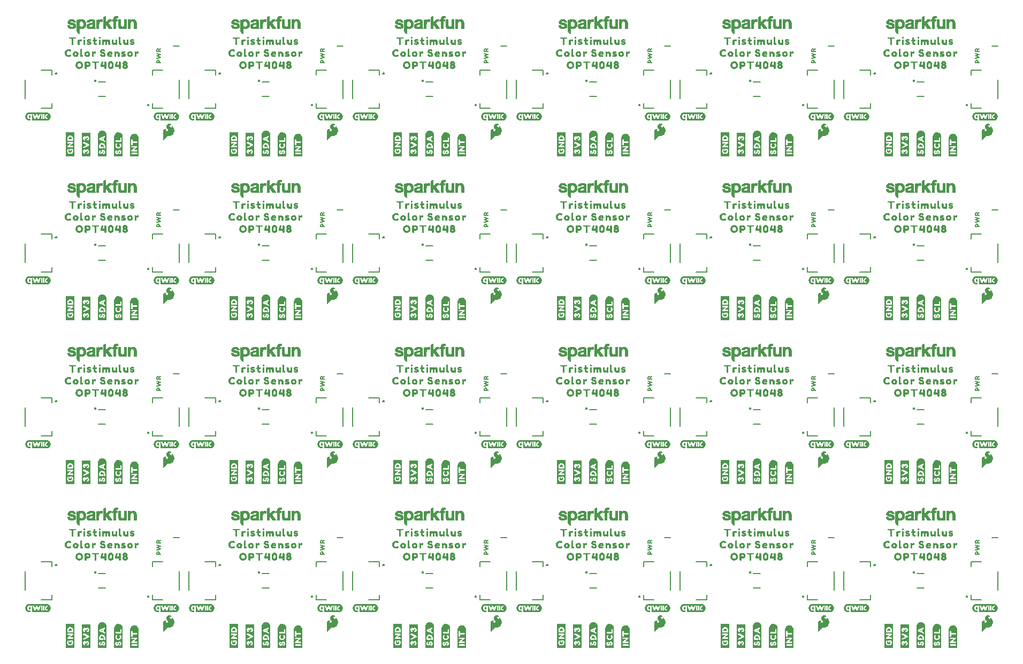
<source format=gto>
G04 EAGLE Gerber RS-274X export*
G75*
%MOMM*%
%FSLAX34Y34*%
%LPD*%
%INSilkscreen Top*%
%IPPOS*%
%AMOC8*
5,1,8,0,0,1.08239X$1,22.5*%
G01*
%ADD10C,0.203200*%
%ADD11C,0.366319*%

G36*
X1428926Y798034D02*
X1428926Y798034D01*
X1428939Y798034D01*
X1429239Y798434D01*
X1429239Y798442D01*
X1429243Y798445D01*
X1429239Y798449D01*
X1429239Y798456D01*
X1429249Y798464D01*
X1429249Y832264D01*
X1429246Y832268D01*
X1429249Y832271D01*
X1429049Y833671D01*
X1429048Y833672D01*
X1429049Y833672D01*
X1428949Y834272D01*
X1428941Y834279D01*
X1428944Y834286D01*
X1428645Y834885D01*
X1428345Y835583D01*
X1428341Y835586D01*
X1428342Y835589D01*
X1428042Y836089D01*
X1428041Y836090D01*
X1428041Y836091D01*
X1427641Y836691D01*
X1427634Y836694D01*
X1427635Y836699D01*
X1427135Y837199D01*
X1427131Y837199D01*
X1427131Y837202D01*
X1426131Y838002D01*
X1426123Y838003D01*
X1426122Y838008D01*
X1424922Y838608D01*
X1424915Y838607D01*
X1424914Y838611D01*
X1424215Y838811D01*
X1423616Y839011D01*
X1423609Y839009D01*
X1423607Y839013D01*
X1422907Y839113D01*
X1422902Y839110D01*
X1422900Y839113D01*
X1422200Y839113D01*
X1422196Y839110D01*
X1422193Y839113D01*
X1421493Y839013D01*
X1421492Y839012D01*
X1421492Y839013D01*
X1420892Y838913D01*
X1420889Y838909D01*
X1420886Y838911D01*
X1420186Y838711D01*
X1420185Y838710D01*
X1420184Y838711D01*
X1419584Y838511D01*
X1419581Y838506D01*
X1419578Y838508D01*
X1418978Y838208D01*
X1418976Y838204D01*
X1418973Y838205D01*
X1418373Y837805D01*
X1418372Y837802D01*
X1418369Y837802D01*
X1417869Y837402D01*
X1417868Y837398D01*
X1417865Y837399D01*
X1417365Y836899D01*
X1417365Y836895D01*
X1417362Y836895D01*
X1416962Y836395D01*
X1416961Y836391D01*
X1416959Y836391D01*
X1416559Y835791D01*
X1416559Y835787D01*
X1416556Y835786D01*
X1415956Y834586D01*
X1415957Y834581D01*
X1415953Y834580D01*
X1415753Y833980D01*
X1415755Y833973D01*
X1415751Y833971D01*
X1415551Y832571D01*
X1415554Y832566D01*
X1415551Y832564D01*
X1415551Y798364D01*
X1415570Y798338D01*
X1415570Y798325D01*
X1415970Y798025D01*
X1415992Y798025D01*
X1416000Y798015D01*
X1428900Y798015D01*
X1428926Y798034D01*
G37*
G36*
X133526Y798034D02*
X133526Y798034D01*
X133539Y798034D01*
X133839Y798434D01*
X133839Y798442D01*
X133843Y798445D01*
X133839Y798449D01*
X133839Y798456D01*
X133849Y798464D01*
X133849Y832264D01*
X133846Y832268D01*
X133849Y832271D01*
X133649Y833671D01*
X133648Y833672D01*
X133649Y833672D01*
X133549Y834272D01*
X133541Y834279D01*
X133544Y834286D01*
X133245Y834885D01*
X132945Y835583D01*
X132941Y835586D01*
X132942Y835589D01*
X132642Y836089D01*
X132641Y836090D01*
X132641Y836091D01*
X132241Y836691D01*
X132234Y836694D01*
X132235Y836699D01*
X131735Y837199D01*
X131731Y837199D01*
X131731Y837202D01*
X130731Y838002D01*
X130723Y838003D01*
X130722Y838008D01*
X129522Y838608D01*
X129515Y838607D01*
X129514Y838611D01*
X128815Y838811D01*
X128216Y839011D01*
X128209Y839009D01*
X128207Y839013D01*
X127507Y839113D01*
X127502Y839110D01*
X127500Y839113D01*
X126800Y839113D01*
X126796Y839110D01*
X126793Y839113D01*
X126093Y839013D01*
X126092Y839012D01*
X126092Y839013D01*
X125492Y838913D01*
X125489Y838909D01*
X125486Y838911D01*
X124786Y838711D01*
X124785Y838710D01*
X124784Y838711D01*
X124184Y838511D01*
X124181Y838506D01*
X124178Y838508D01*
X123578Y838208D01*
X123576Y838204D01*
X123573Y838205D01*
X122973Y837805D01*
X122972Y837802D01*
X122969Y837802D01*
X122469Y837402D01*
X122468Y837398D01*
X122465Y837399D01*
X121965Y836899D01*
X121965Y836895D01*
X121962Y836895D01*
X121562Y836395D01*
X121561Y836391D01*
X121559Y836391D01*
X121159Y835791D01*
X121159Y835787D01*
X121156Y835786D01*
X120556Y834586D01*
X120557Y834581D01*
X120553Y834580D01*
X120353Y833980D01*
X120355Y833973D01*
X120351Y833971D01*
X120151Y832571D01*
X120154Y832566D01*
X120151Y832564D01*
X120151Y798364D01*
X120170Y798338D01*
X120170Y798325D01*
X120570Y798025D01*
X120592Y798025D01*
X120600Y798015D01*
X133500Y798015D01*
X133526Y798034D01*
G37*
G36*
X910766Y798034D02*
X910766Y798034D01*
X910779Y798034D01*
X911079Y798434D01*
X911079Y798442D01*
X911083Y798445D01*
X911079Y798449D01*
X911079Y798456D01*
X911089Y798464D01*
X911089Y832264D01*
X911086Y832268D01*
X911089Y832271D01*
X910889Y833671D01*
X910888Y833672D01*
X910889Y833672D01*
X910789Y834272D01*
X910781Y834279D01*
X910784Y834286D01*
X910485Y834885D01*
X910185Y835583D01*
X910181Y835586D01*
X910182Y835589D01*
X909882Y836089D01*
X909881Y836090D01*
X909881Y836091D01*
X909481Y836691D01*
X909474Y836694D01*
X909475Y836699D01*
X908975Y837199D01*
X908971Y837199D01*
X908971Y837202D01*
X907971Y838002D01*
X907963Y838003D01*
X907962Y838008D01*
X906762Y838608D01*
X906755Y838607D01*
X906754Y838611D01*
X906055Y838811D01*
X905456Y839011D01*
X905449Y839009D01*
X905447Y839013D01*
X904747Y839113D01*
X904742Y839110D01*
X904740Y839113D01*
X904040Y839113D01*
X904036Y839110D01*
X904033Y839113D01*
X903333Y839013D01*
X903332Y839012D01*
X903332Y839013D01*
X902732Y838913D01*
X902729Y838909D01*
X902726Y838911D01*
X902026Y838711D01*
X902025Y838710D01*
X902024Y838711D01*
X901424Y838511D01*
X901421Y838506D01*
X901418Y838508D01*
X900818Y838208D01*
X900816Y838204D01*
X900813Y838205D01*
X900213Y837805D01*
X900212Y837802D01*
X900209Y837802D01*
X899709Y837402D01*
X899708Y837398D01*
X899705Y837399D01*
X899205Y836899D01*
X899205Y836895D01*
X899202Y836895D01*
X898802Y836395D01*
X898801Y836391D01*
X898799Y836391D01*
X898399Y835791D01*
X898399Y835787D01*
X898396Y835786D01*
X897796Y834586D01*
X897797Y834581D01*
X897793Y834580D01*
X897593Y833980D01*
X897595Y833973D01*
X897591Y833971D01*
X897391Y832571D01*
X897394Y832566D01*
X897391Y832564D01*
X897391Y798364D01*
X897410Y798338D01*
X897410Y798325D01*
X897810Y798025D01*
X897832Y798025D01*
X897840Y798015D01*
X910740Y798015D01*
X910766Y798034D01*
G37*
G36*
X651686Y20794D02*
X651686Y20794D01*
X651699Y20794D01*
X651999Y21194D01*
X651999Y21202D01*
X652003Y21205D01*
X651999Y21209D01*
X651999Y21216D01*
X652009Y21224D01*
X652009Y55024D01*
X652006Y55028D01*
X652009Y55031D01*
X651809Y56431D01*
X651808Y56432D01*
X651809Y56432D01*
X651709Y57032D01*
X651701Y57039D01*
X651704Y57046D01*
X651405Y57645D01*
X651105Y58343D01*
X651101Y58346D01*
X651102Y58349D01*
X650802Y58849D01*
X650801Y58850D01*
X650801Y58851D01*
X650401Y59451D01*
X650394Y59454D01*
X650395Y59459D01*
X649895Y59959D01*
X649891Y59959D01*
X649891Y59962D01*
X648891Y60762D01*
X648883Y60763D01*
X648882Y60768D01*
X647682Y61368D01*
X647675Y61367D01*
X647674Y61371D01*
X646975Y61571D01*
X646376Y61771D01*
X646369Y61769D01*
X646367Y61773D01*
X645667Y61873D01*
X645662Y61870D01*
X645660Y61873D01*
X644960Y61873D01*
X644956Y61870D01*
X644953Y61873D01*
X644253Y61773D01*
X644252Y61772D01*
X644252Y61773D01*
X643652Y61673D01*
X643649Y61669D01*
X643646Y61671D01*
X642946Y61471D01*
X642945Y61470D01*
X642944Y61471D01*
X642344Y61271D01*
X642341Y61266D01*
X642338Y61268D01*
X641738Y60968D01*
X641736Y60964D01*
X641733Y60965D01*
X641133Y60565D01*
X641132Y60562D01*
X641129Y60562D01*
X640629Y60162D01*
X640628Y60158D01*
X640625Y60159D01*
X640125Y59659D01*
X640125Y59655D01*
X640122Y59655D01*
X639722Y59155D01*
X639721Y59151D01*
X639719Y59151D01*
X639319Y58551D01*
X639319Y58547D01*
X639316Y58546D01*
X638716Y57346D01*
X638717Y57341D01*
X638713Y57340D01*
X638513Y56740D01*
X638515Y56733D01*
X638511Y56731D01*
X638311Y55331D01*
X638314Y55326D01*
X638311Y55324D01*
X638311Y21124D01*
X638330Y21098D01*
X638330Y21085D01*
X638730Y20785D01*
X638752Y20785D01*
X638760Y20775D01*
X651660Y20775D01*
X651686Y20794D01*
G37*
G36*
X1428926Y279874D02*
X1428926Y279874D01*
X1428939Y279874D01*
X1429239Y280274D01*
X1429239Y280282D01*
X1429243Y280285D01*
X1429239Y280289D01*
X1429239Y280296D01*
X1429249Y280304D01*
X1429249Y314104D01*
X1429246Y314108D01*
X1429249Y314111D01*
X1429049Y315511D01*
X1429048Y315512D01*
X1429049Y315512D01*
X1428949Y316112D01*
X1428941Y316119D01*
X1428944Y316126D01*
X1428645Y316725D01*
X1428345Y317423D01*
X1428341Y317426D01*
X1428342Y317429D01*
X1428042Y317929D01*
X1428041Y317930D01*
X1428041Y317931D01*
X1427641Y318531D01*
X1427634Y318534D01*
X1427635Y318539D01*
X1427135Y319039D01*
X1427131Y319039D01*
X1427131Y319042D01*
X1426131Y319842D01*
X1426123Y319843D01*
X1426122Y319848D01*
X1424922Y320448D01*
X1424915Y320447D01*
X1424914Y320451D01*
X1424215Y320651D01*
X1423616Y320851D01*
X1423609Y320849D01*
X1423607Y320853D01*
X1422907Y320953D01*
X1422902Y320950D01*
X1422900Y320953D01*
X1422200Y320953D01*
X1422196Y320950D01*
X1422193Y320953D01*
X1421493Y320853D01*
X1421492Y320852D01*
X1421492Y320853D01*
X1420892Y320753D01*
X1420889Y320749D01*
X1420886Y320751D01*
X1420186Y320551D01*
X1420185Y320550D01*
X1420184Y320551D01*
X1419584Y320351D01*
X1419581Y320346D01*
X1419578Y320348D01*
X1418978Y320048D01*
X1418976Y320044D01*
X1418973Y320045D01*
X1418373Y319645D01*
X1418372Y319642D01*
X1418369Y319642D01*
X1417869Y319242D01*
X1417868Y319238D01*
X1417865Y319239D01*
X1417365Y318739D01*
X1417365Y318735D01*
X1417362Y318735D01*
X1416962Y318235D01*
X1416961Y318231D01*
X1416959Y318231D01*
X1416559Y317631D01*
X1416559Y317627D01*
X1416556Y317626D01*
X1415956Y316426D01*
X1415957Y316421D01*
X1415953Y316420D01*
X1415753Y315820D01*
X1415755Y315813D01*
X1415751Y315811D01*
X1415551Y314411D01*
X1415554Y314406D01*
X1415551Y314404D01*
X1415551Y280204D01*
X1415570Y280178D01*
X1415570Y280165D01*
X1415970Y279865D01*
X1415992Y279865D01*
X1416000Y279855D01*
X1428900Y279855D01*
X1428926Y279874D01*
G37*
G36*
X651686Y279874D02*
X651686Y279874D01*
X651699Y279874D01*
X651999Y280274D01*
X651999Y280282D01*
X652003Y280285D01*
X651999Y280289D01*
X651999Y280296D01*
X652009Y280304D01*
X652009Y314104D01*
X652006Y314108D01*
X652009Y314111D01*
X651809Y315511D01*
X651808Y315512D01*
X651809Y315512D01*
X651709Y316112D01*
X651701Y316119D01*
X651704Y316126D01*
X651405Y316725D01*
X651105Y317423D01*
X651101Y317426D01*
X651102Y317429D01*
X650802Y317929D01*
X650801Y317930D01*
X650801Y317931D01*
X650401Y318531D01*
X650394Y318534D01*
X650395Y318539D01*
X649895Y319039D01*
X649891Y319039D01*
X649891Y319042D01*
X648891Y319842D01*
X648883Y319843D01*
X648882Y319848D01*
X647682Y320448D01*
X647675Y320447D01*
X647674Y320451D01*
X646975Y320651D01*
X646376Y320851D01*
X646369Y320849D01*
X646367Y320853D01*
X645667Y320953D01*
X645662Y320950D01*
X645660Y320953D01*
X644960Y320953D01*
X644956Y320950D01*
X644953Y320953D01*
X644253Y320853D01*
X644252Y320852D01*
X644252Y320853D01*
X643652Y320753D01*
X643649Y320749D01*
X643646Y320751D01*
X642946Y320551D01*
X642945Y320550D01*
X642944Y320551D01*
X642344Y320351D01*
X642341Y320346D01*
X642338Y320348D01*
X641738Y320048D01*
X641736Y320044D01*
X641733Y320045D01*
X641133Y319645D01*
X641132Y319642D01*
X641129Y319642D01*
X640629Y319242D01*
X640628Y319238D01*
X640625Y319239D01*
X640125Y318739D01*
X640125Y318735D01*
X640122Y318735D01*
X639722Y318235D01*
X639721Y318231D01*
X639719Y318231D01*
X639319Y317631D01*
X639319Y317627D01*
X639316Y317626D01*
X638716Y316426D01*
X638717Y316421D01*
X638713Y316420D01*
X638513Y315820D01*
X638515Y315813D01*
X638511Y315811D01*
X638311Y314411D01*
X638314Y314406D01*
X638311Y314404D01*
X638311Y280204D01*
X638330Y280178D01*
X638330Y280165D01*
X638730Y279865D01*
X638752Y279865D01*
X638760Y279855D01*
X651660Y279855D01*
X651686Y279874D01*
G37*
G36*
X392606Y279874D02*
X392606Y279874D01*
X392619Y279874D01*
X392919Y280274D01*
X392919Y280282D01*
X392923Y280285D01*
X392919Y280289D01*
X392919Y280296D01*
X392929Y280304D01*
X392929Y314104D01*
X392926Y314108D01*
X392929Y314111D01*
X392729Y315511D01*
X392728Y315512D01*
X392729Y315512D01*
X392629Y316112D01*
X392621Y316119D01*
X392624Y316126D01*
X392325Y316725D01*
X392025Y317423D01*
X392021Y317426D01*
X392022Y317429D01*
X391722Y317929D01*
X391721Y317930D01*
X391721Y317931D01*
X391321Y318531D01*
X391314Y318534D01*
X391315Y318539D01*
X390815Y319039D01*
X390811Y319039D01*
X390811Y319042D01*
X389811Y319842D01*
X389803Y319843D01*
X389802Y319848D01*
X388602Y320448D01*
X388595Y320447D01*
X388594Y320451D01*
X387895Y320651D01*
X387296Y320851D01*
X387289Y320849D01*
X387287Y320853D01*
X386587Y320953D01*
X386582Y320950D01*
X386580Y320953D01*
X385880Y320953D01*
X385876Y320950D01*
X385873Y320953D01*
X385173Y320853D01*
X385172Y320852D01*
X385172Y320853D01*
X384572Y320753D01*
X384569Y320749D01*
X384566Y320751D01*
X383866Y320551D01*
X383865Y320550D01*
X383864Y320551D01*
X383264Y320351D01*
X383261Y320346D01*
X383258Y320348D01*
X382658Y320048D01*
X382656Y320044D01*
X382653Y320045D01*
X382053Y319645D01*
X382052Y319642D01*
X382049Y319642D01*
X381549Y319242D01*
X381548Y319238D01*
X381545Y319239D01*
X381045Y318739D01*
X381045Y318735D01*
X381042Y318735D01*
X380642Y318235D01*
X380641Y318231D01*
X380639Y318231D01*
X380239Y317631D01*
X380239Y317627D01*
X380236Y317626D01*
X379636Y316426D01*
X379637Y316421D01*
X379633Y316420D01*
X379433Y315820D01*
X379435Y315813D01*
X379431Y315811D01*
X379231Y314411D01*
X379234Y314406D01*
X379231Y314404D01*
X379231Y280204D01*
X379250Y280178D01*
X379250Y280165D01*
X379650Y279865D01*
X379672Y279865D01*
X379680Y279855D01*
X392580Y279855D01*
X392606Y279874D01*
G37*
G36*
X392606Y20794D02*
X392606Y20794D01*
X392619Y20794D01*
X392919Y21194D01*
X392919Y21202D01*
X392923Y21205D01*
X392919Y21209D01*
X392919Y21216D01*
X392929Y21224D01*
X392929Y55024D01*
X392926Y55028D01*
X392929Y55031D01*
X392729Y56431D01*
X392728Y56432D01*
X392729Y56432D01*
X392629Y57032D01*
X392621Y57039D01*
X392624Y57046D01*
X392325Y57645D01*
X392025Y58343D01*
X392021Y58346D01*
X392022Y58349D01*
X391722Y58849D01*
X391721Y58850D01*
X391721Y58851D01*
X391321Y59451D01*
X391314Y59454D01*
X391315Y59459D01*
X390815Y59959D01*
X390811Y59959D01*
X390811Y59962D01*
X389811Y60762D01*
X389803Y60763D01*
X389802Y60768D01*
X388602Y61368D01*
X388595Y61367D01*
X388594Y61371D01*
X387895Y61571D01*
X387296Y61771D01*
X387289Y61769D01*
X387287Y61773D01*
X386587Y61873D01*
X386582Y61870D01*
X386580Y61873D01*
X385880Y61873D01*
X385876Y61870D01*
X385873Y61873D01*
X385173Y61773D01*
X385172Y61772D01*
X385172Y61773D01*
X384572Y61673D01*
X384569Y61669D01*
X384566Y61671D01*
X383866Y61471D01*
X383865Y61470D01*
X383864Y61471D01*
X383264Y61271D01*
X383261Y61266D01*
X383258Y61268D01*
X382658Y60968D01*
X382656Y60964D01*
X382653Y60965D01*
X382053Y60565D01*
X382052Y60562D01*
X382049Y60562D01*
X381549Y60162D01*
X381548Y60158D01*
X381545Y60159D01*
X381045Y59659D01*
X381045Y59655D01*
X381042Y59655D01*
X380642Y59155D01*
X380641Y59151D01*
X380639Y59151D01*
X380239Y58551D01*
X380239Y58547D01*
X380236Y58546D01*
X379636Y57346D01*
X379637Y57341D01*
X379633Y57340D01*
X379433Y56740D01*
X379435Y56733D01*
X379431Y56731D01*
X379231Y55331D01*
X379234Y55326D01*
X379231Y55324D01*
X379231Y21124D01*
X379250Y21098D01*
X379250Y21085D01*
X379650Y20785D01*
X379672Y20785D01*
X379680Y20775D01*
X392580Y20775D01*
X392606Y20794D01*
G37*
G36*
X133526Y20794D02*
X133526Y20794D01*
X133539Y20794D01*
X133839Y21194D01*
X133839Y21202D01*
X133843Y21205D01*
X133839Y21209D01*
X133839Y21216D01*
X133849Y21224D01*
X133849Y55024D01*
X133846Y55028D01*
X133849Y55031D01*
X133649Y56431D01*
X133648Y56432D01*
X133649Y56432D01*
X133549Y57032D01*
X133541Y57039D01*
X133544Y57046D01*
X133245Y57645D01*
X132945Y58343D01*
X132941Y58346D01*
X132942Y58349D01*
X132642Y58849D01*
X132641Y58850D01*
X132641Y58851D01*
X132241Y59451D01*
X132234Y59454D01*
X132235Y59459D01*
X131735Y59959D01*
X131731Y59959D01*
X131731Y59962D01*
X130731Y60762D01*
X130723Y60763D01*
X130722Y60768D01*
X129522Y61368D01*
X129515Y61367D01*
X129514Y61371D01*
X128815Y61571D01*
X128216Y61771D01*
X128209Y61769D01*
X128207Y61773D01*
X127507Y61873D01*
X127502Y61870D01*
X127500Y61873D01*
X126800Y61873D01*
X126796Y61870D01*
X126793Y61873D01*
X126093Y61773D01*
X126092Y61772D01*
X126092Y61773D01*
X125492Y61673D01*
X125489Y61669D01*
X125486Y61671D01*
X124786Y61471D01*
X124785Y61470D01*
X124784Y61471D01*
X124184Y61271D01*
X124181Y61266D01*
X124178Y61268D01*
X123578Y60968D01*
X123576Y60964D01*
X123573Y60965D01*
X122973Y60565D01*
X122972Y60562D01*
X122969Y60562D01*
X122469Y60162D01*
X122468Y60158D01*
X122465Y60159D01*
X121965Y59659D01*
X121965Y59655D01*
X121962Y59655D01*
X121562Y59155D01*
X121561Y59151D01*
X121559Y59151D01*
X121159Y58551D01*
X121159Y58547D01*
X121156Y58546D01*
X120556Y57346D01*
X120557Y57341D01*
X120553Y57340D01*
X120353Y56740D01*
X120355Y56733D01*
X120351Y56731D01*
X120151Y55331D01*
X120154Y55326D01*
X120151Y55324D01*
X120151Y21124D01*
X120170Y21098D01*
X120170Y21085D01*
X120570Y20785D01*
X120592Y20785D01*
X120600Y20775D01*
X133500Y20775D01*
X133526Y20794D01*
G37*
G36*
X910766Y279874D02*
X910766Y279874D01*
X910779Y279874D01*
X911079Y280274D01*
X911079Y280282D01*
X911083Y280285D01*
X911079Y280289D01*
X911079Y280296D01*
X911089Y280304D01*
X911089Y314104D01*
X911086Y314108D01*
X911089Y314111D01*
X910889Y315511D01*
X910888Y315512D01*
X910889Y315512D01*
X910789Y316112D01*
X910781Y316119D01*
X910784Y316126D01*
X910485Y316725D01*
X910185Y317423D01*
X910181Y317426D01*
X910182Y317429D01*
X909882Y317929D01*
X909881Y317930D01*
X909881Y317931D01*
X909481Y318531D01*
X909474Y318534D01*
X909475Y318539D01*
X908975Y319039D01*
X908971Y319039D01*
X908971Y319042D01*
X907971Y319842D01*
X907963Y319843D01*
X907962Y319848D01*
X906762Y320448D01*
X906755Y320447D01*
X906754Y320451D01*
X906055Y320651D01*
X905456Y320851D01*
X905449Y320849D01*
X905447Y320853D01*
X904747Y320953D01*
X904742Y320950D01*
X904740Y320953D01*
X904040Y320953D01*
X904036Y320950D01*
X904033Y320953D01*
X903333Y320853D01*
X903332Y320852D01*
X903332Y320853D01*
X902732Y320753D01*
X902729Y320749D01*
X902726Y320751D01*
X902026Y320551D01*
X902025Y320550D01*
X902024Y320551D01*
X901424Y320351D01*
X901421Y320346D01*
X901418Y320348D01*
X900818Y320048D01*
X900816Y320044D01*
X900813Y320045D01*
X900213Y319645D01*
X900212Y319642D01*
X900209Y319642D01*
X899709Y319242D01*
X899708Y319238D01*
X899705Y319239D01*
X899205Y318739D01*
X899205Y318735D01*
X899202Y318735D01*
X898802Y318235D01*
X898801Y318231D01*
X898799Y318231D01*
X898399Y317631D01*
X898399Y317627D01*
X898396Y317626D01*
X897796Y316426D01*
X897797Y316421D01*
X897793Y316420D01*
X897593Y315820D01*
X897595Y315813D01*
X897591Y315811D01*
X897391Y314411D01*
X897394Y314406D01*
X897391Y314404D01*
X897391Y280204D01*
X897410Y280178D01*
X897410Y280165D01*
X897810Y279865D01*
X897832Y279865D01*
X897840Y279855D01*
X910740Y279855D01*
X910766Y279874D01*
G37*
G36*
X1169846Y279874D02*
X1169846Y279874D01*
X1169859Y279874D01*
X1170159Y280274D01*
X1170159Y280282D01*
X1170163Y280285D01*
X1170159Y280289D01*
X1170159Y280296D01*
X1170169Y280304D01*
X1170169Y314104D01*
X1170166Y314108D01*
X1170169Y314111D01*
X1169969Y315511D01*
X1169968Y315512D01*
X1169969Y315512D01*
X1169869Y316112D01*
X1169861Y316119D01*
X1169864Y316126D01*
X1169565Y316725D01*
X1169265Y317423D01*
X1169261Y317426D01*
X1169262Y317429D01*
X1168962Y317929D01*
X1168961Y317930D01*
X1168961Y317931D01*
X1168561Y318531D01*
X1168554Y318534D01*
X1168555Y318539D01*
X1168055Y319039D01*
X1168051Y319039D01*
X1168051Y319042D01*
X1167051Y319842D01*
X1167043Y319843D01*
X1167042Y319848D01*
X1165842Y320448D01*
X1165835Y320447D01*
X1165834Y320451D01*
X1165135Y320651D01*
X1164536Y320851D01*
X1164529Y320849D01*
X1164527Y320853D01*
X1163827Y320953D01*
X1163822Y320950D01*
X1163820Y320953D01*
X1163120Y320953D01*
X1163116Y320950D01*
X1163113Y320953D01*
X1162413Y320853D01*
X1162412Y320852D01*
X1162412Y320853D01*
X1161812Y320753D01*
X1161809Y320749D01*
X1161806Y320751D01*
X1161106Y320551D01*
X1161105Y320550D01*
X1161104Y320551D01*
X1160504Y320351D01*
X1160501Y320346D01*
X1160498Y320348D01*
X1159898Y320048D01*
X1159896Y320044D01*
X1159893Y320045D01*
X1159293Y319645D01*
X1159292Y319642D01*
X1159289Y319642D01*
X1158789Y319242D01*
X1158788Y319238D01*
X1158785Y319239D01*
X1158285Y318739D01*
X1158285Y318735D01*
X1158282Y318735D01*
X1157882Y318235D01*
X1157881Y318231D01*
X1157879Y318231D01*
X1157479Y317631D01*
X1157479Y317627D01*
X1157476Y317626D01*
X1156876Y316426D01*
X1156877Y316421D01*
X1156873Y316420D01*
X1156673Y315820D01*
X1156675Y315813D01*
X1156671Y315811D01*
X1156471Y314411D01*
X1156474Y314406D01*
X1156471Y314404D01*
X1156471Y280204D01*
X1156490Y280178D01*
X1156490Y280165D01*
X1156890Y279865D01*
X1156912Y279865D01*
X1156920Y279855D01*
X1169820Y279855D01*
X1169846Y279874D01*
G37*
G36*
X133526Y279874D02*
X133526Y279874D01*
X133539Y279874D01*
X133839Y280274D01*
X133839Y280282D01*
X133843Y280285D01*
X133839Y280289D01*
X133839Y280296D01*
X133849Y280304D01*
X133849Y314104D01*
X133846Y314108D01*
X133849Y314111D01*
X133649Y315511D01*
X133648Y315512D01*
X133649Y315512D01*
X133549Y316112D01*
X133541Y316119D01*
X133544Y316126D01*
X133245Y316725D01*
X132945Y317423D01*
X132941Y317426D01*
X132942Y317429D01*
X132642Y317929D01*
X132641Y317930D01*
X132641Y317931D01*
X132241Y318531D01*
X132234Y318534D01*
X132235Y318539D01*
X131735Y319039D01*
X131731Y319039D01*
X131731Y319042D01*
X130731Y319842D01*
X130723Y319843D01*
X130722Y319848D01*
X129522Y320448D01*
X129515Y320447D01*
X129514Y320451D01*
X128815Y320651D01*
X128216Y320851D01*
X128209Y320849D01*
X128207Y320853D01*
X127507Y320953D01*
X127502Y320950D01*
X127500Y320953D01*
X126800Y320953D01*
X126796Y320950D01*
X126793Y320953D01*
X126093Y320853D01*
X126092Y320852D01*
X126092Y320853D01*
X125492Y320753D01*
X125489Y320749D01*
X125486Y320751D01*
X124786Y320551D01*
X124785Y320550D01*
X124784Y320551D01*
X124184Y320351D01*
X124181Y320346D01*
X124178Y320348D01*
X123578Y320048D01*
X123576Y320044D01*
X123573Y320045D01*
X122973Y319645D01*
X122972Y319642D01*
X122969Y319642D01*
X122469Y319242D01*
X122468Y319238D01*
X122465Y319239D01*
X121965Y318739D01*
X121965Y318735D01*
X121962Y318735D01*
X121562Y318235D01*
X121561Y318231D01*
X121559Y318231D01*
X121159Y317631D01*
X121159Y317627D01*
X121156Y317626D01*
X120556Y316426D01*
X120557Y316421D01*
X120553Y316420D01*
X120353Y315820D01*
X120355Y315813D01*
X120351Y315811D01*
X120151Y314411D01*
X120154Y314406D01*
X120151Y314404D01*
X120151Y280204D01*
X120170Y280178D01*
X120170Y280165D01*
X120570Y279865D01*
X120592Y279865D01*
X120600Y279855D01*
X133500Y279855D01*
X133526Y279874D01*
G37*
G36*
X651686Y798034D02*
X651686Y798034D01*
X651699Y798034D01*
X651999Y798434D01*
X651999Y798442D01*
X652003Y798445D01*
X651999Y798449D01*
X651999Y798456D01*
X652009Y798464D01*
X652009Y832264D01*
X652006Y832268D01*
X652009Y832271D01*
X651809Y833671D01*
X651808Y833672D01*
X651809Y833672D01*
X651709Y834272D01*
X651701Y834279D01*
X651704Y834286D01*
X651405Y834885D01*
X651105Y835583D01*
X651101Y835586D01*
X651102Y835589D01*
X650802Y836089D01*
X650801Y836090D01*
X650801Y836091D01*
X650401Y836691D01*
X650394Y836694D01*
X650395Y836699D01*
X649895Y837199D01*
X649891Y837199D01*
X649891Y837202D01*
X648891Y838002D01*
X648883Y838003D01*
X648882Y838008D01*
X647682Y838608D01*
X647675Y838607D01*
X647674Y838611D01*
X646975Y838811D01*
X646376Y839011D01*
X646369Y839009D01*
X646367Y839013D01*
X645667Y839113D01*
X645662Y839110D01*
X645660Y839113D01*
X644960Y839113D01*
X644956Y839110D01*
X644953Y839113D01*
X644253Y839013D01*
X644252Y839012D01*
X644252Y839013D01*
X643652Y838913D01*
X643649Y838909D01*
X643646Y838911D01*
X642946Y838711D01*
X642945Y838710D01*
X642944Y838711D01*
X642344Y838511D01*
X642341Y838506D01*
X642338Y838508D01*
X641738Y838208D01*
X641736Y838204D01*
X641733Y838205D01*
X641133Y837805D01*
X641132Y837802D01*
X641129Y837802D01*
X640629Y837402D01*
X640628Y837398D01*
X640625Y837399D01*
X640125Y836899D01*
X640125Y836895D01*
X640122Y836895D01*
X639722Y836395D01*
X639721Y836391D01*
X639719Y836391D01*
X639319Y835791D01*
X639319Y835787D01*
X639316Y835786D01*
X638716Y834586D01*
X638717Y834581D01*
X638713Y834580D01*
X638513Y833980D01*
X638515Y833973D01*
X638511Y833971D01*
X638311Y832571D01*
X638314Y832566D01*
X638311Y832564D01*
X638311Y798364D01*
X638330Y798338D01*
X638330Y798325D01*
X638730Y798025D01*
X638752Y798025D01*
X638760Y798015D01*
X651660Y798015D01*
X651686Y798034D01*
G37*
G36*
X392606Y798034D02*
X392606Y798034D01*
X392619Y798034D01*
X392919Y798434D01*
X392919Y798442D01*
X392923Y798445D01*
X392919Y798449D01*
X392919Y798456D01*
X392929Y798464D01*
X392929Y832264D01*
X392926Y832268D01*
X392929Y832271D01*
X392729Y833671D01*
X392728Y833672D01*
X392729Y833672D01*
X392629Y834272D01*
X392621Y834279D01*
X392624Y834286D01*
X392325Y834885D01*
X392025Y835583D01*
X392021Y835586D01*
X392022Y835589D01*
X391722Y836089D01*
X391721Y836090D01*
X391721Y836091D01*
X391321Y836691D01*
X391314Y836694D01*
X391315Y836699D01*
X390815Y837199D01*
X390811Y837199D01*
X390811Y837202D01*
X389811Y838002D01*
X389803Y838003D01*
X389802Y838008D01*
X388602Y838608D01*
X388595Y838607D01*
X388594Y838611D01*
X387895Y838811D01*
X387296Y839011D01*
X387289Y839009D01*
X387287Y839013D01*
X386587Y839113D01*
X386582Y839110D01*
X386580Y839113D01*
X385880Y839113D01*
X385876Y839110D01*
X385873Y839113D01*
X385173Y839013D01*
X385172Y839012D01*
X385172Y839013D01*
X384572Y838913D01*
X384569Y838909D01*
X384566Y838911D01*
X383866Y838711D01*
X383865Y838710D01*
X383864Y838711D01*
X383264Y838511D01*
X383261Y838506D01*
X383258Y838508D01*
X382658Y838208D01*
X382656Y838204D01*
X382653Y838205D01*
X382053Y837805D01*
X382052Y837802D01*
X382049Y837802D01*
X381549Y837402D01*
X381548Y837398D01*
X381545Y837399D01*
X381045Y836899D01*
X381045Y836895D01*
X381042Y836895D01*
X380642Y836395D01*
X380641Y836391D01*
X380639Y836391D01*
X380239Y835791D01*
X380239Y835787D01*
X380236Y835786D01*
X379636Y834586D01*
X379637Y834581D01*
X379633Y834580D01*
X379433Y833980D01*
X379435Y833973D01*
X379431Y833971D01*
X379231Y832571D01*
X379234Y832566D01*
X379231Y832564D01*
X379231Y798364D01*
X379250Y798338D01*
X379250Y798325D01*
X379650Y798025D01*
X379672Y798025D01*
X379680Y798015D01*
X392580Y798015D01*
X392606Y798034D01*
G37*
G36*
X1169846Y798034D02*
X1169846Y798034D01*
X1169859Y798034D01*
X1170159Y798434D01*
X1170159Y798442D01*
X1170163Y798445D01*
X1170159Y798449D01*
X1170159Y798456D01*
X1170169Y798464D01*
X1170169Y832264D01*
X1170166Y832268D01*
X1170169Y832271D01*
X1169969Y833671D01*
X1169968Y833672D01*
X1169969Y833672D01*
X1169869Y834272D01*
X1169861Y834279D01*
X1169864Y834286D01*
X1169565Y834885D01*
X1169265Y835583D01*
X1169261Y835586D01*
X1169262Y835589D01*
X1168962Y836089D01*
X1168961Y836090D01*
X1168961Y836091D01*
X1168561Y836691D01*
X1168554Y836694D01*
X1168555Y836699D01*
X1168055Y837199D01*
X1168051Y837199D01*
X1168051Y837202D01*
X1167051Y838002D01*
X1167043Y838003D01*
X1167042Y838008D01*
X1165842Y838608D01*
X1165835Y838607D01*
X1165834Y838611D01*
X1165135Y838811D01*
X1164536Y839011D01*
X1164529Y839009D01*
X1164527Y839013D01*
X1163827Y839113D01*
X1163822Y839110D01*
X1163820Y839113D01*
X1163120Y839113D01*
X1163116Y839110D01*
X1163113Y839113D01*
X1162413Y839013D01*
X1162412Y839012D01*
X1162412Y839013D01*
X1161812Y838913D01*
X1161809Y838909D01*
X1161806Y838911D01*
X1161106Y838711D01*
X1161105Y838710D01*
X1161104Y838711D01*
X1160504Y838511D01*
X1160501Y838506D01*
X1160498Y838508D01*
X1159898Y838208D01*
X1159896Y838204D01*
X1159893Y838205D01*
X1159293Y837805D01*
X1159292Y837802D01*
X1159289Y837802D01*
X1158789Y837402D01*
X1158788Y837398D01*
X1158785Y837399D01*
X1158285Y836899D01*
X1158285Y836895D01*
X1158282Y836895D01*
X1157882Y836395D01*
X1157881Y836391D01*
X1157879Y836391D01*
X1157479Y835791D01*
X1157479Y835787D01*
X1157476Y835786D01*
X1156876Y834586D01*
X1156877Y834581D01*
X1156873Y834580D01*
X1156673Y833980D01*
X1156675Y833973D01*
X1156671Y833971D01*
X1156471Y832571D01*
X1156474Y832566D01*
X1156471Y832564D01*
X1156471Y798364D01*
X1156490Y798338D01*
X1156490Y798325D01*
X1156890Y798025D01*
X1156912Y798025D01*
X1156920Y798015D01*
X1169820Y798015D01*
X1169846Y798034D01*
G37*
G36*
X1428926Y20794D02*
X1428926Y20794D01*
X1428939Y20794D01*
X1429239Y21194D01*
X1429239Y21202D01*
X1429243Y21205D01*
X1429239Y21209D01*
X1429239Y21216D01*
X1429249Y21224D01*
X1429249Y55024D01*
X1429246Y55028D01*
X1429249Y55031D01*
X1429049Y56431D01*
X1429048Y56432D01*
X1429049Y56432D01*
X1428949Y57032D01*
X1428941Y57039D01*
X1428944Y57046D01*
X1428645Y57645D01*
X1428345Y58343D01*
X1428341Y58346D01*
X1428342Y58349D01*
X1428042Y58849D01*
X1428041Y58850D01*
X1428041Y58851D01*
X1427641Y59451D01*
X1427634Y59454D01*
X1427635Y59459D01*
X1427135Y59959D01*
X1427131Y59959D01*
X1427131Y59962D01*
X1426131Y60762D01*
X1426123Y60763D01*
X1426122Y60768D01*
X1424922Y61368D01*
X1424915Y61367D01*
X1424914Y61371D01*
X1424215Y61571D01*
X1423616Y61771D01*
X1423609Y61769D01*
X1423607Y61773D01*
X1422907Y61873D01*
X1422902Y61870D01*
X1422900Y61873D01*
X1422200Y61873D01*
X1422196Y61870D01*
X1422193Y61873D01*
X1421493Y61773D01*
X1421492Y61772D01*
X1421492Y61773D01*
X1420892Y61673D01*
X1420889Y61669D01*
X1420886Y61671D01*
X1420186Y61471D01*
X1420185Y61470D01*
X1420184Y61471D01*
X1419584Y61271D01*
X1419581Y61266D01*
X1419578Y61268D01*
X1418978Y60968D01*
X1418976Y60964D01*
X1418973Y60965D01*
X1418373Y60565D01*
X1418372Y60562D01*
X1418369Y60562D01*
X1417869Y60162D01*
X1417868Y60158D01*
X1417865Y60159D01*
X1417365Y59659D01*
X1417365Y59655D01*
X1417362Y59655D01*
X1416962Y59155D01*
X1416961Y59151D01*
X1416959Y59151D01*
X1416559Y58551D01*
X1416559Y58547D01*
X1416556Y58546D01*
X1415956Y57346D01*
X1415957Y57341D01*
X1415953Y57340D01*
X1415753Y56740D01*
X1415755Y56733D01*
X1415751Y56731D01*
X1415551Y55331D01*
X1415554Y55326D01*
X1415551Y55324D01*
X1415551Y21124D01*
X1415570Y21098D01*
X1415570Y21085D01*
X1415970Y20785D01*
X1415992Y20785D01*
X1416000Y20775D01*
X1428900Y20775D01*
X1428926Y20794D01*
G37*
G36*
X1169846Y20794D02*
X1169846Y20794D01*
X1169859Y20794D01*
X1170159Y21194D01*
X1170159Y21202D01*
X1170163Y21205D01*
X1170159Y21209D01*
X1170159Y21216D01*
X1170169Y21224D01*
X1170169Y55024D01*
X1170166Y55028D01*
X1170169Y55031D01*
X1169969Y56431D01*
X1169968Y56432D01*
X1169969Y56432D01*
X1169869Y57032D01*
X1169861Y57039D01*
X1169864Y57046D01*
X1169565Y57645D01*
X1169265Y58343D01*
X1169261Y58346D01*
X1169262Y58349D01*
X1168962Y58849D01*
X1168961Y58850D01*
X1168961Y58851D01*
X1168561Y59451D01*
X1168554Y59454D01*
X1168555Y59459D01*
X1168055Y59959D01*
X1168051Y59959D01*
X1168051Y59962D01*
X1167051Y60762D01*
X1167043Y60763D01*
X1167042Y60768D01*
X1165842Y61368D01*
X1165835Y61367D01*
X1165834Y61371D01*
X1165135Y61571D01*
X1164536Y61771D01*
X1164529Y61769D01*
X1164527Y61773D01*
X1163827Y61873D01*
X1163822Y61870D01*
X1163820Y61873D01*
X1163120Y61873D01*
X1163116Y61870D01*
X1163113Y61873D01*
X1162413Y61773D01*
X1162412Y61772D01*
X1162412Y61773D01*
X1161812Y61673D01*
X1161809Y61669D01*
X1161806Y61671D01*
X1161106Y61471D01*
X1161105Y61470D01*
X1161104Y61471D01*
X1160504Y61271D01*
X1160501Y61266D01*
X1160498Y61268D01*
X1159898Y60968D01*
X1159896Y60964D01*
X1159893Y60965D01*
X1159293Y60565D01*
X1159292Y60562D01*
X1159289Y60562D01*
X1158789Y60162D01*
X1158788Y60158D01*
X1158785Y60159D01*
X1158285Y59659D01*
X1158285Y59655D01*
X1158282Y59655D01*
X1157882Y59155D01*
X1157881Y59151D01*
X1157879Y59151D01*
X1157479Y58551D01*
X1157479Y58547D01*
X1157476Y58546D01*
X1156876Y57346D01*
X1156877Y57341D01*
X1156873Y57340D01*
X1156673Y56740D01*
X1156675Y56733D01*
X1156671Y56731D01*
X1156471Y55331D01*
X1156474Y55326D01*
X1156471Y55324D01*
X1156471Y21124D01*
X1156490Y21098D01*
X1156490Y21085D01*
X1156890Y20785D01*
X1156912Y20785D01*
X1156920Y20775D01*
X1169820Y20775D01*
X1169846Y20794D01*
G37*
G36*
X1169846Y538954D02*
X1169846Y538954D01*
X1169859Y538954D01*
X1170159Y539354D01*
X1170159Y539362D01*
X1170163Y539365D01*
X1170159Y539369D01*
X1170159Y539376D01*
X1170169Y539384D01*
X1170169Y573184D01*
X1170166Y573188D01*
X1170169Y573191D01*
X1169969Y574591D01*
X1169968Y574592D01*
X1169969Y574592D01*
X1169869Y575192D01*
X1169861Y575199D01*
X1169864Y575206D01*
X1169565Y575805D01*
X1169265Y576503D01*
X1169261Y576506D01*
X1169262Y576509D01*
X1168962Y577009D01*
X1168961Y577010D01*
X1168961Y577011D01*
X1168561Y577611D01*
X1168554Y577614D01*
X1168555Y577619D01*
X1168055Y578119D01*
X1168051Y578119D01*
X1168051Y578122D01*
X1167051Y578922D01*
X1167043Y578923D01*
X1167042Y578928D01*
X1165842Y579528D01*
X1165835Y579527D01*
X1165834Y579531D01*
X1165135Y579731D01*
X1164536Y579931D01*
X1164529Y579929D01*
X1164527Y579933D01*
X1163827Y580033D01*
X1163822Y580030D01*
X1163820Y580033D01*
X1163120Y580033D01*
X1163116Y580030D01*
X1163113Y580033D01*
X1162413Y579933D01*
X1162412Y579932D01*
X1162412Y579933D01*
X1161812Y579833D01*
X1161809Y579829D01*
X1161806Y579831D01*
X1161106Y579631D01*
X1161105Y579630D01*
X1161104Y579631D01*
X1160504Y579431D01*
X1160501Y579426D01*
X1160498Y579428D01*
X1159898Y579128D01*
X1159896Y579124D01*
X1159893Y579125D01*
X1159293Y578725D01*
X1159292Y578722D01*
X1159289Y578722D01*
X1158789Y578322D01*
X1158788Y578318D01*
X1158785Y578319D01*
X1158285Y577819D01*
X1158285Y577815D01*
X1158282Y577815D01*
X1157882Y577315D01*
X1157881Y577311D01*
X1157879Y577311D01*
X1157479Y576711D01*
X1157479Y576707D01*
X1157476Y576706D01*
X1156876Y575506D01*
X1156877Y575501D01*
X1156873Y575500D01*
X1156673Y574900D01*
X1156675Y574893D01*
X1156671Y574891D01*
X1156471Y573491D01*
X1156474Y573486D01*
X1156471Y573484D01*
X1156471Y539284D01*
X1156490Y539258D01*
X1156490Y539245D01*
X1156890Y538945D01*
X1156912Y538945D01*
X1156920Y538935D01*
X1169820Y538935D01*
X1169846Y538954D01*
G37*
G36*
X133526Y538954D02*
X133526Y538954D01*
X133539Y538954D01*
X133839Y539354D01*
X133839Y539362D01*
X133843Y539365D01*
X133839Y539369D01*
X133839Y539376D01*
X133849Y539384D01*
X133849Y573184D01*
X133846Y573188D01*
X133849Y573191D01*
X133649Y574591D01*
X133648Y574592D01*
X133649Y574592D01*
X133549Y575192D01*
X133541Y575199D01*
X133544Y575206D01*
X133245Y575805D01*
X132945Y576503D01*
X132941Y576506D01*
X132942Y576509D01*
X132642Y577009D01*
X132641Y577010D01*
X132641Y577011D01*
X132241Y577611D01*
X132234Y577614D01*
X132235Y577619D01*
X131735Y578119D01*
X131731Y578119D01*
X131731Y578122D01*
X130731Y578922D01*
X130723Y578923D01*
X130722Y578928D01*
X129522Y579528D01*
X129515Y579527D01*
X129514Y579531D01*
X128815Y579731D01*
X128216Y579931D01*
X128209Y579929D01*
X128207Y579933D01*
X127507Y580033D01*
X127502Y580030D01*
X127500Y580033D01*
X126800Y580033D01*
X126796Y580030D01*
X126793Y580033D01*
X126093Y579933D01*
X126092Y579932D01*
X126092Y579933D01*
X125492Y579833D01*
X125489Y579829D01*
X125486Y579831D01*
X124786Y579631D01*
X124785Y579630D01*
X124784Y579631D01*
X124184Y579431D01*
X124181Y579426D01*
X124178Y579428D01*
X123578Y579128D01*
X123576Y579124D01*
X123573Y579125D01*
X122973Y578725D01*
X122972Y578722D01*
X122969Y578722D01*
X122469Y578322D01*
X122468Y578318D01*
X122465Y578319D01*
X121965Y577819D01*
X121965Y577815D01*
X121962Y577815D01*
X121562Y577315D01*
X121561Y577311D01*
X121559Y577311D01*
X121159Y576711D01*
X121159Y576707D01*
X121156Y576706D01*
X120556Y575506D01*
X120557Y575501D01*
X120553Y575500D01*
X120353Y574900D01*
X120355Y574893D01*
X120351Y574891D01*
X120151Y573491D01*
X120154Y573486D01*
X120151Y573484D01*
X120151Y539284D01*
X120170Y539258D01*
X120170Y539245D01*
X120570Y538945D01*
X120592Y538945D01*
X120600Y538935D01*
X133500Y538935D01*
X133526Y538954D01*
G37*
G36*
X1428926Y538954D02*
X1428926Y538954D01*
X1428939Y538954D01*
X1429239Y539354D01*
X1429239Y539362D01*
X1429243Y539365D01*
X1429239Y539369D01*
X1429239Y539376D01*
X1429249Y539384D01*
X1429249Y573184D01*
X1429246Y573188D01*
X1429249Y573191D01*
X1429049Y574591D01*
X1429048Y574592D01*
X1429049Y574592D01*
X1428949Y575192D01*
X1428941Y575199D01*
X1428944Y575206D01*
X1428645Y575805D01*
X1428345Y576503D01*
X1428341Y576506D01*
X1428342Y576509D01*
X1428042Y577009D01*
X1428041Y577010D01*
X1428041Y577011D01*
X1427641Y577611D01*
X1427634Y577614D01*
X1427635Y577619D01*
X1427135Y578119D01*
X1427131Y578119D01*
X1427131Y578122D01*
X1426131Y578922D01*
X1426123Y578923D01*
X1426122Y578928D01*
X1424922Y579528D01*
X1424915Y579527D01*
X1424914Y579531D01*
X1424215Y579731D01*
X1423616Y579931D01*
X1423609Y579929D01*
X1423607Y579933D01*
X1422907Y580033D01*
X1422902Y580030D01*
X1422900Y580033D01*
X1422200Y580033D01*
X1422196Y580030D01*
X1422193Y580033D01*
X1421493Y579933D01*
X1421492Y579932D01*
X1421492Y579933D01*
X1420892Y579833D01*
X1420889Y579829D01*
X1420886Y579831D01*
X1420186Y579631D01*
X1420185Y579630D01*
X1420184Y579631D01*
X1419584Y579431D01*
X1419581Y579426D01*
X1419578Y579428D01*
X1418978Y579128D01*
X1418976Y579124D01*
X1418973Y579125D01*
X1418373Y578725D01*
X1418372Y578722D01*
X1418369Y578722D01*
X1417869Y578322D01*
X1417868Y578318D01*
X1417865Y578319D01*
X1417365Y577819D01*
X1417365Y577815D01*
X1417362Y577815D01*
X1416962Y577315D01*
X1416961Y577311D01*
X1416959Y577311D01*
X1416559Y576711D01*
X1416559Y576707D01*
X1416556Y576706D01*
X1415956Y575506D01*
X1415957Y575501D01*
X1415953Y575500D01*
X1415753Y574900D01*
X1415755Y574893D01*
X1415751Y574891D01*
X1415551Y573491D01*
X1415554Y573486D01*
X1415551Y573484D01*
X1415551Y539284D01*
X1415570Y539258D01*
X1415570Y539245D01*
X1415970Y538945D01*
X1415992Y538945D01*
X1416000Y538935D01*
X1428900Y538935D01*
X1428926Y538954D01*
G37*
G36*
X651686Y538954D02*
X651686Y538954D01*
X651699Y538954D01*
X651999Y539354D01*
X651999Y539362D01*
X652003Y539365D01*
X651999Y539369D01*
X651999Y539376D01*
X652009Y539384D01*
X652009Y573184D01*
X652006Y573188D01*
X652009Y573191D01*
X651809Y574591D01*
X651808Y574592D01*
X651809Y574592D01*
X651709Y575192D01*
X651701Y575199D01*
X651704Y575206D01*
X651405Y575805D01*
X651105Y576503D01*
X651101Y576506D01*
X651102Y576509D01*
X650802Y577009D01*
X650801Y577010D01*
X650801Y577011D01*
X650401Y577611D01*
X650394Y577614D01*
X650395Y577619D01*
X649895Y578119D01*
X649891Y578119D01*
X649891Y578122D01*
X648891Y578922D01*
X648883Y578923D01*
X648882Y578928D01*
X647682Y579528D01*
X647675Y579527D01*
X647674Y579531D01*
X646975Y579731D01*
X646376Y579931D01*
X646369Y579929D01*
X646367Y579933D01*
X645667Y580033D01*
X645662Y580030D01*
X645660Y580033D01*
X644960Y580033D01*
X644956Y580030D01*
X644953Y580033D01*
X644253Y579933D01*
X644252Y579932D01*
X644252Y579933D01*
X643652Y579833D01*
X643649Y579829D01*
X643646Y579831D01*
X642946Y579631D01*
X642945Y579630D01*
X642944Y579631D01*
X642344Y579431D01*
X642341Y579426D01*
X642338Y579428D01*
X641738Y579128D01*
X641736Y579124D01*
X641733Y579125D01*
X641133Y578725D01*
X641132Y578722D01*
X641129Y578722D01*
X640629Y578322D01*
X640628Y578318D01*
X640625Y578319D01*
X640125Y577819D01*
X640125Y577815D01*
X640122Y577815D01*
X639722Y577315D01*
X639721Y577311D01*
X639719Y577311D01*
X639319Y576711D01*
X639319Y576707D01*
X639316Y576706D01*
X638716Y575506D01*
X638717Y575501D01*
X638713Y575500D01*
X638513Y574900D01*
X638515Y574893D01*
X638511Y574891D01*
X638311Y573491D01*
X638314Y573486D01*
X638311Y573484D01*
X638311Y539284D01*
X638330Y539258D01*
X638330Y539245D01*
X638730Y538945D01*
X638752Y538945D01*
X638760Y538935D01*
X651660Y538935D01*
X651686Y538954D01*
G37*
G36*
X910766Y538954D02*
X910766Y538954D01*
X910779Y538954D01*
X911079Y539354D01*
X911079Y539362D01*
X911083Y539365D01*
X911079Y539369D01*
X911079Y539376D01*
X911089Y539384D01*
X911089Y573184D01*
X911086Y573188D01*
X911089Y573191D01*
X910889Y574591D01*
X910888Y574592D01*
X910889Y574592D01*
X910789Y575192D01*
X910781Y575199D01*
X910784Y575206D01*
X910485Y575805D01*
X910185Y576503D01*
X910181Y576506D01*
X910182Y576509D01*
X909882Y577009D01*
X909881Y577010D01*
X909881Y577011D01*
X909481Y577611D01*
X909474Y577614D01*
X909475Y577619D01*
X908975Y578119D01*
X908971Y578119D01*
X908971Y578122D01*
X907971Y578922D01*
X907963Y578923D01*
X907962Y578928D01*
X906762Y579528D01*
X906755Y579527D01*
X906754Y579531D01*
X906055Y579731D01*
X905456Y579931D01*
X905449Y579929D01*
X905447Y579933D01*
X904747Y580033D01*
X904742Y580030D01*
X904740Y580033D01*
X904040Y580033D01*
X904036Y580030D01*
X904033Y580033D01*
X903333Y579933D01*
X903332Y579932D01*
X903332Y579933D01*
X902732Y579833D01*
X902729Y579829D01*
X902726Y579831D01*
X902026Y579631D01*
X902025Y579630D01*
X902024Y579631D01*
X901424Y579431D01*
X901421Y579426D01*
X901418Y579428D01*
X900818Y579128D01*
X900816Y579124D01*
X900813Y579125D01*
X900213Y578725D01*
X900212Y578722D01*
X900209Y578722D01*
X899709Y578322D01*
X899708Y578318D01*
X899705Y578319D01*
X899205Y577819D01*
X899205Y577815D01*
X899202Y577815D01*
X898802Y577315D01*
X898801Y577311D01*
X898799Y577311D01*
X898399Y576711D01*
X898399Y576707D01*
X898396Y576706D01*
X897796Y575506D01*
X897797Y575501D01*
X897793Y575500D01*
X897593Y574900D01*
X897595Y574893D01*
X897591Y574891D01*
X897391Y573491D01*
X897394Y573486D01*
X897391Y573484D01*
X897391Y539284D01*
X897410Y539258D01*
X897410Y539245D01*
X897810Y538945D01*
X897832Y538945D01*
X897840Y538935D01*
X910740Y538935D01*
X910766Y538954D01*
G37*
G36*
X910766Y20794D02*
X910766Y20794D01*
X910779Y20794D01*
X911079Y21194D01*
X911079Y21202D01*
X911083Y21205D01*
X911079Y21209D01*
X911079Y21216D01*
X911089Y21224D01*
X911089Y55024D01*
X911086Y55028D01*
X911089Y55031D01*
X910889Y56431D01*
X910888Y56432D01*
X910889Y56432D01*
X910789Y57032D01*
X910781Y57039D01*
X910784Y57046D01*
X910485Y57645D01*
X910185Y58343D01*
X910181Y58346D01*
X910182Y58349D01*
X909882Y58849D01*
X909881Y58850D01*
X909881Y58851D01*
X909481Y59451D01*
X909474Y59454D01*
X909475Y59459D01*
X908975Y59959D01*
X908971Y59959D01*
X908971Y59962D01*
X907971Y60762D01*
X907963Y60763D01*
X907962Y60768D01*
X906762Y61368D01*
X906755Y61367D01*
X906754Y61371D01*
X906055Y61571D01*
X905456Y61771D01*
X905449Y61769D01*
X905447Y61773D01*
X904747Y61873D01*
X904742Y61870D01*
X904740Y61873D01*
X904040Y61873D01*
X904036Y61870D01*
X904033Y61873D01*
X903333Y61773D01*
X903332Y61772D01*
X903332Y61773D01*
X902732Y61673D01*
X902729Y61669D01*
X902726Y61671D01*
X902026Y61471D01*
X902025Y61470D01*
X902024Y61471D01*
X901424Y61271D01*
X901421Y61266D01*
X901418Y61268D01*
X900818Y60968D01*
X900816Y60964D01*
X900813Y60965D01*
X900213Y60565D01*
X900212Y60562D01*
X900209Y60562D01*
X899709Y60162D01*
X899708Y60158D01*
X899705Y60159D01*
X899205Y59659D01*
X899205Y59655D01*
X899202Y59655D01*
X898802Y59155D01*
X898801Y59151D01*
X898799Y59151D01*
X898399Y58551D01*
X898399Y58547D01*
X898396Y58546D01*
X897796Y57346D01*
X897797Y57341D01*
X897793Y57340D01*
X897593Y56740D01*
X897595Y56733D01*
X897591Y56731D01*
X897391Y55331D01*
X897394Y55326D01*
X897391Y55324D01*
X897391Y21124D01*
X897410Y21098D01*
X897410Y21085D01*
X897810Y20785D01*
X897832Y20785D01*
X897840Y20775D01*
X910740Y20775D01*
X910766Y20794D01*
G37*
G36*
X392606Y538954D02*
X392606Y538954D01*
X392619Y538954D01*
X392919Y539354D01*
X392919Y539362D01*
X392923Y539365D01*
X392919Y539369D01*
X392919Y539376D01*
X392929Y539384D01*
X392929Y573184D01*
X392926Y573188D01*
X392929Y573191D01*
X392729Y574591D01*
X392728Y574592D01*
X392729Y574592D01*
X392629Y575192D01*
X392621Y575199D01*
X392624Y575206D01*
X392325Y575805D01*
X392025Y576503D01*
X392021Y576506D01*
X392022Y576509D01*
X391722Y577009D01*
X391721Y577010D01*
X391721Y577011D01*
X391321Y577611D01*
X391314Y577614D01*
X391315Y577619D01*
X390815Y578119D01*
X390811Y578119D01*
X390811Y578122D01*
X389811Y578922D01*
X389803Y578923D01*
X389802Y578928D01*
X388602Y579528D01*
X388595Y579527D01*
X388594Y579531D01*
X387895Y579731D01*
X387296Y579931D01*
X387289Y579929D01*
X387287Y579933D01*
X386587Y580033D01*
X386582Y580030D01*
X386580Y580033D01*
X385880Y580033D01*
X385876Y580030D01*
X385873Y580033D01*
X385173Y579933D01*
X385172Y579932D01*
X385172Y579933D01*
X384572Y579833D01*
X384569Y579829D01*
X384566Y579831D01*
X383866Y579631D01*
X383865Y579630D01*
X383864Y579631D01*
X383264Y579431D01*
X383261Y579426D01*
X383258Y579428D01*
X382658Y579128D01*
X382656Y579124D01*
X382653Y579125D01*
X382053Y578725D01*
X382052Y578722D01*
X382049Y578722D01*
X381549Y578322D01*
X381548Y578318D01*
X381545Y578319D01*
X381045Y577819D01*
X381045Y577815D01*
X381042Y577815D01*
X380642Y577315D01*
X380641Y577311D01*
X380639Y577311D01*
X380239Y576711D01*
X380239Y576707D01*
X380236Y576706D01*
X379636Y575506D01*
X379637Y575501D01*
X379633Y575500D01*
X379433Y574900D01*
X379435Y574893D01*
X379431Y574891D01*
X379231Y573491D01*
X379234Y573486D01*
X379231Y573484D01*
X379231Y539284D01*
X379250Y539258D01*
X379250Y539245D01*
X379650Y538945D01*
X379672Y538945D01*
X379680Y538935D01*
X392580Y538935D01*
X392606Y538954D01*
G37*
G36*
X1378601Y20965D02*
X1378601Y20965D01*
X1378599Y20968D01*
X1378603Y20970D01*
X1378703Y21570D01*
X1378700Y21575D01*
X1378703Y21578D01*
X1378703Y58778D01*
X1378667Y58825D01*
X1378660Y58820D01*
X1378654Y58827D01*
X1365154Y58827D01*
X1365107Y58791D01*
X1365109Y58788D01*
X1365105Y58786D01*
X1365005Y58186D01*
X1365008Y58181D01*
X1365005Y58178D01*
X1365005Y24378D01*
X1365010Y24371D01*
X1365007Y24362D01*
X1365020Y24358D01*
X1365041Y24331D01*
X1365060Y24345D01*
X1365062Y24344D01*
X1365025Y24318D01*
X1365020Y24301D01*
X1365007Y24291D01*
X1365012Y24284D01*
X1365005Y24278D01*
X1365005Y20978D01*
X1365041Y20931D01*
X1365048Y20936D01*
X1365054Y20929D01*
X1378554Y20929D01*
X1378601Y20965D01*
G37*
G36*
X83201Y539125D02*
X83201Y539125D01*
X83199Y539128D01*
X83203Y539130D01*
X83303Y539730D01*
X83300Y539735D01*
X83303Y539738D01*
X83303Y576938D01*
X83267Y576985D01*
X83260Y576980D01*
X83254Y576987D01*
X69754Y576987D01*
X69707Y576951D01*
X69709Y576948D01*
X69705Y576946D01*
X69605Y576346D01*
X69608Y576341D01*
X69605Y576338D01*
X69605Y542538D01*
X69610Y542531D01*
X69607Y542522D01*
X69620Y542518D01*
X69641Y542491D01*
X69660Y542505D01*
X69662Y542504D01*
X69625Y542478D01*
X69620Y542461D01*
X69607Y542451D01*
X69612Y542444D01*
X69605Y542438D01*
X69605Y539138D01*
X69641Y539091D01*
X69648Y539096D01*
X69654Y539089D01*
X83154Y539089D01*
X83201Y539125D01*
G37*
G36*
X860441Y539125D02*
X860441Y539125D01*
X860439Y539128D01*
X860443Y539130D01*
X860543Y539730D01*
X860540Y539735D01*
X860543Y539738D01*
X860543Y576938D01*
X860507Y576985D01*
X860500Y576980D01*
X860494Y576987D01*
X846994Y576987D01*
X846947Y576951D01*
X846949Y576948D01*
X846945Y576946D01*
X846845Y576346D01*
X846848Y576341D01*
X846845Y576338D01*
X846845Y542538D01*
X846850Y542531D01*
X846847Y542522D01*
X846860Y542518D01*
X846881Y542491D01*
X846900Y542505D01*
X846902Y542504D01*
X846865Y542478D01*
X846860Y542461D01*
X846847Y542451D01*
X846852Y542444D01*
X846845Y542438D01*
X846845Y539138D01*
X846881Y539091D01*
X846888Y539096D01*
X846894Y539089D01*
X860394Y539089D01*
X860441Y539125D01*
G37*
G36*
X342281Y539125D02*
X342281Y539125D01*
X342279Y539128D01*
X342283Y539130D01*
X342383Y539730D01*
X342380Y539735D01*
X342383Y539738D01*
X342383Y576938D01*
X342347Y576985D01*
X342340Y576980D01*
X342334Y576987D01*
X328834Y576987D01*
X328787Y576951D01*
X328789Y576948D01*
X328785Y576946D01*
X328685Y576346D01*
X328688Y576341D01*
X328685Y576338D01*
X328685Y542538D01*
X328690Y542531D01*
X328687Y542522D01*
X328700Y542518D01*
X328721Y542491D01*
X328740Y542505D01*
X328742Y542504D01*
X328705Y542478D01*
X328700Y542461D01*
X328687Y542451D01*
X328692Y542444D01*
X328685Y542438D01*
X328685Y539138D01*
X328721Y539091D01*
X328728Y539096D01*
X328734Y539089D01*
X342234Y539089D01*
X342281Y539125D01*
G37*
G36*
X1119521Y539125D02*
X1119521Y539125D01*
X1119519Y539128D01*
X1119523Y539130D01*
X1119623Y539730D01*
X1119620Y539735D01*
X1119623Y539738D01*
X1119623Y576938D01*
X1119587Y576985D01*
X1119580Y576980D01*
X1119574Y576987D01*
X1106074Y576987D01*
X1106027Y576951D01*
X1106029Y576948D01*
X1106025Y576946D01*
X1105925Y576346D01*
X1105928Y576341D01*
X1105925Y576338D01*
X1105925Y542538D01*
X1105930Y542531D01*
X1105927Y542522D01*
X1105940Y542518D01*
X1105961Y542491D01*
X1105980Y542505D01*
X1105982Y542504D01*
X1105945Y542478D01*
X1105940Y542461D01*
X1105927Y542451D01*
X1105932Y542444D01*
X1105925Y542438D01*
X1105925Y539138D01*
X1105961Y539091D01*
X1105968Y539096D01*
X1105974Y539089D01*
X1119474Y539089D01*
X1119521Y539125D01*
G37*
G36*
X1378601Y539125D02*
X1378601Y539125D01*
X1378599Y539128D01*
X1378603Y539130D01*
X1378703Y539730D01*
X1378700Y539735D01*
X1378703Y539738D01*
X1378703Y576938D01*
X1378667Y576985D01*
X1378660Y576980D01*
X1378654Y576987D01*
X1365154Y576987D01*
X1365107Y576951D01*
X1365109Y576948D01*
X1365105Y576946D01*
X1365005Y576346D01*
X1365008Y576341D01*
X1365005Y576338D01*
X1365005Y542538D01*
X1365010Y542531D01*
X1365007Y542522D01*
X1365020Y542518D01*
X1365041Y542491D01*
X1365060Y542505D01*
X1365062Y542504D01*
X1365025Y542478D01*
X1365020Y542461D01*
X1365007Y542451D01*
X1365012Y542444D01*
X1365005Y542438D01*
X1365005Y539138D01*
X1365041Y539091D01*
X1365048Y539096D01*
X1365054Y539089D01*
X1378554Y539089D01*
X1378601Y539125D01*
G37*
G36*
X83201Y798205D02*
X83201Y798205D01*
X83199Y798208D01*
X83203Y798210D01*
X83303Y798810D01*
X83300Y798815D01*
X83303Y798818D01*
X83303Y836018D01*
X83267Y836065D01*
X83260Y836060D01*
X83254Y836067D01*
X69754Y836067D01*
X69707Y836031D01*
X69709Y836028D01*
X69705Y836026D01*
X69605Y835426D01*
X69608Y835421D01*
X69605Y835418D01*
X69605Y801618D01*
X69610Y801611D01*
X69607Y801602D01*
X69620Y801598D01*
X69641Y801571D01*
X69660Y801585D01*
X69662Y801584D01*
X69625Y801558D01*
X69620Y801541D01*
X69607Y801531D01*
X69612Y801524D01*
X69605Y801518D01*
X69605Y798218D01*
X69641Y798171D01*
X69648Y798176D01*
X69654Y798169D01*
X83154Y798169D01*
X83201Y798205D01*
G37*
G36*
X1119521Y798205D02*
X1119521Y798205D01*
X1119519Y798208D01*
X1119523Y798210D01*
X1119623Y798810D01*
X1119620Y798815D01*
X1119623Y798818D01*
X1119623Y836018D01*
X1119587Y836065D01*
X1119580Y836060D01*
X1119574Y836067D01*
X1106074Y836067D01*
X1106027Y836031D01*
X1106029Y836028D01*
X1106025Y836026D01*
X1105925Y835426D01*
X1105928Y835421D01*
X1105925Y835418D01*
X1105925Y801618D01*
X1105930Y801611D01*
X1105927Y801602D01*
X1105940Y801598D01*
X1105961Y801571D01*
X1105980Y801585D01*
X1105982Y801584D01*
X1105945Y801558D01*
X1105940Y801541D01*
X1105927Y801531D01*
X1105932Y801524D01*
X1105925Y801518D01*
X1105925Y798218D01*
X1105961Y798171D01*
X1105968Y798176D01*
X1105974Y798169D01*
X1119474Y798169D01*
X1119521Y798205D01*
G37*
G36*
X1378601Y798205D02*
X1378601Y798205D01*
X1378599Y798208D01*
X1378603Y798210D01*
X1378703Y798810D01*
X1378700Y798815D01*
X1378703Y798818D01*
X1378703Y836018D01*
X1378667Y836065D01*
X1378660Y836060D01*
X1378654Y836067D01*
X1365154Y836067D01*
X1365107Y836031D01*
X1365109Y836028D01*
X1365105Y836026D01*
X1365005Y835426D01*
X1365008Y835421D01*
X1365005Y835418D01*
X1365005Y801618D01*
X1365010Y801611D01*
X1365007Y801602D01*
X1365020Y801598D01*
X1365041Y801571D01*
X1365060Y801585D01*
X1365062Y801584D01*
X1365025Y801558D01*
X1365020Y801541D01*
X1365007Y801531D01*
X1365012Y801524D01*
X1365005Y801518D01*
X1365005Y798218D01*
X1365041Y798171D01*
X1365048Y798176D01*
X1365054Y798169D01*
X1378554Y798169D01*
X1378601Y798205D01*
G37*
G36*
X860441Y798205D02*
X860441Y798205D01*
X860439Y798208D01*
X860443Y798210D01*
X860543Y798810D01*
X860540Y798815D01*
X860543Y798818D01*
X860543Y836018D01*
X860507Y836065D01*
X860500Y836060D01*
X860494Y836067D01*
X846994Y836067D01*
X846947Y836031D01*
X846949Y836028D01*
X846945Y836026D01*
X846845Y835426D01*
X846848Y835421D01*
X846845Y835418D01*
X846845Y801618D01*
X846850Y801611D01*
X846847Y801602D01*
X846860Y801598D01*
X846881Y801571D01*
X846900Y801585D01*
X846902Y801584D01*
X846865Y801558D01*
X846860Y801541D01*
X846847Y801531D01*
X846852Y801524D01*
X846845Y801518D01*
X846845Y798218D01*
X846881Y798171D01*
X846888Y798176D01*
X846894Y798169D01*
X860394Y798169D01*
X860441Y798205D01*
G37*
G36*
X601361Y798205D02*
X601361Y798205D01*
X601359Y798208D01*
X601363Y798210D01*
X601463Y798810D01*
X601460Y798815D01*
X601463Y798818D01*
X601463Y836018D01*
X601427Y836065D01*
X601420Y836060D01*
X601414Y836067D01*
X587914Y836067D01*
X587867Y836031D01*
X587869Y836028D01*
X587865Y836026D01*
X587765Y835426D01*
X587768Y835421D01*
X587765Y835418D01*
X587765Y801618D01*
X587770Y801611D01*
X587767Y801602D01*
X587780Y801598D01*
X587801Y801571D01*
X587820Y801585D01*
X587822Y801584D01*
X587785Y801558D01*
X587780Y801541D01*
X587767Y801531D01*
X587772Y801524D01*
X587765Y801518D01*
X587765Y798218D01*
X587801Y798171D01*
X587808Y798176D01*
X587814Y798169D01*
X601314Y798169D01*
X601361Y798205D01*
G37*
G36*
X342281Y798205D02*
X342281Y798205D01*
X342279Y798208D01*
X342283Y798210D01*
X342383Y798810D01*
X342380Y798815D01*
X342383Y798818D01*
X342383Y836018D01*
X342347Y836065D01*
X342340Y836060D01*
X342334Y836067D01*
X328834Y836067D01*
X328787Y836031D01*
X328789Y836028D01*
X328785Y836026D01*
X328685Y835426D01*
X328688Y835421D01*
X328685Y835418D01*
X328685Y801618D01*
X328690Y801611D01*
X328687Y801602D01*
X328700Y801598D01*
X328721Y801571D01*
X328740Y801585D01*
X328742Y801584D01*
X328705Y801558D01*
X328700Y801541D01*
X328687Y801531D01*
X328692Y801524D01*
X328685Y801518D01*
X328685Y798218D01*
X328721Y798171D01*
X328728Y798176D01*
X328734Y798169D01*
X342234Y798169D01*
X342281Y798205D01*
G37*
G36*
X601361Y539125D02*
X601361Y539125D01*
X601359Y539128D01*
X601363Y539130D01*
X601463Y539730D01*
X601460Y539735D01*
X601463Y539738D01*
X601463Y576938D01*
X601427Y576985D01*
X601420Y576980D01*
X601414Y576987D01*
X587914Y576987D01*
X587867Y576951D01*
X587869Y576948D01*
X587865Y576946D01*
X587765Y576346D01*
X587768Y576341D01*
X587765Y576338D01*
X587765Y542538D01*
X587770Y542531D01*
X587767Y542522D01*
X587780Y542518D01*
X587801Y542491D01*
X587820Y542505D01*
X587822Y542504D01*
X587785Y542478D01*
X587780Y542461D01*
X587767Y542451D01*
X587772Y542444D01*
X587765Y542438D01*
X587765Y539138D01*
X587801Y539091D01*
X587808Y539096D01*
X587814Y539089D01*
X601314Y539089D01*
X601361Y539125D01*
G37*
G36*
X601361Y20965D02*
X601361Y20965D01*
X601359Y20968D01*
X601363Y20970D01*
X601463Y21570D01*
X601460Y21575D01*
X601463Y21578D01*
X601463Y58778D01*
X601427Y58825D01*
X601420Y58820D01*
X601414Y58827D01*
X587914Y58827D01*
X587867Y58791D01*
X587869Y58788D01*
X587865Y58786D01*
X587765Y58186D01*
X587768Y58181D01*
X587765Y58178D01*
X587765Y24378D01*
X587770Y24371D01*
X587767Y24362D01*
X587780Y24358D01*
X587801Y24331D01*
X587820Y24345D01*
X587822Y24344D01*
X587785Y24318D01*
X587780Y24301D01*
X587767Y24291D01*
X587772Y24284D01*
X587765Y24278D01*
X587765Y20978D01*
X587801Y20931D01*
X587808Y20936D01*
X587814Y20929D01*
X601314Y20929D01*
X601361Y20965D01*
G37*
G36*
X860441Y20965D02*
X860441Y20965D01*
X860439Y20968D01*
X860443Y20970D01*
X860543Y21570D01*
X860540Y21575D01*
X860543Y21578D01*
X860543Y58778D01*
X860507Y58825D01*
X860500Y58820D01*
X860494Y58827D01*
X846994Y58827D01*
X846947Y58791D01*
X846949Y58788D01*
X846945Y58786D01*
X846845Y58186D01*
X846848Y58181D01*
X846845Y58178D01*
X846845Y24378D01*
X846850Y24371D01*
X846847Y24362D01*
X846860Y24358D01*
X846881Y24331D01*
X846900Y24345D01*
X846902Y24344D01*
X846865Y24318D01*
X846860Y24301D01*
X846847Y24291D01*
X846852Y24284D01*
X846845Y24278D01*
X846845Y20978D01*
X846881Y20931D01*
X846888Y20936D01*
X846894Y20929D01*
X860394Y20929D01*
X860441Y20965D01*
G37*
G36*
X1119521Y20965D02*
X1119521Y20965D01*
X1119519Y20968D01*
X1119523Y20970D01*
X1119623Y21570D01*
X1119620Y21575D01*
X1119623Y21578D01*
X1119623Y58778D01*
X1119587Y58825D01*
X1119580Y58820D01*
X1119574Y58827D01*
X1106074Y58827D01*
X1106027Y58791D01*
X1106029Y58788D01*
X1106025Y58786D01*
X1105925Y58186D01*
X1105928Y58181D01*
X1105925Y58178D01*
X1105925Y24378D01*
X1105930Y24371D01*
X1105927Y24362D01*
X1105940Y24358D01*
X1105961Y24331D01*
X1105980Y24345D01*
X1105982Y24344D01*
X1105945Y24318D01*
X1105940Y24301D01*
X1105927Y24291D01*
X1105932Y24284D01*
X1105925Y24278D01*
X1105925Y20978D01*
X1105961Y20931D01*
X1105968Y20936D01*
X1105974Y20929D01*
X1119474Y20929D01*
X1119521Y20965D01*
G37*
G36*
X342281Y20965D02*
X342281Y20965D01*
X342279Y20968D01*
X342283Y20970D01*
X342383Y21570D01*
X342380Y21575D01*
X342383Y21578D01*
X342383Y58778D01*
X342347Y58825D01*
X342340Y58820D01*
X342334Y58827D01*
X328834Y58827D01*
X328787Y58791D01*
X328789Y58788D01*
X328785Y58786D01*
X328685Y58186D01*
X328688Y58181D01*
X328685Y58178D01*
X328685Y24378D01*
X328690Y24371D01*
X328687Y24362D01*
X328700Y24358D01*
X328721Y24331D01*
X328740Y24345D01*
X328742Y24344D01*
X328705Y24318D01*
X328700Y24301D01*
X328687Y24291D01*
X328692Y24284D01*
X328685Y24278D01*
X328685Y20978D01*
X328721Y20931D01*
X328728Y20936D01*
X328734Y20929D01*
X342234Y20929D01*
X342281Y20965D01*
G37*
G36*
X83201Y20965D02*
X83201Y20965D01*
X83199Y20968D01*
X83203Y20970D01*
X83303Y21570D01*
X83300Y21575D01*
X83303Y21578D01*
X83303Y58778D01*
X83267Y58825D01*
X83260Y58820D01*
X83254Y58827D01*
X69754Y58827D01*
X69707Y58791D01*
X69709Y58788D01*
X69705Y58786D01*
X69605Y58186D01*
X69608Y58181D01*
X69605Y58178D01*
X69605Y24378D01*
X69610Y24371D01*
X69607Y24362D01*
X69620Y24358D01*
X69641Y24331D01*
X69660Y24345D01*
X69662Y24344D01*
X69625Y24318D01*
X69620Y24301D01*
X69607Y24291D01*
X69612Y24284D01*
X69605Y24278D01*
X69605Y20978D01*
X69641Y20931D01*
X69648Y20936D01*
X69654Y20929D01*
X83154Y20929D01*
X83201Y20965D01*
G37*
G36*
X860441Y280045D02*
X860441Y280045D01*
X860439Y280048D01*
X860443Y280050D01*
X860543Y280650D01*
X860540Y280655D01*
X860543Y280658D01*
X860543Y317858D01*
X860507Y317905D01*
X860500Y317900D01*
X860494Y317907D01*
X846994Y317907D01*
X846947Y317871D01*
X846949Y317868D01*
X846945Y317866D01*
X846845Y317266D01*
X846848Y317261D01*
X846845Y317258D01*
X846845Y283458D01*
X846850Y283451D01*
X846847Y283442D01*
X846860Y283438D01*
X846881Y283411D01*
X846900Y283425D01*
X846902Y283424D01*
X846865Y283398D01*
X846860Y283381D01*
X846847Y283371D01*
X846852Y283364D01*
X846845Y283358D01*
X846845Y280058D01*
X846881Y280011D01*
X846888Y280016D01*
X846894Y280009D01*
X860394Y280009D01*
X860441Y280045D01*
G37*
G36*
X1119521Y280045D02*
X1119521Y280045D01*
X1119519Y280048D01*
X1119523Y280050D01*
X1119623Y280650D01*
X1119620Y280655D01*
X1119623Y280658D01*
X1119623Y317858D01*
X1119587Y317905D01*
X1119580Y317900D01*
X1119574Y317907D01*
X1106074Y317907D01*
X1106027Y317871D01*
X1106029Y317868D01*
X1106025Y317866D01*
X1105925Y317266D01*
X1105928Y317261D01*
X1105925Y317258D01*
X1105925Y283458D01*
X1105930Y283451D01*
X1105927Y283442D01*
X1105940Y283438D01*
X1105961Y283411D01*
X1105980Y283425D01*
X1105982Y283424D01*
X1105945Y283398D01*
X1105940Y283381D01*
X1105927Y283371D01*
X1105932Y283364D01*
X1105925Y283358D01*
X1105925Y280058D01*
X1105961Y280011D01*
X1105968Y280016D01*
X1105974Y280009D01*
X1119474Y280009D01*
X1119521Y280045D01*
G37*
G36*
X342281Y280045D02*
X342281Y280045D01*
X342279Y280048D01*
X342283Y280050D01*
X342383Y280650D01*
X342380Y280655D01*
X342383Y280658D01*
X342383Y317858D01*
X342347Y317905D01*
X342340Y317900D01*
X342334Y317907D01*
X328834Y317907D01*
X328787Y317871D01*
X328789Y317868D01*
X328785Y317866D01*
X328685Y317266D01*
X328688Y317261D01*
X328685Y317258D01*
X328685Y283458D01*
X328690Y283451D01*
X328687Y283442D01*
X328700Y283438D01*
X328721Y283411D01*
X328740Y283425D01*
X328742Y283424D01*
X328705Y283398D01*
X328700Y283381D01*
X328687Y283371D01*
X328692Y283364D01*
X328685Y283358D01*
X328685Y280058D01*
X328721Y280011D01*
X328728Y280016D01*
X328734Y280009D01*
X342234Y280009D01*
X342281Y280045D01*
G37*
G36*
X83201Y280045D02*
X83201Y280045D01*
X83199Y280048D01*
X83203Y280050D01*
X83303Y280650D01*
X83300Y280655D01*
X83303Y280658D01*
X83303Y317858D01*
X83267Y317905D01*
X83260Y317900D01*
X83254Y317907D01*
X69754Y317907D01*
X69707Y317871D01*
X69709Y317868D01*
X69705Y317866D01*
X69605Y317266D01*
X69608Y317261D01*
X69605Y317258D01*
X69605Y283458D01*
X69610Y283451D01*
X69607Y283442D01*
X69620Y283438D01*
X69641Y283411D01*
X69660Y283425D01*
X69662Y283424D01*
X69625Y283398D01*
X69620Y283381D01*
X69607Y283371D01*
X69612Y283364D01*
X69605Y283358D01*
X69605Y280058D01*
X69641Y280011D01*
X69648Y280016D01*
X69654Y280009D01*
X83154Y280009D01*
X83201Y280045D01*
G37*
G36*
X1378601Y280045D02*
X1378601Y280045D01*
X1378599Y280048D01*
X1378603Y280050D01*
X1378703Y280650D01*
X1378700Y280655D01*
X1378703Y280658D01*
X1378703Y317858D01*
X1378667Y317905D01*
X1378660Y317900D01*
X1378654Y317907D01*
X1365154Y317907D01*
X1365107Y317871D01*
X1365109Y317868D01*
X1365105Y317866D01*
X1365005Y317266D01*
X1365008Y317261D01*
X1365005Y317258D01*
X1365005Y283458D01*
X1365010Y283451D01*
X1365007Y283442D01*
X1365020Y283438D01*
X1365041Y283411D01*
X1365060Y283425D01*
X1365062Y283424D01*
X1365025Y283398D01*
X1365020Y283381D01*
X1365007Y283371D01*
X1365012Y283364D01*
X1365005Y283358D01*
X1365005Y280058D01*
X1365041Y280011D01*
X1365048Y280016D01*
X1365054Y280009D01*
X1378554Y280009D01*
X1378601Y280045D01*
G37*
G36*
X601361Y280045D02*
X601361Y280045D01*
X601359Y280048D01*
X601363Y280050D01*
X601463Y280650D01*
X601460Y280655D01*
X601463Y280658D01*
X601463Y317858D01*
X601427Y317905D01*
X601420Y317900D01*
X601414Y317907D01*
X587914Y317907D01*
X587867Y317871D01*
X587869Y317868D01*
X587865Y317866D01*
X587765Y317266D01*
X587768Y317261D01*
X587765Y317258D01*
X587765Y283458D01*
X587770Y283451D01*
X587767Y283442D01*
X587780Y283438D01*
X587801Y283411D01*
X587820Y283425D01*
X587822Y283424D01*
X587785Y283398D01*
X587780Y283381D01*
X587767Y283371D01*
X587772Y283364D01*
X587765Y283358D01*
X587765Y280058D01*
X587801Y280011D01*
X587808Y280016D01*
X587814Y280009D01*
X601314Y280009D01*
X601361Y280045D01*
G37*
G36*
X626398Y798244D02*
X626398Y798244D01*
X626406Y798246D01*
X626606Y798746D01*
X626602Y798759D01*
X626609Y798764D01*
X626609Y835364D01*
X626573Y835411D01*
X626570Y835409D01*
X626568Y835413D01*
X625968Y835513D01*
X625963Y835510D01*
X625960Y835513D01*
X613060Y835513D01*
X613013Y835477D01*
X613015Y835474D01*
X613011Y835472D01*
X612911Y834872D01*
X612914Y834867D01*
X612911Y834864D01*
X612911Y798464D01*
X612940Y798426D01*
X612942Y798418D01*
X613442Y798218D01*
X613455Y798222D01*
X613460Y798215D01*
X626360Y798215D01*
X626398Y798244D01*
G37*
G36*
X367318Y280084D02*
X367318Y280084D01*
X367326Y280086D01*
X367526Y280586D01*
X367522Y280599D01*
X367529Y280604D01*
X367529Y317204D01*
X367493Y317251D01*
X367490Y317249D01*
X367488Y317253D01*
X366888Y317353D01*
X366883Y317350D01*
X366880Y317353D01*
X353980Y317353D01*
X353933Y317317D01*
X353935Y317314D01*
X353931Y317312D01*
X353831Y316712D01*
X353834Y316707D01*
X353831Y316704D01*
X353831Y280304D01*
X353860Y280266D01*
X353862Y280258D01*
X354362Y280058D01*
X354375Y280062D01*
X354380Y280055D01*
X367280Y280055D01*
X367318Y280084D01*
G37*
G36*
X108238Y280084D02*
X108238Y280084D01*
X108246Y280086D01*
X108446Y280586D01*
X108442Y280599D01*
X108449Y280604D01*
X108449Y317204D01*
X108413Y317251D01*
X108410Y317249D01*
X108408Y317253D01*
X107808Y317353D01*
X107803Y317350D01*
X107800Y317353D01*
X94900Y317353D01*
X94853Y317317D01*
X94855Y317314D01*
X94851Y317312D01*
X94751Y316712D01*
X94754Y316707D01*
X94751Y316704D01*
X94751Y280304D01*
X94780Y280266D01*
X94782Y280258D01*
X95282Y280058D01*
X95295Y280062D01*
X95300Y280055D01*
X108200Y280055D01*
X108238Y280084D01*
G37*
G36*
X1403638Y280084D02*
X1403638Y280084D01*
X1403646Y280086D01*
X1403846Y280586D01*
X1403842Y280599D01*
X1403849Y280604D01*
X1403849Y317204D01*
X1403813Y317251D01*
X1403810Y317249D01*
X1403808Y317253D01*
X1403208Y317353D01*
X1403203Y317350D01*
X1403200Y317353D01*
X1390300Y317353D01*
X1390253Y317317D01*
X1390255Y317314D01*
X1390251Y317312D01*
X1390151Y316712D01*
X1390154Y316707D01*
X1390151Y316704D01*
X1390151Y280304D01*
X1390180Y280266D01*
X1390182Y280258D01*
X1390682Y280058D01*
X1390695Y280062D01*
X1390700Y280055D01*
X1403600Y280055D01*
X1403638Y280084D01*
G37*
G36*
X626398Y280084D02*
X626398Y280084D01*
X626406Y280086D01*
X626606Y280586D01*
X626602Y280599D01*
X626609Y280604D01*
X626609Y317204D01*
X626573Y317251D01*
X626570Y317249D01*
X626568Y317253D01*
X625968Y317353D01*
X625963Y317350D01*
X625960Y317353D01*
X613060Y317353D01*
X613013Y317317D01*
X613015Y317314D01*
X613011Y317312D01*
X612911Y316712D01*
X612914Y316707D01*
X612911Y316704D01*
X612911Y280304D01*
X612940Y280266D01*
X612942Y280258D01*
X613442Y280058D01*
X613455Y280062D01*
X613460Y280055D01*
X626360Y280055D01*
X626398Y280084D01*
G37*
G36*
X1144558Y280084D02*
X1144558Y280084D01*
X1144566Y280086D01*
X1144766Y280586D01*
X1144762Y280599D01*
X1144769Y280604D01*
X1144769Y317204D01*
X1144733Y317251D01*
X1144730Y317249D01*
X1144728Y317253D01*
X1144128Y317353D01*
X1144123Y317350D01*
X1144120Y317353D01*
X1131220Y317353D01*
X1131173Y317317D01*
X1131175Y317314D01*
X1131171Y317312D01*
X1131071Y316712D01*
X1131074Y316707D01*
X1131071Y316704D01*
X1131071Y280304D01*
X1131100Y280266D01*
X1131102Y280258D01*
X1131602Y280058D01*
X1131615Y280062D01*
X1131620Y280055D01*
X1144520Y280055D01*
X1144558Y280084D01*
G37*
G36*
X1144558Y21004D02*
X1144558Y21004D01*
X1144566Y21006D01*
X1144766Y21506D01*
X1144762Y21519D01*
X1144769Y21524D01*
X1144769Y58124D01*
X1144733Y58171D01*
X1144730Y58169D01*
X1144728Y58173D01*
X1144128Y58273D01*
X1144123Y58270D01*
X1144120Y58273D01*
X1131220Y58273D01*
X1131173Y58237D01*
X1131175Y58234D01*
X1131171Y58232D01*
X1131071Y57632D01*
X1131074Y57627D01*
X1131071Y57624D01*
X1131071Y21224D01*
X1131100Y21186D01*
X1131102Y21178D01*
X1131602Y20978D01*
X1131615Y20982D01*
X1131620Y20975D01*
X1144520Y20975D01*
X1144558Y21004D01*
G37*
G36*
X1144558Y798244D02*
X1144558Y798244D01*
X1144566Y798246D01*
X1144766Y798746D01*
X1144762Y798759D01*
X1144769Y798764D01*
X1144769Y835364D01*
X1144733Y835411D01*
X1144730Y835409D01*
X1144728Y835413D01*
X1144128Y835513D01*
X1144123Y835510D01*
X1144120Y835513D01*
X1131220Y835513D01*
X1131173Y835477D01*
X1131175Y835474D01*
X1131171Y835472D01*
X1131071Y834872D01*
X1131074Y834867D01*
X1131071Y834864D01*
X1131071Y798464D01*
X1131100Y798426D01*
X1131102Y798418D01*
X1131602Y798218D01*
X1131615Y798222D01*
X1131620Y798215D01*
X1144520Y798215D01*
X1144558Y798244D01*
G37*
G36*
X885478Y798244D02*
X885478Y798244D01*
X885486Y798246D01*
X885686Y798746D01*
X885682Y798759D01*
X885689Y798764D01*
X885689Y835364D01*
X885653Y835411D01*
X885650Y835409D01*
X885648Y835413D01*
X885048Y835513D01*
X885043Y835510D01*
X885040Y835513D01*
X872140Y835513D01*
X872093Y835477D01*
X872095Y835474D01*
X872091Y835472D01*
X871991Y834872D01*
X871994Y834867D01*
X871991Y834864D01*
X871991Y798464D01*
X872020Y798426D01*
X872022Y798418D01*
X872522Y798218D01*
X872535Y798222D01*
X872540Y798215D01*
X885440Y798215D01*
X885478Y798244D01*
G37*
G36*
X108238Y798244D02*
X108238Y798244D01*
X108246Y798246D01*
X108446Y798746D01*
X108442Y798759D01*
X108449Y798764D01*
X108449Y835364D01*
X108413Y835411D01*
X108410Y835409D01*
X108408Y835413D01*
X107808Y835513D01*
X107803Y835510D01*
X107800Y835513D01*
X94900Y835513D01*
X94853Y835477D01*
X94855Y835474D01*
X94851Y835472D01*
X94751Y834872D01*
X94754Y834867D01*
X94751Y834864D01*
X94751Y798464D01*
X94780Y798426D01*
X94782Y798418D01*
X95282Y798218D01*
X95295Y798222D01*
X95300Y798215D01*
X108200Y798215D01*
X108238Y798244D01*
G37*
G36*
X367318Y798244D02*
X367318Y798244D01*
X367326Y798246D01*
X367526Y798746D01*
X367522Y798759D01*
X367529Y798764D01*
X367529Y835364D01*
X367493Y835411D01*
X367490Y835409D01*
X367488Y835413D01*
X366888Y835513D01*
X366883Y835510D01*
X366880Y835513D01*
X353980Y835513D01*
X353933Y835477D01*
X353935Y835474D01*
X353931Y835472D01*
X353831Y834872D01*
X353834Y834867D01*
X353831Y834864D01*
X353831Y798464D01*
X353860Y798426D01*
X353862Y798418D01*
X354362Y798218D01*
X354375Y798222D01*
X354380Y798215D01*
X367280Y798215D01*
X367318Y798244D01*
G37*
G36*
X1403638Y798244D02*
X1403638Y798244D01*
X1403646Y798246D01*
X1403846Y798746D01*
X1403842Y798759D01*
X1403849Y798764D01*
X1403849Y835364D01*
X1403813Y835411D01*
X1403810Y835409D01*
X1403808Y835413D01*
X1403208Y835513D01*
X1403203Y835510D01*
X1403200Y835513D01*
X1390300Y835513D01*
X1390253Y835477D01*
X1390255Y835474D01*
X1390251Y835472D01*
X1390151Y834872D01*
X1390154Y834867D01*
X1390151Y834864D01*
X1390151Y798464D01*
X1390180Y798426D01*
X1390182Y798418D01*
X1390682Y798218D01*
X1390695Y798222D01*
X1390700Y798215D01*
X1403600Y798215D01*
X1403638Y798244D01*
G37*
G36*
X885478Y280084D02*
X885478Y280084D01*
X885486Y280086D01*
X885686Y280586D01*
X885682Y280599D01*
X885689Y280604D01*
X885689Y317204D01*
X885653Y317251D01*
X885650Y317249D01*
X885648Y317253D01*
X885048Y317353D01*
X885043Y317350D01*
X885040Y317353D01*
X872140Y317353D01*
X872093Y317317D01*
X872095Y317314D01*
X872091Y317312D01*
X871991Y316712D01*
X871994Y316707D01*
X871991Y316704D01*
X871991Y280304D01*
X872020Y280266D01*
X872022Y280258D01*
X872522Y280058D01*
X872535Y280062D01*
X872540Y280055D01*
X885440Y280055D01*
X885478Y280084D01*
G37*
G36*
X367318Y539164D02*
X367318Y539164D01*
X367326Y539166D01*
X367526Y539666D01*
X367522Y539679D01*
X367529Y539684D01*
X367529Y576284D01*
X367493Y576331D01*
X367490Y576329D01*
X367488Y576333D01*
X366888Y576433D01*
X366883Y576430D01*
X366880Y576433D01*
X353980Y576433D01*
X353933Y576397D01*
X353935Y576394D01*
X353931Y576392D01*
X353831Y575792D01*
X353834Y575787D01*
X353831Y575784D01*
X353831Y539384D01*
X353860Y539346D01*
X353862Y539338D01*
X354362Y539138D01*
X354375Y539142D01*
X354380Y539135D01*
X367280Y539135D01*
X367318Y539164D01*
G37*
G36*
X108238Y539164D02*
X108238Y539164D01*
X108246Y539166D01*
X108446Y539666D01*
X108442Y539679D01*
X108449Y539684D01*
X108449Y576284D01*
X108413Y576331D01*
X108410Y576329D01*
X108408Y576333D01*
X107808Y576433D01*
X107803Y576430D01*
X107800Y576433D01*
X94900Y576433D01*
X94853Y576397D01*
X94855Y576394D01*
X94851Y576392D01*
X94751Y575792D01*
X94754Y575787D01*
X94751Y575784D01*
X94751Y539384D01*
X94780Y539346D01*
X94782Y539338D01*
X95282Y539138D01*
X95295Y539142D01*
X95300Y539135D01*
X108200Y539135D01*
X108238Y539164D01*
G37*
G36*
X885478Y539164D02*
X885478Y539164D01*
X885486Y539166D01*
X885686Y539666D01*
X885682Y539679D01*
X885689Y539684D01*
X885689Y576284D01*
X885653Y576331D01*
X885650Y576329D01*
X885648Y576333D01*
X885048Y576433D01*
X885043Y576430D01*
X885040Y576433D01*
X872140Y576433D01*
X872093Y576397D01*
X872095Y576394D01*
X872091Y576392D01*
X871991Y575792D01*
X871994Y575787D01*
X871991Y575784D01*
X871991Y539384D01*
X872020Y539346D01*
X872022Y539338D01*
X872522Y539138D01*
X872535Y539142D01*
X872540Y539135D01*
X885440Y539135D01*
X885478Y539164D01*
G37*
G36*
X626398Y539164D02*
X626398Y539164D01*
X626406Y539166D01*
X626606Y539666D01*
X626602Y539679D01*
X626609Y539684D01*
X626609Y576284D01*
X626573Y576331D01*
X626570Y576329D01*
X626568Y576333D01*
X625968Y576433D01*
X625963Y576430D01*
X625960Y576433D01*
X613060Y576433D01*
X613013Y576397D01*
X613015Y576394D01*
X613011Y576392D01*
X612911Y575792D01*
X612914Y575787D01*
X612911Y575784D01*
X612911Y539384D01*
X612940Y539346D01*
X612942Y539338D01*
X613442Y539138D01*
X613455Y539142D01*
X613460Y539135D01*
X626360Y539135D01*
X626398Y539164D01*
G37*
G36*
X108238Y21004D02*
X108238Y21004D01*
X108246Y21006D01*
X108446Y21506D01*
X108442Y21519D01*
X108449Y21524D01*
X108449Y58124D01*
X108413Y58171D01*
X108410Y58169D01*
X108408Y58173D01*
X107808Y58273D01*
X107803Y58270D01*
X107800Y58273D01*
X94900Y58273D01*
X94853Y58237D01*
X94855Y58234D01*
X94851Y58232D01*
X94751Y57632D01*
X94754Y57627D01*
X94751Y57624D01*
X94751Y21224D01*
X94780Y21186D01*
X94782Y21178D01*
X95282Y20978D01*
X95295Y20982D01*
X95300Y20975D01*
X108200Y20975D01*
X108238Y21004D01*
G37*
G36*
X1144558Y539164D02*
X1144558Y539164D01*
X1144566Y539166D01*
X1144766Y539666D01*
X1144762Y539679D01*
X1144769Y539684D01*
X1144769Y576284D01*
X1144733Y576331D01*
X1144730Y576329D01*
X1144728Y576333D01*
X1144128Y576433D01*
X1144123Y576430D01*
X1144120Y576433D01*
X1131220Y576433D01*
X1131173Y576397D01*
X1131175Y576394D01*
X1131171Y576392D01*
X1131071Y575792D01*
X1131074Y575787D01*
X1131071Y575784D01*
X1131071Y539384D01*
X1131100Y539346D01*
X1131102Y539338D01*
X1131602Y539138D01*
X1131615Y539142D01*
X1131620Y539135D01*
X1144520Y539135D01*
X1144558Y539164D01*
G37*
G36*
X1403638Y21004D02*
X1403638Y21004D01*
X1403646Y21006D01*
X1403846Y21506D01*
X1403842Y21519D01*
X1403849Y21524D01*
X1403849Y58124D01*
X1403813Y58171D01*
X1403810Y58169D01*
X1403808Y58173D01*
X1403208Y58273D01*
X1403203Y58270D01*
X1403200Y58273D01*
X1390300Y58273D01*
X1390253Y58237D01*
X1390255Y58234D01*
X1390251Y58232D01*
X1390151Y57632D01*
X1390154Y57627D01*
X1390151Y57624D01*
X1390151Y21224D01*
X1390180Y21186D01*
X1390182Y21178D01*
X1390682Y20978D01*
X1390695Y20982D01*
X1390700Y20975D01*
X1403600Y20975D01*
X1403638Y21004D01*
G37*
G36*
X885478Y21004D02*
X885478Y21004D01*
X885486Y21006D01*
X885686Y21506D01*
X885682Y21519D01*
X885689Y21524D01*
X885689Y58124D01*
X885653Y58171D01*
X885650Y58169D01*
X885648Y58173D01*
X885048Y58273D01*
X885043Y58270D01*
X885040Y58273D01*
X872140Y58273D01*
X872093Y58237D01*
X872095Y58234D01*
X872091Y58232D01*
X871991Y57632D01*
X871994Y57627D01*
X871991Y57624D01*
X871991Y21224D01*
X872020Y21186D01*
X872022Y21178D01*
X872522Y20978D01*
X872535Y20982D01*
X872540Y20975D01*
X885440Y20975D01*
X885478Y21004D01*
G37*
G36*
X626398Y21004D02*
X626398Y21004D01*
X626406Y21006D01*
X626606Y21506D01*
X626602Y21519D01*
X626609Y21524D01*
X626609Y58124D01*
X626573Y58171D01*
X626570Y58169D01*
X626568Y58173D01*
X625968Y58273D01*
X625963Y58270D01*
X625960Y58273D01*
X613060Y58273D01*
X613013Y58237D01*
X613015Y58234D01*
X613011Y58232D01*
X612911Y57632D01*
X612914Y57627D01*
X612911Y57624D01*
X612911Y21224D01*
X612940Y21186D01*
X612942Y21178D01*
X613442Y20978D01*
X613455Y20982D01*
X613460Y20975D01*
X626360Y20975D01*
X626398Y21004D01*
G37*
G36*
X1403638Y539164D02*
X1403638Y539164D01*
X1403646Y539166D01*
X1403846Y539666D01*
X1403842Y539679D01*
X1403849Y539684D01*
X1403849Y576284D01*
X1403813Y576331D01*
X1403810Y576329D01*
X1403808Y576333D01*
X1403208Y576433D01*
X1403203Y576430D01*
X1403200Y576433D01*
X1390300Y576433D01*
X1390253Y576397D01*
X1390255Y576394D01*
X1390251Y576392D01*
X1390151Y575792D01*
X1390154Y575787D01*
X1390151Y575784D01*
X1390151Y539384D01*
X1390180Y539346D01*
X1390182Y539338D01*
X1390682Y539138D01*
X1390695Y539142D01*
X1390700Y539135D01*
X1403600Y539135D01*
X1403638Y539164D01*
G37*
G36*
X367318Y21004D02*
X367318Y21004D01*
X367326Y21006D01*
X367526Y21506D01*
X367522Y21519D01*
X367529Y21524D01*
X367529Y58124D01*
X367493Y58171D01*
X367490Y58169D01*
X367488Y58173D01*
X366888Y58273D01*
X366883Y58270D01*
X366880Y58273D01*
X353980Y58273D01*
X353933Y58237D01*
X353935Y58234D01*
X353931Y58232D01*
X353831Y57632D01*
X353834Y57627D01*
X353831Y57624D01*
X353831Y21224D01*
X353860Y21186D01*
X353862Y21178D01*
X354362Y20978D01*
X354375Y20982D01*
X354380Y20975D01*
X367280Y20975D01*
X367318Y21004D01*
G37*
G36*
X1195721Y797927D02*
X1195721Y797927D01*
X1195718Y797931D01*
X1195723Y797933D01*
X1195823Y798633D01*
X1195820Y798638D01*
X1195823Y798640D01*
X1195823Y829740D01*
X1195820Y829744D01*
X1195823Y829747D01*
X1195723Y830447D01*
X1195719Y830451D01*
X1195721Y830454D01*
X1195521Y831154D01*
X1195520Y831155D01*
X1195521Y831156D01*
X1195121Y832356D01*
X1195113Y832361D01*
X1195115Y832367D01*
X1194315Y833567D01*
X1194312Y833568D01*
X1194312Y833571D01*
X1193912Y834071D01*
X1193905Y834073D01*
X1193905Y834078D01*
X1193405Y834478D01*
X1192806Y834978D01*
X1192800Y834978D01*
X1192799Y834982D01*
X1192299Y835282D01*
X1192296Y835282D01*
X1192296Y835284D01*
X1191696Y835584D01*
X1191689Y835583D01*
X1191688Y835587D01*
X1190989Y835787D01*
X1190390Y835987D01*
X1190383Y835985D01*
X1190381Y835989D01*
X1188981Y836189D01*
X1188972Y836184D01*
X1188967Y836189D01*
X1188267Y836089D01*
X1188266Y836088D01*
X1188266Y836089D01*
X1187666Y835989D01*
X1186967Y835889D01*
X1186959Y835881D01*
X1186952Y835884D01*
X1185152Y834984D01*
X1185149Y834977D01*
X1185143Y834978D01*
X1184643Y834578D01*
X1184642Y834574D01*
X1184639Y834575D01*
X1183639Y833575D01*
X1183639Y833571D01*
X1183636Y833571D01*
X1183236Y833071D01*
X1183235Y833063D01*
X1183230Y833062D01*
X1182630Y831862D01*
X1182631Y831855D01*
X1182627Y831854D01*
X1182427Y831155D01*
X1182227Y830556D01*
X1182229Y830549D01*
X1182225Y830547D01*
X1182125Y829847D01*
X1182128Y829842D01*
X1182125Y829840D01*
X1182125Y798040D01*
X1182161Y797993D01*
X1182164Y797995D01*
X1182166Y797991D01*
X1182766Y797891D01*
X1182771Y797894D01*
X1182774Y797891D01*
X1195674Y797891D01*
X1195721Y797927D01*
G37*
G36*
X1195721Y279767D02*
X1195721Y279767D01*
X1195718Y279771D01*
X1195723Y279773D01*
X1195823Y280473D01*
X1195820Y280478D01*
X1195823Y280480D01*
X1195823Y311580D01*
X1195820Y311584D01*
X1195823Y311587D01*
X1195723Y312287D01*
X1195719Y312291D01*
X1195721Y312294D01*
X1195521Y312994D01*
X1195520Y312995D01*
X1195521Y312996D01*
X1195121Y314196D01*
X1195113Y314201D01*
X1195115Y314207D01*
X1194315Y315407D01*
X1194312Y315408D01*
X1194312Y315411D01*
X1193912Y315911D01*
X1193905Y315913D01*
X1193905Y315918D01*
X1193405Y316318D01*
X1192806Y316818D01*
X1192800Y316818D01*
X1192799Y316822D01*
X1192299Y317122D01*
X1192296Y317122D01*
X1192296Y317124D01*
X1191696Y317424D01*
X1191689Y317423D01*
X1191688Y317427D01*
X1190989Y317627D01*
X1190390Y317827D01*
X1190383Y317825D01*
X1190381Y317829D01*
X1188981Y318029D01*
X1188972Y318024D01*
X1188967Y318029D01*
X1188267Y317929D01*
X1188266Y317928D01*
X1188266Y317929D01*
X1187666Y317829D01*
X1186967Y317729D01*
X1186959Y317721D01*
X1186952Y317724D01*
X1185152Y316824D01*
X1185149Y316817D01*
X1185143Y316818D01*
X1184643Y316418D01*
X1184642Y316414D01*
X1184639Y316415D01*
X1183639Y315415D01*
X1183639Y315411D01*
X1183636Y315411D01*
X1183236Y314911D01*
X1183235Y314903D01*
X1183230Y314902D01*
X1182630Y313702D01*
X1182631Y313695D01*
X1182627Y313694D01*
X1182427Y312995D01*
X1182227Y312396D01*
X1182229Y312389D01*
X1182225Y312387D01*
X1182125Y311687D01*
X1182128Y311682D01*
X1182125Y311680D01*
X1182125Y279880D01*
X1182161Y279833D01*
X1182164Y279835D01*
X1182166Y279831D01*
X1182766Y279731D01*
X1182771Y279734D01*
X1182774Y279731D01*
X1195674Y279731D01*
X1195721Y279767D01*
G37*
G36*
X1454801Y279767D02*
X1454801Y279767D01*
X1454798Y279771D01*
X1454803Y279773D01*
X1454903Y280473D01*
X1454900Y280478D01*
X1454903Y280480D01*
X1454903Y311580D01*
X1454900Y311584D01*
X1454903Y311587D01*
X1454803Y312287D01*
X1454799Y312291D01*
X1454801Y312294D01*
X1454601Y312994D01*
X1454600Y312995D01*
X1454601Y312996D01*
X1454201Y314196D01*
X1454193Y314201D01*
X1454195Y314207D01*
X1453395Y315407D01*
X1453392Y315408D01*
X1453392Y315411D01*
X1452992Y315911D01*
X1452985Y315913D01*
X1452985Y315918D01*
X1452485Y316318D01*
X1451886Y316818D01*
X1451880Y316818D01*
X1451879Y316822D01*
X1451379Y317122D01*
X1451376Y317122D01*
X1451376Y317124D01*
X1450776Y317424D01*
X1450769Y317423D01*
X1450768Y317427D01*
X1450069Y317627D01*
X1449470Y317827D01*
X1449463Y317825D01*
X1449461Y317829D01*
X1448061Y318029D01*
X1448052Y318024D01*
X1448047Y318029D01*
X1447347Y317929D01*
X1447346Y317928D01*
X1447346Y317929D01*
X1446746Y317829D01*
X1446047Y317729D01*
X1446039Y317721D01*
X1446032Y317724D01*
X1444232Y316824D01*
X1444229Y316817D01*
X1444223Y316818D01*
X1443723Y316418D01*
X1443722Y316414D01*
X1443719Y316415D01*
X1442719Y315415D01*
X1442719Y315411D01*
X1442716Y315411D01*
X1442316Y314911D01*
X1442315Y314903D01*
X1442310Y314902D01*
X1441710Y313702D01*
X1441711Y313695D01*
X1441707Y313694D01*
X1441507Y312995D01*
X1441307Y312396D01*
X1441309Y312389D01*
X1441305Y312387D01*
X1441205Y311687D01*
X1441208Y311682D01*
X1441205Y311680D01*
X1441205Y279880D01*
X1441241Y279833D01*
X1441244Y279835D01*
X1441246Y279831D01*
X1441846Y279731D01*
X1441851Y279734D01*
X1441854Y279731D01*
X1454754Y279731D01*
X1454801Y279767D01*
G37*
G36*
X677561Y20687D02*
X677561Y20687D01*
X677558Y20691D01*
X677563Y20693D01*
X677663Y21393D01*
X677660Y21398D01*
X677663Y21400D01*
X677663Y52500D01*
X677660Y52504D01*
X677663Y52507D01*
X677563Y53207D01*
X677559Y53211D01*
X677561Y53214D01*
X677361Y53914D01*
X677360Y53915D01*
X677361Y53916D01*
X676961Y55116D01*
X676953Y55121D01*
X676955Y55127D01*
X676155Y56327D01*
X676152Y56328D01*
X676152Y56331D01*
X675752Y56831D01*
X675745Y56833D01*
X675745Y56838D01*
X675245Y57238D01*
X674646Y57738D01*
X674640Y57738D01*
X674639Y57742D01*
X674139Y58042D01*
X674136Y58042D01*
X674136Y58044D01*
X673536Y58344D01*
X673529Y58343D01*
X673528Y58347D01*
X672829Y58547D01*
X672230Y58747D01*
X672223Y58745D01*
X672221Y58749D01*
X670821Y58949D01*
X670812Y58944D01*
X670807Y58949D01*
X670107Y58849D01*
X670106Y58848D01*
X670106Y58849D01*
X669506Y58749D01*
X668807Y58649D01*
X668799Y58641D01*
X668792Y58644D01*
X666992Y57744D01*
X666989Y57737D01*
X666983Y57738D01*
X666483Y57338D01*
X666482Y57334D01*
X666479Y57335D01*
X665479Y56335D01*
X665479Y56331D01*
X665476Y56331D01*
X665076Y55831D01*
X665075Y55823D01*
X665070Y55822D01*
X664470Y54622D01*
X664471Y54615D01*
X664467Y54614D01*
X664267Y53915D01*
X664067Y53316D01*
X664069Y53309D01*
X664065Y53307D01*
X663965Y52607D01*
X663968Y52602D01*
X663965Y52600D01*
X663965Y20800D01*
X664001Y20753D01*
X664004Y20755D01*
X664006Y20751D01*
X664606Y20651D01*
X664611Y20654D01*
X664614Y20651D01*
X677514Y20651D01*
X677561Y20687D01*
G37*
G36*
X1195721Y20687D02*
X1195721Y20687D01*
X1195718Y20691D01*
X1195723Y20693D01*
X1195823Y21393D01*
X1195820Y21398D01*
X1195823Y21400D01*
X1195823Y52500D01*
X1195820Y52504D01*
X1195823Y52507D01*
X1195723Y53207D01*
X1195719Y53211D01*
X1195721Y53214D01*
X1195521Y53914D01*
X1195520Y53915D01*
X1195521Y53916D01*
X1195121Y55116D01*
X1195113Y55121D01*
X1195115Y55127D01*
X1194315Y56327D01*
X1194312Y56328D01*
X1194312Y56331D01*
X1193912Y56831D01*
X1193905Y56833D01*
X1193905Y56838D01*
X1193405Y57238D01*
X1192806Y57738D01*
X1192800Y57738D01*
X1192799Y57742D01*
X1192299Y58042D01*
X1192296Y58042D01*
X1192296Y58044D01*
X1191696Y58344D01*
X1191689Y58343D01*
X1191688Y58347D01*
X1190989Y58547D01*
X1190390Y58747D01*
X1190383Y58745D01*
X1190381Y58749D01*
X1188981Y58949D01*
X1188972Y58944D01*
X1188967Y58949D01*
X1188267Y58849D01*
X1188266Y58848D01*
X1188266Y58849D01*
X1187666Y58749D01*
X1186967Y58649D01*
X1186959Y58641D01*
X1186952Y58644D01*
X1185152Y57744D01*
X1185149Y57737D01*
X1185143Y57738D01*
X1184643Y57338D01*
X1184642Y57334D01*
X1184639Y57335D01*
X1183639Y56335D01*
X1183639Y56331D01*
X1183636Y56331D01*
X1183236Y55831D01*
X1183235Y55823D01*
X1183230Y55822D01*
X1182630Y54622D01*
X1182631Y54615D01*
X1182627Y54614D01*
X1182427Y53915D01*
X1182227Y53316D01*
X1182229Y53309D01*
X1182225Y53307D01*
X1182125Y52607D01*
X1182128Y52602D01*
X1182125Y52600D01*
X1182125Y20800D01*
X1182161Y20753D01*
X1182164Y20755D01*
X1182166Y20751D01*
X1182766Y20651D01*
X1182771Y20654D01*
X1182774Y20651D01*
X1195674Y20651D01*
X1195721Y20687D01*
G37*
G36*
X1454801Y20687D02*
X1454801Y20687D01*
X1454798Y20691D01*
X1454803Y20693D01*
X1454903Y21393D01*
X1454900Y21398D01*
X1454903Y21400D01*
X1454903Y52500D01*
X1454900Y52504D01*
X1454903Y52507D01*
X1454803Y53207D01*
X1454799Y53211D01*
X1454801Y53214D01*
X1454601Y53914D01*
X1454600Y53915D01*
X1454601Y53916D01*
X1454201Y55116D01*
X1454193Y55121D01*
X1454195Y55127D01*
X1453395Y56327D01*
X1453392Y56328D01*
X1453392Y56331D01*
X1452992Y56831D01*
X1452985Y56833D01*
X1452985Y56838D01*
X1452485Y57238D01*
X1451886Y57738D01*
X1451880Y57738D01*
X1451879Y57742D01*
X1451379Y58042D01*
X1451376Y58042D01*
X1451376Y58044D01*
X1450776Y58344D01*
X1450769Y58343D01*
X1450768Y58347D01*
X1450069Y58547D01*
X1449470Y58747D01*
X1449463Y58745D01*
X1449461Y58749D01*
X1448061Y58949D01*
X1448052Y58944D01*
X1448047Y58949D01*
X1447347Y58849D01*
X1447346Y58848D01*
X1447346Y58849D01*
X1446746Y58749D01*
X1446047Y58649D01*
X1446039Y58641D01*
X1446032Y58644D01*
X1444232Y57744D01*
X1444229Y57737D01*
X1444223Y57738D01*
X1443723Y57338D01*
X1443722Y57334D01*
X1443719Y57335D01*
X1442719Y56335D01*
X1442719Y56331D01*
X1442716Y56331D01*
X1442316Y55831D01*
X1442315Y55823D01*
X1442310Y55822D01*
X1441710Y54622D01*
X1441711Y54615D01*
X1441707Y54614D01*
X1441507Y53915D01*
X1441307Y53316D01*
X1441309Y53309D01*
X1441305Y53307D01*
X1441205Y52607D01*
X1441208Y52602D01*
X1441205Y52600D01*
X1441205Y20800D01*
X1441241Y20753D01*
X1441244Y20755D01*
X1441246Y20751D01*
X1441846Y20651D01*
X1441851Y20654D01*
X1441854Y20651D01*
X1454754Y20651D01*
X1454801Y20687D01*
G37*
G36*
X418481Y20687D02*
X418481Y20687D01*
X418478Y20691D01*
X418483Y20693D01*
X418583Y21393D01*
X418580Y21398D01*
X418583Y21400D01*
X418583Y52500D01*
X418580Y52504D01*
X418583Y52507D01*
X418483Y53207D01*
X418479Y53211D01*
X418481Y53214D01*
X418281Y53914D01*
X418280Y53915D01*
X418281Y53916D01*
X417881Y55116D01*
X417873Y55121D01*
X417875Y55127D01*
X417075Y56327D01*
X417072Y56328D01*
X417072Y56331D01*
X416672Y56831D01*
X416665Y56833D01*
X416665Y56838D01*
X416165Y57238D01*
X415566Y57738D01*
X415560Y57738D01*
X415559Y57742D01*
X415059Y58042D01*
X415056Y58042D01*
X415056Y58044D01*
X414456Y58344D01*
X414449Y58343D01*
X414448Y58347D01*
X413749Y58547D01*
X413150Y58747D01*
X413143Y58745D01*
X413141Y58749D01*
X411741Y58949D01*
X411732Y58944D01*
X411727Y58949D01*
X411027Y58849D01*
X411026Y58848D01*
X411026Y58849D01*
X410426Y58749D01*
X409727Y58649D01*
X409719Y58641D01*
X409712Y58644D01*
X407912Y57744D01*
X407909Y57737D01*
X407903Y57738D01*
X407403Y57338D01*
X407402Y57334D01*
X407399Y57335D01*
X406399Y56335D01*
X406399Y56331D01*
X406396Y56331D01*
X405996Y55831D01*
X405995Y55823D01*
X405990Y55822D01*
X405390Y54622D01*
X405391Y54615D01*
X405387Y54614D01*
X405187Y53915D01*
X404987Y53316D01*
X404989Y53309D01*
X404985Y53307D01*
X404885Y52607D01*
X404888Y52602D01*
X404885Y52600D01*
X404885Y20800D01*
X404921Y20753D01*
X404924Y20755D01*
X404926Y20751D01*
X405526Y20651D01*
X405531Y20654D01*
X405534Y20651D01*
X418434Y20651D01*
X418481Y20687D01*
G37*
G36*
X159401Y20687D02*
X159401Y20687D01*
X159398Y20691D01*
X159403Y20693D01*
X159503Y21393D01*
X159500Y21398D01*
X159503Y21400D01*
X159503Y52500D01*
X159500Y52504D01*
X159503Y52507D01*
X159403Y53207D01*
X159399Y53211D01*
X159401Y53214D01*
X159201Y53914D01*
X159200Y53915D01*
X159201Y53916D01*
X158801Y55116D01*
X158793Y55121D01*
X158795Y55127D01*
X157995Y56327D01*
X157992Y56328D01*
X157992Y56331D01*
X157592Y56831D01*
X157585Y56833D01*
X157585Y56838D01*
X157085Y57238D01*
X156486Y57738D01*
X156480Y57738D01*
X156479Y57742D01*
X155979Y58042D01*
X155976Y58042D01*
X155976Y58044D01*
X155376Y58344D01*
X155369Y58343D01*
X155368Y58347D01*
X154669Y58547D01*
X154070Y58747D01*
X154063Y58745D01*
X154061Y58749D01*
X152661Y58949D01*
X152652Y58944D01*
X152647Y58949D01*
X151947Y58849D01*
X151946Y58848D01*
X151946Y58849D01*
X151346Y58749D01*
X150647Y58649D01*
X150639Y58641D01*
X150632Y58644D01*
X148832Y57744D01*
X148829Y57737D01*
X148823Y57738D01*
X148323Y57338D01*
X148322Y57334D01*
X148319Y57335D01*
X147319Y56335D01*
X147319Y56331D01*
X147316Y56331D01*
X146916Y55831D01*
X146915Y55823D01*
X146910Y55822D01*
X146310Y54622D01*
X146311Y54615D01*
X146307Y54614D01*
X146107Y53915D01*
X145907Y53316D01*
X145909Y53309D01*
X145905Y53307D01*
X145805Y52607D01*
X145808Y52602D01*
X145805Y52600D01*
X145805Y20800D01*
X145841Y20753D01*
X145844Y20755D01*
X145846Y20751D01*
X146446Y20651D01*
X146451Y20654D01*
X146454Y20651D01*
X159354Y20651D01*
X159401Y20687D01*
G37*
G36*
X936641Y20687D02*
X936641Y20687D01*
X936638Y20691D01*
X936643Y20693D01*
X936743Y21393D01*
X936740Y21398D01*
X936743Y21400D01*
X936743Y52500D01*
X936740Y52504D01*
X936743Y52507D01*
X936643Y53207D01*
X936639Y53211D01*
X936641Y53214D01*
X936441Y53914D01*
X936440Y53915D01*
X936441Y53916D01*
X936041Y55116D01*
X936033Y55121D01*
X936035Y55127D01*
X935235Y56327D01*
X935232Y56328D01*
X935232Y56331D01*
X934832Y56831D01*
X934825Y56833D01*
X934825Y56838D01*
X934325Y57238D01*
X933726Y57738D01*
X933720Y57738D01*
X933719Y57742D01*
X933219Y58042D01*
X933216Y58042D01*
X933216Y58044D01*
X932616Y58344D01*
X932609Y58343D01*
X932608Y58347D01*
X931909Y58547D01*
X931310Y58747D01*
X931303Y58745D01*
X931301Y58749D01*
X929901Y58949D01*
X929892Y58944D01*
X929887Y58949D01*
X929187Y58849D01*
X929186Y58848D01*
X929186Y58849D01*
X928586Y58749D01*
X927887Y58649D01*
X927879Y58641D01*
X927872Y58644D01*
X926072Y57744D01*
X926069Y57737D01*
X926063Y57738D01*
X925563Y57338D01*
X925562Y57334D01*
X925559Y57335D01*
X924559Y56335D01*
X924559Y56331D01*
X924556Y56331D01*
X924156Y55831D01*
X924155Y55823D01*
X924150Y55822D01*
X923550Y54622D01*
X923551Y54615D01*
X923547Y54614D01*
X923347Y53915D01*
X923147Y53316D01*
X923149Y53309D01*
X923145Y53307D01*
X923045Y52607D01*
X923048Y52602D01*
X923045Y52600D01*
X923045Y20800D01*
X923081Y20753D01*
X923084Y20755D01*
X923086Y20751D01*
X923686Y20651D01*
X923691Y20654D01*
X923694Y20651D01*
X936594Y20651D01*
X936641Y20687D01*
G37*
G36*
X1454801Y538847D02*
X1454801Y538847D01*
X1454798Y538851D01*
X1454803Y538853D01*
X1454903Y539553D01*
X1454900Y539558D01*
X1454903Y539560D01*
X1454903Y570660D01*
X1454900Y570664D01*
X1454903Y570667D01*
X1454803Y571367D01*
X1454799Y571371D01*
X1454801Y571374D01*
X1454601Y572074D01*
X1454600Y572075D01*
X1454601Y572076D01*
X1454201Y573276D01*
X1454193Y573281D01*
X1454195Y573287D01*
X1453395Y574487D01*
X1453392Y574488D01*
X1453392Y574491D01*
X1452992Y574991D01*
X1452985Y574993D01*
X1452985Y574998D01*
X1452485Y575398D01*
X1451886Y575898D01*
X1451880Y575898D01*
X1451879Y575902D01*
X1451379Y576202D01*
X1451376Y576202D01*
X1451376Y576204D01*
X1450776Y576504D01*
X1450769Y576503D01*
X1450768Y576507D01*
X1450069Y576707D01*
X1449470Y576907D01*
X1449463Y576905D01*
X1449461Y576909D01*
X1448061Y577109D01*
X1448052Y577104D01*
X1448047Y577109D01*
X1447347Y577009D01*
X1447346Y577008D01*
X1447346Y577009D01*
X1446746Y576909D01*
X1446047Y576809D01*
X1446039Y576801D01*
X1446032Y576804D01*
X1444232Y575904D01*
X1444229Y575897D01*
X1444223Y575898D01*
X1443723Y575498D01*
X1443722Y575494D01*
X1443719Y575495D01*
X1442719Y574495D01*
X1442719Y574491D01*
X1442716Y574491D01*
X1442316Y573991D01*
X1442315Y573983D01*
X1442310Y573982D01*
X1441710Y572782D01*
X1441711Y572775D01*
X1441707Y572774D01*
X1441507Y572075D01*
X1441307Y571476D01*
X1441309Y571469D01*
X1441305Y571467D01*
X1441205Y570767D01*
X1441208Y570762D01*
X1441205Y570760D01*
X1441205Y538960D01*
X1441241Y538913D01*
X1441244Y538915D01*
X1441246Y538911D01*
X1441846Y538811D01*
X1441851Y538814D01*
X1441854Y538811D01*
X1454754Y538811D01*
X1454801Y538847D01*
G37*
G36*
X418481Y538847D02*
X418481Y538847D01*
X418478Y538851D01*
X418483Y538853D01*
X418583Y539553D01*
X418580Y539558D01*
X418583Y539560D01*
X418583Y570660D01*
X418580Y570664D01*
X418583Y570667D01*
X418483Y571367D01*
X418479Y571371D01*
X418481Y571374D01*
X418281Y572074D01*
X418280Y572075D01*
X418281Y572076D01*
X417881Y573276D01*
X417873Y573281D01*
X417875Y573287D01*
X417075Y574487D01*
X417072Y574488D01*
X417072Y574491D01*
X416672Y574991D01*
X416665Y574993D01*
X416665Y574998D01*
X416165Y575398D01*
X415566Y575898D01*
X415560Y575898D01*
X415559Y575902D01*
X415059Y576202D01*
X415056Y576202D01*
X415056Y576204D01*
X414456Y576504D01*
X414449Y576503D01*
X414448Y576507D01*
X413749Y576707D01*
X413150Y576907D01*
X413143Y576905D01*
X413141Y576909D01*
X411741Y577109D01*
X411732Y577104D01*
X411727Y577109D01*
X411027Y577009D01*
X411026Y577008D01*
X411026Y577009D01*
X410426Y576909D01*
X409727Y576809D01*
X409719Y576801D01*
X409712Y576804D01*
X407912Y575904D01*
X407909Y575897D01*
X407903Y575898D01*
X407403Y575498D01*
X407402Y575494D01*
X407399Y575495D01*
X406399Y574495D01*
X406399Y574491D01*
X406396Y574491D01*
X405996Y573991D01*
X405995Y573983D01*
X405990Y573982D01*
X405390Y572782D01*
X405391Y572775D01*
X405387Y572774D01*
X405187Y572075D01*
X404987Y571476D01*
X404989Y571469D01*
X404985Y571467D01*
X404885Y570767D01*
X404888Y570762D01*
X404885Y570760D01*
X404885Y538960D01*
X404921Y538913D01*
X404924Y538915D01*
X404926Y538911D01*
X405526Y538811D01*
X405531Y538814D01*
X405534Y538811D01*
X418434Y538811D01*
X418481Y538847D01*
G37*
G36*
X936641Y797927D02*
X936641Y797927D01*
X936638Y797931D01*
X936643Y797933D01*
X936743Y798633D01*
X936740Y798638D01*
X936743Y798640D01*
X936743Y829740D01*
X936740Y829744D01*
X936743Y829747D01*
X936643Y830447D01*
X936639Y830451D01*
X936641Y830454D01*
X936441Y831154D01*
X936440Y831155D01*
X936441Y831156D01*
X936041Y832356D01*
X936033Y832361D01*
X936035Y832367D01*
X935235Y833567D01*
X935232Y833568D01*
X935232Y833571D01*
X934832Y834071D01*
X934825Y834073D01*
X934825Y834078D01*
X934325Y834478D01*
X933726Y834978D01*
X933720Y834978D01*
X933719Y834982D01*
X933219Y835282D01*
X933216Y835282D01*
X933216Y835284D01*
X932616Y835584D01*
X932609Y835583D01*
X932608Y835587D01*
X931909Y835787D01*
X931310Y835987D01*
X931303Y835985D01*
X931301Y835989D01*
X929901Y836189D01*
X929892Y836184D01*
X929887Y836189D01*
X929187Y836089D01*
X929186Y836088D01*
X929186Y836089D01*
X928586Y835989D01*
X927887Y835889D01*
X927879Y835881D01*
X927872Y835884D01*
X926072Y834984D01*
X926069Y834977D01*
X926063Y834978D01*
X925563Y834578D01*
X925562Y834574D01*
X925559Y834575D01*
X924559Y833575D01*
X924559Y833571D01*
X924556Y833571D01*
X924156Y833071D01*
X924155Y833063D01*
X924150Y833062D01*
X923550Y831862D01*
X923551Y831855D01*
X923547Y831854D01*
X923347Y831155D01*
X923147Y830556D01*
X923149Y830549D01*
X923145Y830547D01*
X923045Y829847D01*
X923048Y829842D01*
X923045Y829840D01*
X923045Y798040D01*
X923081Y797993D01*
X923084Y797995D01*
X923086Y797991D01*
X923686Y797891D01*
X923691Y797894D01*
X923694Y797891D01*
X936594Y797891D01*
X936641Y797927D01*
G37*
G36*
X936641Y538847D02*
X936641Y538847D01*
X936638Y538851D01*
X936643Y538853D01*
X936743Y539553D01*
X936740Y539558D01*
X936743Y539560D01*
X936743Y570660D01*
X936740Y570664D01*
X936743Y570667D01*
X936643Y571367D01*
X936639Y571371D01*
X936641Y571374D01*
X936441Y572074D01*
X936440Y572075D01*
X936441Y572076D01*
X936041Y573276D01*
X936033Y573281D01*
X936035Y573287D01*
X935235Y574487D01*
X935232Y574488D01*
X935232Y574491D01*
X934832Y574991D01*
X934825Y574993D01*
X934825Y574998D01*
X934325Y575398D01*
X933726Y575898D01*
X933720Y575898D01*
X933719Y575902D01*
X933219Y576202D01*
X933216Y576202D01*
X933216Y576204D01*
X932616Y576504D01*
X932609Y576503D01*
X932608Y576507D01*
X931909Y576707D01*
X931310Y576907D01*
X931303Y576905D01*
X931301Y576909D01*
X929901Y577109D01*
X929892Y577104D01*
X929887Y577109D01*
X929187Y577009D01*
X929186Y577008D01*
X929186Y577009D01*
X928586Y576909D01*
X927887Y576809D01*
X927879Y576801D01*
X927872Y576804D01*
X926072Y575904D01*
X926069Y575897D01*
X926063Y575898D01*
X925563Y575498D01*
X925562Y575494D01*
X925559Y575495D01*
X924559Y574495D01*
X924559Y574491D01*
X924556Y574491D01*
X924156Y573991D01*
X924155Y573983D01*
X924150Y573982D01*
X923550Y572782D01*
X923551Y572775D01*
X923547Y572774D01*
X923347Y572075D01*
X923147Y571476D01*
X923149Y571469D01*
X923145Y571467D01*
X923045Y570767D01*
X923048Y570762D01*
X923045Y570760D01*
X923045Y538960D01*
X923081Y538913D01*
X923084Y538915D01*
X923086Y538911D01*
X923686Y538811D01*
X923691Y538814D01*
X923694Y538811D01*
X936594Y538811D01*
X936641Y538847D01*
G37*
G36*
X677561Y538847D02*
X677561Y538847D01*
X677558Y538851D01*
X677563Y538853D01*
X677663Y539553D01*
X677660Y539558D01*
X677663Y539560D01*
X677663Y570660D01*
X677660Y570664D01*
X677663Y570667D01*
X677563Y571367D01*
X677559Y571371D01*
X677561Y571374D01*
X677361Y572074D01*
X677360Y572075D01*
X677361Y572076D01*
X676961Y573276D01*
X676953Y573281D01*
X676955Y573287D01*
X676155Y574487D01*
X676152Y574488D01*
X676152Y574491D01*
X675752Y574991D01*
X675745Y574993D01*
X675745Y574998D01*
X675245Y575398D01*
X674646Y575898D01*
X674640Y575898D01*
X674639Y575902D01*
X674139Y576202D01*
X674136Y576202D01*
X674136Y576204D01*
X673536Y576504D01*
X673529Y576503D01*
X673528Y576507D01*
X672829Y576707D01*
X672230Y576907D01*
X672223Y576905D01*
X672221Y576909D01*
X670821Y577109D01*
X670812Y577104D01*
X670807Y577109D01*
X670107Y577009D01*
X670106Y577008D01*
X670106Y577009D01*
X669506Y576909D01*
X668807Y576809D01*
X668799Y576801D01*
X668792Y576804D01*
X666992Y575904D01*
X666989Y575897D01*
X666983Y575898D01*
X666483Y575498D01*
X666482Y575494D01*
X666479Y575495D01*
X665479Y574495D01*
X665479Y574491D01*
X665476Y574491D01*
X665076Y573991D01*
X665075Y573983D01*
X665070Y573982D01*
X664470Y572782D01*
X664471Y572775D01*
X664467Y572774D01*
X664267Y572075D01*
X664067Y571476D01*
X664069Y571469D01*
X664065Y571467D01*
X663965Y570767D01*
X663968Y570762D01*
X663965Y570760D01*
X663965Y538960D01*
X664001Y538913D01*
X664004Y538915D01*
X664006Y538911D01*
X664606Y538811D01*
X664611Y538814D01*
X664614Y538811D01*
X677514Y538811D01*
X677561Y538847D01*
G37*
G36*
X1454801Y797927D02*
X1454801Y797927D01*
X1454798Y797931D01*
X1454803Y797933D01*
X1454903Y798633D01*
X1454900Y798638D01*
X1454903Y798640D01*
X1454903Y829740D01*
X1454900Y829744D01*
X1454903Y829747D01*
X1454803Y830447D01*
X1454799Y830451D01*
X1454801Y830454D01*
X1454601Y831154D01*
X1454600Y831155D01*
X1454601Y831156D01*
X1454201Y832356D01*
X1454193Y832361D01*
X1454195Y832367D01*
X1453395Y833567D01*
X1453392Y833568D01*
X1453392Y833571D01*
X1452992Y834071D01*
X1452985Y834073D01*
X1452985Y834078D01*
X1452485Y834478D01*
X1451886Y834978D01*
X1451880Y834978D01*
X1451879Y834982D01*
X1451379Y835282D01*
X1451376Y835282D01*
X1451376Y835284D01*
X1450776Y835584D01*
X1450769Y835583D01*
X1450768Y835587D01*
X1450069Y835787D01*
X1449470Y835987D01*
X1449463Y835985D01*
X1449461Y835989D01*
X1448061Y836189D01*
X1448052Y836184D01*
X1448047Y836189D01*
X1447347Y836089D01*
X1447346Y836088D01*
X1447346Y836089D01*
X1446746Y835989D01*
X1446047Y835889D01*
X1446039Y835881D01*
X1446032Y835884D01*
X1444232Y834984D01*
X1444229Y834977D01*
X1444223Y834978D01*
X1443723Y834578D01*
X1443722Y834574D01*
X1443719Y834575D01*
X1442719Y833575D01*
X1442719Y833571D01*
X1442716Y833571D01*
X1442316Y833071D01*
X1442315Y833063D01*
X1442310Y833062D01*
X1441710Y831862D01*
X1441711Y831855D01*
X1441707Y831854D01*
X1441507Y831155D01*
X1441307Y830556D01*
X1441309Y830549D01*
X1441305Y830547D01*
X1441205Y829847D01*
X1441208Y829842D01*
X1441205Y829840D01*
X1441205Y798040D01*
X1441241Y797993D01*
X1441244Y797995D01*
X1441246Y797991D01*
X1441846Y797891D01*
X1441851Y797894D01*
X1441854Y797891D01*
X1454754Y797891D01*
X1454801Y797927D01*
G37*
G36*
X418481Y797927D02*
X418481Y797927D01*
X418478Y797931D01*
X418483Y797933D01*
X418583Y798633D01*
X418580Y798638D01*
X418583Y798640D01*
X418583Y829740D01*
X418580Y829744D01*
X418583Y829747D01*
X418483Y830447D01*
X418479Y830451D01*
X418481Y830454D01*
X418281Y831154D01*
X418280Y831155D01*
X418281Y831156D01*
X417881Y832356D01*
X417873Y832361D01*
X417875Y832367D01*
X417075Y833567D01*
X417072Y833568D01*
X417072Y833571D01*
X416672Y834071D01*
X416665Y834073D01*
X416665Y834078D01*
X416165Y834478D01*
X415566Y834978D01*
X415560Y834978D01*
X415559Y834982D01*
X415059Y835282D01*
X415056Y835282D01*
X415056Y835284D01*
X414456Y835584D01*
X414449Y835583D01*
X414448Y835587D01*
X413749Y835787D01*
X413150Y835987D01*
X413143Y835985D01*
X413141Y835989D01*
X411741Y836189D01*
X411732Y836184D01*
X411727Y836189D01*
X411027Y836089D01*
X411026Y836088D01*
X411026Y836089D01*
X410426Y835989D01*
X409727Y835889D01*
X409719Y835881D01*
X409712Y835884D01*
X407912Y834984D01*
X407909Y834977D01*
X407903Y834978D01*
X407403Y834578D01*
X407402Y834574D01*
X407399Y834575D01*
X406399Y833575D01*
X406399Y833571D01*
X406396Y833571D01*
X405996Y833071D01*
X405995Y833063D01*
X405990Y833062D01*
X405390Y831862D01*
X405391Y831855D01*
X405387Y831854D01*
X405187Y831155D01*
X404987Y830556D01*
X404989Y830549D01*
X404985Y830547D01*
X404885Y829847D01*
X404888Y829842D01*
X404885Y829840D01*
X404885Y798040D01*
X404921Y797993D01*
X404924Y797995D01*
X404926Y797991D01*
X405526Y797891D01*
X405531Y797894D01*
X405534Y797891D01*
X418434Y797891D01*
X418481Y797927D01*
G37*
G36*
X159401Y797927D02*
X159401Y797927D01*
X159398Y797931D01*
X159403Y797933D01*
X159503Y798633D01*
X159500Y798638D01*
X159503Y798640D01*
X159503Y829740D01*
X159500Y829744D01*
X159503Y829747D01*
X159403Y830447D01*
X159399Y830451D01*
X159401Y830454D01*
X159201Y831154D01*
X159200Y831155D01*
X159201Y831156D01*
X158801Y832356D01*
X158793Y832361D01*
X158795Y832367D01*
X157995Y833567D01*
X157992Y833568D01*
X157992Y833571D01*
X157592Y834071D01*
X157585Y834073D01*
X157585Y834078D01*
X157085Y834478D01*
X156486Y834978D01*
X156480Y834978D01*
X156479Y834982D01*
X155979Y835282D01*
X155976Y835282D01*
X155976Y835284D01*
X155376Y835584D01*
X155369Y835583D01*
X155368Y835587D01*
X154669Y835787D01*
X154070Y835987D01*
X154063Y835985D01*
X154061Y835989D01*
X152661Y836189D01*
X152652Y836184D01*
X152647Y836189D01*
X151947Y836089D01*
X151946Y836088D01*
X151946Y836089D01*
X151346Y835989D01*
X150647Y835889D01*
X150639Y835881D01*
X150632Y835884D01*
X148832Y834984D01*
X148829Y834977D01*
X148823Y834978D01*
X148323Y834578D01*
X148322Y834574D01*
X148319Y834575D01*
X147319Y833575D01*
X147319Y833571D01*
X147316Y833571D01*
X146916Y833071D01*
X146915Y833063D01*
X146910Y833062D01*
X146310Y831862D01*
X146311Y831855D01*
X146307Y831854D01*
X146107Y831155D01*
X145907Y830556D01*
X145909Y830549D01*
X145905Y830547D01*
X145805Y829847D01*
X145808Y829842D01*
X145805Y829840D01*
X145805Y798040D01*
X145841Y797993D01*
X145844Y797995D01*
X145846Y797991D01*
X146446Y797891D01*
X146451Y797894D01*
X146454Y797891D01*
X159354Y797891D01*
X159401Y797927D01*
G37*
G36*
X418481Y279767D02*
X418481Y279767D01*
X418478Y279771D01*
X418483Y279773D01*
X418583Y280473D01*
X418580Y280478D01*
X418583Y280480D01*
X418583Y311580D01*
X418580Y311584D01*
X418583Y311587D01*
X418483Y312287D01*
X418479Y312291D01*
X418481Y312294D01*
X418281Y312994D01*
X418280Y312995D01*
X418281Y312996D01*
X417881Y314196D01*
X417873Y314201D01*
X417875Y314207D01*
X417075Y315407D01*
X417072Y315408D01*
X417072Y315411D01*
X416672Y315911D01*
X416665Y315913D01*
X416665Y315918D01*
X416165Y316318D01*
X415566Y316818D01*
X415560Y316818D01*
X415559Y316822D01*
X415059Y317122D01*
X415056Y317122D01*
X415056Y317124D01*
X414456Y317424D01*
X414449Y317423D01*
X414448Y317427D01*
X413749Y317627D01*
X413150Y317827D01*
X413143Y317825D01*
X413141Y317829D01*
X411741Y318029D01*
X411732Y318024D01*
X411727Y318029D01*
X411027Y317929D01*
X411026Y317928D01*
X411026Y317929D01*
X410426Y317829D01*
X409727Y317729D01*
X409719Y317721D01*
X409712Y317724D01*
X407912Y316824D01*
X407909Y316817D01*
X407903Y316818D01*
X407403Y316418D01*
X407402Y316414D01*
X407399Y316415D01*
X406399Y315415D01*
X406399Y315411D01*
X406396Y315411D01*
X405996Y314911D01*
X405995Y314903D01*
X405990Y314902D01*
X405390Y313702D01*
X405391Y313695D01*
X405387Y313694D01*
X405187Y312995D01*
X404987Y312396D01*
X404989Y312389D01*
X404985Y312387D01*
X404885Y311687D01*
X404888Y311682D01*
X404885Y311680D01*
X404885Y279880D01*
X404921Y279833D01*
X404924Y279835D01*
X404926Y279831D01*
X405526Y279731D01*
X405531Y279734D01*
X405534Y279731D01*
X418434Y279731D01*
X418481Y279767D01*
G37*
G36*
X677561Y797927D02*
X677561Y797927D01*
X677558Y797931D01*
X677563Y797933D01*
X677663Y798633D01*
X677660Y798638D01*
X677663Y798640D01*
X677663Y829740D01*
X677660Y829744D01*
X677663Y829747D01*
X677563Y830447D01*
X677559Y830451D01*
X677561Y830454D01*
X677361Y831154D01*
X677360Y831155D01*
X677361Y831156D01*
X676961Y832356D01*
X676953Y832361D01*
X676955Y832367D01*
X676155Y833567D01*
X676152Y833568D01*
X676152Y833571D01*
X675752Y834071D01*
X675745Y834073D01*
X675745Y834078D01*
X675245Y834478D01*
X674646Y834978D01*
X674640Y834978D01*
X674639Y834982D01*
X674139Y835282D01*
X674136Y835282D01*
X674136Y835284D01*
X673536Y835584D01*
X673529Y835583D01*
X673528Y835587D01*
X672829Y835787D01*
X672230Y835987D01*
X672223Y835985D01*
X672221Y835989D01*
X670821Y836189D01*
X670812Y836184D01*
X670807Y836189D01*
X670107Y836089D01*
X670106Y836088D01*
X670106Y836089D01*
X669506Y835989D01*
X668807Y835889D01*
X668799Y835881D01*
X668792Y835884D01*
X666992Y834984D01*
X666989Y834977D01*
X666983Y834978D01*
X666483Y834578D01*
X666482Y834574D01*
X666479Y834575D01*
X665479Y833575D01*
X665479Y833571D01*
X665476Y833571D01*
X665076Y833071D01*
X665075Y833063D01*
X665070Y833062D01*
X664470Y831862D01*
X664471Y831855D01*
X664467Y831854D01*
X664267Y831155D01*
X664067Y830556D01*
X664069Y830549D01*
X664065Y830547D01*
X663965Y829847D01*
X663968Y829842D01*
X663965Y829840D01*
X663965Y798040D01*
X664001Y797993D01*
X664004Y797995D01*
X664006Y797991D01*
X664606Y797891D01*
X664611Y797894D01*
X664614Y797891D01*
X677514Y797891D01*
X677561Y797927D01*
G37*
G36*
X936641Y279767D02*
X936641Y279767D01*
X936638Y279771D01*
X936643Y279773D01*
X936743Y280473D01*
X936740Y280478D01*
X936743Y280480D01*
X936743Y311580D01*
X936740Y311584D01*
X936743Y311587D01*
X936643Y312287D01*
X936639Y312291D01*
X936641Y312294D01*
X936441Y312994D01*
X936440Y312995D01*
X936441Y312996D01*
X936041Y314196D01*
X936033Y314201D01*
X936035Y314207D01*
X935235Y315407D01*
X935232Y315408D01*
X935232Y315411D01*
X934832Y315911D01*
X934825Y315913D01*
X934825Y315918D01*
X934325Y316318D01*
X933726Y316818D01*
X933720Y316818D01*
X933719Y316822D01*
X933219Y317122D01*
X933216Y317122D01*
X933216Y317124D01*
X932616Y317424D01*
X932609Y317423D01*
X932608Y317427D01*
X931909Y317627D01*
X931310Y317827D01*
X931303Y317825D01*
X931301Y317829D01*
X929901Y318029D01*
X929892Y318024D01*
X929887Y318029D01*
X929187Y317929D01*
X929186Y317928D01*
X929186Y317929D01*
X928586Y317829D01*
X927887Y317729D01*
X927879Y317721D01*
X927872Y317724D01*
X926072Y316824D01*
X926069Y316817D01*
X926063Y316818D01*
X925563Y316418D01*
X925562Y316414D01*
X925559Y316415D01*
X924559Y315415D01*
X924559Y315411D01*
X924556Y315411D01*
X924156Y314911D01*
X924155Y314903D01*
X924150Y314902D01*
X923550Y313702D01*
X923551Y313695D01*
X923547Y313694D01*
X923347Y312995D01*
X923147Y312396D01*
X923149Y312389D01*
X923145Y312387D01*
X923045Y311687D01*
X923048Y311682D01*
X923045Y311680D01*
X923045Y279880D01*
X923081Y279833D01*
X923084Y279835D01*
X923086Y279831D01*
X923686Y279731D01*
X923691Y279734D01*
X923694Y279731D01*
X936594Y279731D01*
X936641Y279767D01*
G37*
G36*
X1195721Y538847D02*
X1195721Y538847D01*
X1195718Y538851D01*
X1195723Y538853D01*
X1195823Y539553D01*
X1195820Y539558D01*
X1195823Y539560D01*
X1195823Y570660D01*
X1195820Y570664D01*
X1195823Y570667D01*
X1195723Y571367D01*
X1195719Y571371D01*
X1195721Y571374D01*
X1195521Y572074D01*
X1195520Y572075D01*
X1195521Y572076D01*
X1195121Y573276D01*
X1195113Y573281D01*
X1195115Y573287D01*
X1194315Y574487D01*
X1194312Y574488D01*
X1194312Y574491D01*
X1193912Y574991D01*
X1193905Y574993D01*
X1193905Y574998D01*
X1193405Y575398D01*
X1192806Y575898D01*
X1192800Y575898D01*
X1192799Y575902D01*
X1192299Y576202D01*
X1192296Y576202D01*
X1192296Y576204D01*
X1191696Y576504D01*
X1191689Y576503D01*
X1191688Y576507D01*
X1190989Y576707D01*
X1190390Y576907D01*
X1190383Y576905D01*
X1190381Y576909D01*
X1188981Y577109D01*
X1188972Y577104D01*
X1188967Y577109D01*
X1188267Y577009D01*
X1188266Y577008D01*
X1188266Y577009D01*
X1187666Y576909D01*
X1186967Y576809D01*
X1186959Y576801D01*
X1186952Y576804D01*
X1185152Y575904D01*
X1185149Y575897D01*
X1185143Y575898D01*
X1184643Y575498D01*
X1184642Y575494D01*
X1184639Y575495D01*
X1183639Y574495D01*
X1183639Y574491D01*
X1183636Y574491D01*
X1183236Y573991D01*
X1183235Y573983D01*
X1183230Y573982D01*
X1182630Y572782D01*
X1182631Y572775D01*
X1182627Y572774D01*
X1182427Y572075D01*
X1182227Y571476D01*
X1182229Y571469D01*
X1182225Y571467D01*
X1182125Y570767D01*
X1182128Y570762D01*
X1182125Y570760D01*
X1182125Y538960D01*
X1182161Y538913D01*
X1182164Y538915D01*
X1182166Y538911D01*
X1182766Y538811D01*
X1182771Y538814D01*
X1182774Y538811D01*
X1195674Y538811D01*
X1195721Y538847D01*
G37*
G36*
X159401Y279767D02*
X159401Y279767D01*
X159398Y279771D01*
X159403Y279773D01*
X159503Y280473D01*
X159500Y280478D01*
X159503Y280480D01*
X159503Y311580D01*
X159500Y311584D01*
X159503Y311587D01*
X159403Y312287D01*
X159399Y312291D01*
X159401Y312294D01*
X159201Y312994D01*
X159200Y312995D01*
X159201Y312996D01*
X158801Y314196D01*
X158793Y314201D01*
X158795Y314207D01*
X157995Y315407D01*
X157992Y315408D01*
X157992Y315411D01*
X157592Y315911D01*
X157585Y315913D01*
X157585Y315918D01*
X157085Y316318D01*
X156486Y316818D01*
X156480Y316818D01*
X156479Y316822D01*
X155979Y317122D01*
X155976Y317122D01*
X155976Y317124D01*
X155376Y317424D01*
X155369Y317423D01*
X155368Y317427D01*
X154669Y317627D01*
X154070Y317827D01*
X154063Y317825D01*
X154061Y317829D01*
X152661Y318029D01*
X152652Y318024D01*
X152647Y318029D01*
X151947Y317929D01*
X151946Y317928D01*
X151946Y317929D01*
X151346Y317829D01*
X150647Y317729D01*
X150639Y317721D01*
X150632Y317724D01*
X148832Y316824D01*
X148829Y316817D01*
X148823Y316818D01*
X148323Y316418D01*
X148322Y316414D01*
X148319Y316415D01*
X147319Y315415D01*
X147319Y315411D01*
X147316Y315411D01*
X146916Y314911D01*
X146915Y314903D01*
X146910Y314902D01*
X146310Y313702D01*
X146311Y313695D01*
X146307Y313694D01*
X146107Y312995D01*
X145907Y312396D01*
X145909Y312389D01*
X145905Y312387D01*
X145805Y311687D01*
X145808Y311682D01*
X145805Y311680D01*
X145805Y279880D01*
X145841Y279833D01*
X145844Y279835D01*
X145846Y279831D01*
X146446Y279731D01*
X146451Y279734D01*
X146454Y279731D01*
X159354Y279731D01*
X159401Y279767D01*
G37*
G36*
X159401Y538847D02*
X159401Y538847D01*
X159398Y538851D01*
X159403Y538853D01*
X159503Y539553D01*
X159500Y539558D01*
X159503Y539560D01*
X159503Y570660D01*
X159500Y570664D01*
X159503Y570667D01*
X159403Y571367D01*
X159399Y571371D01*
X159401Y571374D01*
X159201Y572074D01*
X159200Y572075D01*
X159201Y572076D01*
X158801Y573276D01*
X158793Y573281D01*
X158795Y573287D01*
X157995Y574487D01*
X157992Y574488D01*
X157992Y574491D01*
X157592Y574991D01*
X157585Y574993D01*
X157585Y574998D01*
X157085Y575398D01*
X156486Y575898D01*
X156480Y575898D01*
X156479Y575902D01*
X155979Y576202D01*
X155976Y576202D01*
X155976Y576204D01*
X155376Y576504D01*
X155369Y576503D01*
X155368Y576507D01*
X154669Y576707D01*
X154070Y576907D01*
X154063Y576905D01*
X154061Y576909D01*
X152661Y577109D01*
X152652Y577104D01*
X152647Y577109D01*
X151947Y577009D01*
X151946Y577008D01*
X151946Y577009D01*
X151346Y576909D01*
X150647Y576809D01*
X150639Y576801D01*
X150632Y576804D01*
X148832Y575904D01*
X148829Y575897D01*
X148823Y575898D01*
X148323Y575498D01*
X148322Y575494D01*
X148319Y575495D01*
X147319Y574495D01*
X147319Y574491D01*
X147316Y574491D01*
X146916Y573991D01*
X146915Y573983D01*
X146910Y573982D01*
X146310Y572782D01*
X146311Y572775D01*
X146307Y572774D01*
X146107Y572075D01*
X145907Y571476D01*
X145909Y571469D01*
X145905Y571467D01*
X145805Y570767D01*
X145808Y570762D01*
X145805Y570760D01*
X145805Y538960D01*
X145841Y538913D01*
X145844Y538915D01*
X145846Y538911D01*
X146446Y538811D01*
X146451Y538814D01*
X146454Y538811D01*
X159354Y538811D01*
X159401Y538847D01*
G37*
G36*
X677561Y279767D02*
X677561Y279767D01*
X677558Y279771D01*
X677563Y279773D01*
X677663Y280473D01*
X677660Y280478D01*
X677663Y280480D01*
X677663Y311580D01*
X677660Y311584D01*
X677663Y311587D01*
X677563Y312287D01*
X677559Y312291D01*
X677561Y312294D01*
X677361Y312994D01*
X677360Y312995D01*
X677361Y312996D01*
X676961Y314196D01*
X676953Y314201D01*
X676955Y314207D01*
X676155Y315407D01*
X676152Y315408D01*
X676152Y315411D01*
X675752Y315911D01*
X675745Y315913D01*
X675745Y315918D01*
X675245Y316318D01*
X674646Y316818D01*
X674640Y316818D01*
X674639Y316822D01*
X674139Y317122D01*
X674136Y317122D01*
X674136Y317124D01*
X673536Y317424D01*
X673529Y317423D01*
X673528Y317427D01*
X672829Y317627D01*
X672230Y317827D01*
X672223Y317825D01*
X672221Y317829D01*
X670821Y318029D01*
X670812Y318024D01*
X670807Y318029D01*
X670107Y317929D01*
X670106Y317928D01*
X670106Y317929D01*
X669506Y317829D01*
X668807Y317729D01*
X668799Y317721D01*
X668792Y317724D01*
X666992Y316824D01*
X666989Y316817D01*
X666983Y316818D01*
X666483Y316418D01*
X666482Y316414D01*
X666479Y316415D01*
X665479Y315415D01*
X665479Y315411D01*
X665476Y315411D01*
X665076Y314911D01*
X665075Y314903D01*
X665070Y314902D01*
X664470Y313702D01*
X664471Y313695D01*
X664467Y313694D01*
X664267Y312995D01*
X664067Y312396D01*
X664069Y312389D01*
X664065Y312387D01*
X663965Y311687D01*
X663968Y311682D01*
X663965Y311680D01*
X663965Y279880D01*
X664001Y279833D01*
X664004Y279835D01*
X664006Y279831D01*
X664606Y279731D01*
X664611Y279734D01*
X664614Y279731D01*
X677514Y279731D01*
X677561Y279767D01*
G37*
G36*
X702598Y797750D02*
X702598Y797750D01*
X702606Y797752D01*
X702806Y798252D01*
X702802Y798265D01*
X702809Y798270D01*
X702809Y827370D01*
X702806Y827374D01*
X702809Y827377D01*
X702709Y828077D01*
X702705Y828081D01*
X702707Y828084D01*
X702507Y828784D01*
X702506Y828785D01*
X702507Y828786D01*
X702107Y829986D01*
X702099Y829991D01*
X702101Y829997D01*
X701301Y831197D01*
X701298Y831198D01*
X701298Y831201D01*
X700898Y831701D01*
X700891Y831703D01*
X700891Y831708D01*
X700393Y832107D01*
X699895Y832605D01*
X699883Y832606D01*
X699882Y832614D01*
X698082Y833514D01*
X698071Y833512D01*
X698067Y833519D01*
X697367Y833619D01*
X696668Y833719D01*
X696068Y833819D01*
X696058Y833813D01*
X696053Y833819D01*
X695357Y833719D01*
X694660Y833719D01*
X694651Y833712D01*
X694644Y833717D01*
X694045Y833517D01*
X693346Y833317D01*
X693342Y833312D01*
X693338Y833314D01*
X692738Y833014D01*
X692736Y833010D01*
X692733Y833011D01*
X692133Y832611D01*
X692132Y832608D01*
X692129Y832608D01*
X691129Y831808D01*
X691128Y831804D01*
X691125Y831805D01*
X690625Y831305D01*
X690624Y831298D01*
X690619Y831297D01*
X690219Y830697D01*
X690219Y830696D01*
X690218Y830695D01*
X689918Y830195D01*
X689918Y830191D01*
X689917Y830190D01*
X689915Y830189D01*
X689615Y829489D01*
X689616Y829486D01*
X689613Y829486D01*
X689413Y828886D01*
X689414Y828884D01*
X689413Y828884D01*
X689213Y828184D01*
X689216Y828174D01*
X689211Y828170D01*
X689211Y827573D01*
X689111Y826877D01*
X689114Y826872D01*
X689111Y826870D01*
X689111Y797870D01*
X689147Y797823D01*
X689150Y797825D01*
X689152Y797821D01*
X689752Y797721D01*
X689757Y797724D01*
X689760Y797721D01*
X702560Y797721D01*
X702598Y797750D01*
G37*
G36*
X961678Y797750D02*
X961678Y797750D01*
X961686Y797752D01*
X961886Y798252D01*
X961882Y798265D01*
X961889Y798270D01*
X961889Y827370D01*
X961886Y827374D01*
X961889Y827377D01*
X961789Y828077D01*
X961785Y828081D01*
X961787Y828084D01*
X961587Y828784D01*
X961586Y828785D01*
X961587Y828786D01*
X961187Y829986D01*
X961179Y829991D01*
X961181Y829997D01*
X960381Y831197D01*
X960378Y831198D01*
X960378Y831201D01*
X959978Y831701D01*
X959971Y831703D01*
X959971Y831708D01*
X959473Y832107D01*
X958975Y832605D01*
X958963Y832606D01*
X958962Y832614D01*
X957162Y833514D01*
X957151Y833512D01*
X957147Y833519D01*
X956447Y833619D01*
X955748Y833719D01*
X955148Y833819D01*
X955138Y833813D01*
X955133Y833819D01*
X954437Y833719D01*
X953740Y833719D01*
X953731Y833712D01*
X953724Y833717D01*
X953125Y833517D01*
X952426Y833317D01*
X952422Y833312D01*
X952418Y833314D01*
X951818Y833014D01*
X951816Y833010D01*
X951813Y833011D01*
X951213Y832611D01*
X951212Y832608D01*
X951209Y832608D01*
X950209Y831808D01*
X950208Y831804D01*
X950205Y831805D01*
X949705Y831305D01*
X949704Y831298D01*
X949699Y831297D01*
X949299Y830697D01*
X949299Y830696D01*
X949298Y830695D01*
X948998Y830195D01*
X948998Y830191D01*
X948997Y830190D01*
X948995Y830189D01*
X948695Y829489D01*
X948696Y829486D01*
X948693Y829486D01*
X948493Y828886D01*
X948494Y828884D01*
X948493Y828884D01*
X948293Y828184D01*
X948296Y828174D01*
X948291Y828170D01*
X948291Y827573D01*
X948191Y826877D01*
X948194Y826872D01*
X948191Y826870D01*
X948191Y797870D01*
X948227Y797823D01*
X948230Y797825D01*
X948232Y797821D01*
X948832Y797721D01*
X948837Y797724D01*
X948840Y797721D01*
X961640Y797721D01*
X961678Y797750D01*
G37*
G36*
X1479838Y538670D02*
X1479838Y538670D01*
X1479846Y538672D01*
X1480046Y539172D01*
X1480042Y539185D01*
X1480049Y539190D01*
X1480049Y568290D01*
X1480046Y568294D01*
X1480049Y568297D01*
X1479949Y568997D01*
X1479945Y569001D01*
X1479947Y569004D01*
X1479747Y569704D01*
X1479746Y569705D01*
X1479747Y569706D01*
X1479347Y570906D01*
X1479339Y570911D01*
X1479341Y570917D01*
X1478541Y572117D01*
X1478538Y572118D01*
X1478538Y572121D01*
X1478138Y572621D01*
X1478131Y572623D01*
X1478131Y572628D01*
X1477633Y573027D01*
X1477135Y573525D01*
X1477123Y573526D01*
X1477122Y573534D01*
X1475322Y574434D01*
X1475311Y574432D01*
X1475307Y574439D01*
X1474607Y574539D01*
X1473908Y574639D01*
X1473308Y574739D01*
X1473298Y574733D01*
X1473293Y574739D01*
X1472597Y574639D01*
X1471900Y574639D01*
X1471891Y574632D01*
X1471884Y574637D01*
X1471285Y574437D01*
X1470586Y574237D01*
X1470582Y574232D01*
X1470578Y574234D01*
X1469978Y573934D01*
X1469976Y573930D01*
X1469973Y573931D01*
X1469373Y573531D01*
X1469372Y573528D01*
X1469369Y573528D01*
X1468369Y572728D01*
X1468368Y572724D01*
X1468365Y572725D01*
X1467865Y572225D01*
X1467864Y572218D01*
X1467859Y572217D01*
X1467459Y571617D01*
X1467459Y571616D01*
X1467458Y571615D01*
X1467158Y571115D01*
X1467158Y571111D01*
X1467157Y571110D01*
X1467155Y571109D01*
X1466855Y570409D01*
X1466856Y570406D01*
X1466853Y570406D01*
X1466653Y569806D01*
X1466654Y569804D01*
X1466653Y569804D01*
X1466453Y569104D01*
X1466456Y569094D01*
X1466451Y569090D01*
X1466451Y568493D01*
X1466351Y567797D01*
X1466354Y567792D01*
X1466351Y567790D01*
X1466351Y538790D01*
X1466387Y538743D01*
X1466390Y538745D01*
X1466392Y538741D01*
X1466992Y538641D01*
X1466997Y538644D01*
X1467000Y538641D01*
X1479800Y538641D01*
X1479838Y538670D01*
G37*
G36*
X1220758Y538670D02*
X1220758Y538670D01*
X1220766Y538672D01*
X1220966Y539172D01*
X1220962Y539185D01*
X1220969Y539190D01*
X1220969Y568290D01*
X1220966Y568294D01*
X1220969Y568297D01*
X1220869Y568997D01*
X1220865Y569001D01*
X1220867Y569004D01*
X1220667Y569704D01*
X1220666Y569705D01*
X1220667Y569706D01*
X1220267Y570906D01*
X1220259Y570911D01*
X1220261Y570917D01*
X1219461Y572117D01*
X1219458Y572118D01*
X1219458Y572121D01*
X1219058Y572621D01*
X1219051Y572623D01*
X1219051Y572628D01*
X1218553Y573027D01*
X1218055Y573525D01*
X1218043Y573526D01*
X1218042Y573534D01*
X1216242Y574434D01*
X1216231Y574432D01*
X1216227Y574439D01*
X1215527Y574539D01*
X1214828Y574639D01*
X1214228Y574739D01*
X1214218Y574733D01*
X1214213Y574739D01*
X1213517Y574639D01*
X1212820Y574639D01*
X1212811Y574632D01*
X1212804Y574637D01*
X1212205Y574437D01*
X1211506Y574237D01*
X1211502Y574232D01*
X1211498Y574234D01*
X1210898Y573934D01*
X1210896Y573930D01*
X1210893Y573931D01*
X1210293Y573531D01*
X1210292Y573528D01*
X1210289Y573528D01*
X1209289Y572728D01*
X1209288Y572724D01*
X1209285Y572725D01*
X1208785Y572225D01*
X1208784Y572218D01*
X1208779Y572217D01*
X1208379Y571617D01*
X1208379Y571616D01*
X1208378Y571615D01*
X1208078Y571115D01*
X1208078Y571111D01*
X1208077Y571110D01*
X1208075Y571109D01*
X1207775Y570409D01*
X1207776Y570406D01*
X1207773Y570406D01*
X1207573Y569806D01*
X1207574Y569804D01*
X1207573Y569804D01*
X1207373Y569104D01*
X1207376Y569094D01*
X1207371Y569090D01*
X1207371Y568493D01*
X1207271Y567797D01*
X1207274Y567792D01*
X1207271Y567790D01*
X1207271Y538790D01*
X1207307Y538743D01*
X1207310Y538745D01*
X1207312Y538741D01*
X1207912Y538641D01*
X1207917Y538644D01*
X1207920Y538641D01*
X1220720Y538641D01*
X1220758Y538670D01*
G37*
G36*
X961678Y538670D02*
X961678Y538670D01*
X961686Y538672D01*
X961886Y539172D01*
X961882Y539185D01*
X961889Y539190D01*
X961889Y568290D01*
X961886Y568294D01*
X961889Y568297D01*
X961789Y568997D01*
X961785Y569001D01*
X961787Y569004D01*
X961587Y569704D01*
X961586Y569705D01*
X961587Y569706D01*
X961187Y570906D01*
X961179Y570911D01*
X961181Y570917D01*
X960381Y572117D01*
X960378Y572118D01*
X960378Y572121D01*
X959978Y572621D01*
X959971Y572623D01*
X959971Y572628D01*
X959473Y573027D01*
X958975Y573525D01*
X958963Y573526D01*
X958962Y573534D01*
X957162Y574434D01*
X957151Y574432D01*
X957147Y574439D01*
X956447Y574539D01*
X955748Y574639D01*
X955148Y574739D01*
X955138Y574733D01*
X955133Y574739D01*
X954437Y574639D01*
X953740Y574639D01*
X953731Y574632D01*
X953724Y574637D01*
X953125Y574437D01*
X952426Y574237D01*
X952422Y574232D01*
X952418Y574234D01*
X951818Y573934D01*
X951816Y573930D01*
X951813Y573931D01*
X951213Y573531D01*
X951212Y573528D01*
X951209Y573528D01*
X950209Y572728D01*
X950208Y572724D01*
X950205Y572725D01*
X949705Y572225D01*
X949704Y572218D01*
X949699Y572217D01*
X949299Y571617D01*
X949299Y571616D01*
X949298Y571615D01*
X948998Y571115D01*
X948998Y571111D01*
X948997Y571110D01*
X948995Y571109D01*
X948695Y570409D01*
X948696Y570406D01*
X948693Y570406D01*
X948493Y569806D01*
X948494Y569804D01*
X948493Y569804D01*
X948293Y569104D01*
X948296Y569094D01*
X948291Y569090D01*
X948291Y568493D01*
X948191Y567797D01*
X948194Y567792D01*
X948191Y567790D01*
X948191Y538790D01*
X948227Y538743D01*
X948230Y538745D01*
X948232Y538741D01*
X948832Y538641D01*
X948837Y538644D01*
X948840Y538641D01*
X961640Y538641D01*
X961678Y538670D01*
G37*
G36*
X702598Y538670D02*
X702598Y538670D01*
X702606Y538672D01*
X702806Y539172D01*
X702802Y539185D01*
X702809Y539190D01*
X702809Y568290D01*
X702806Y568294D01*
X702809Y568297D01*
X702709Y568997D01*
X702705Y569001D01*
X702707Y569004D01*
X702507Y569704D01*
X702506Y569705D01*
X702507Y569706D01*
X702107Y570906D01*
X702099Y570911D01*
X702101Y570917D01*
X701301Y572117D01*
X701298Y572118D01*
X701298Y572121D01*
X700898Y572621D01*
X700891Y572623D01*
X700891Y572628D01*
X700393Y573027D01*
X699895Y573525D01*
X699883Y573526D01*
X699882Y573534D01*
X698082Y574434D01*
X698071Y574432D01*
X698067Y574439D01*
X697367Y574539D01*
X696668Y574639D01*
X696068Y574739D01*
X696058Y574733D01*
X696053Y574739D01*
X695357Y574639D01*
X694660Y574639D01*
X694651Y574632D01*
X694644Y574637D01*
X694045Y574437D01*
X693346Y574237D01*
X693342Y574232D01*
X693338Y574234D01*
X692738Y573934D01*
X692736Y573930D01*
X692733Y573931D01*
X692133Y573531D01*
X692132Y573528D01*
X692129Y573528D01*
X691129Y572728D01*
X691128Y572724D01*
X691125Y572725D01*
X690625Y572225D01*
X690624Y572218D01*
X690619Y572217D01*
X690219Y571617D01*
X690219Y571616D01*
X690218Y571615D01*
X689918Y571115D01*
X689918Y571111D01*
X689917Y571110D01*
X689915Y571109D01*
X689615Y570409D01*
X689616Y570406D01*
X689613Y570406D01*
X689413Y569806D01*
X689414Y569804D01*
X689413Y569804D01*
X689213Y569104D01*
X689216Y569094D01*
X689211Y569090D01*
X689211Y568493D01*
X689111Y567797D01*
X689114Y567792D01*
X689111Y567790D01*
X689111Y538790D01*
X689147Y538743D01*
X689150Y538745D01*
X689152Y538741D01*
X689752Y538641D01*
X689757Y538644D01*
X689760Y538641D01*
X702560Y538641D01*
X702598Y538670D01*
G37*
G36*
X184438Y538670D02*
X184438Y538670D01*
X184446Y538672D01*
X184646Y539172D01*
X184642Y539185D01*
X184649Y539190D01*
X184649Y568290D01*
X184646Y568294D01*
X184649Y568297D01*
X184549Y568997D01*
X184545Y569001D01*
X184547Y569004D01*
X184347Y569704D01*
X184346Y569705D01*
X184347Y569706D01*
X183947Y570906D01*
X183939Y570911D01*
X183941Y570917D01*
X183141Y572117D01*
X183138Y572118D01*
X183138Y572121D01*
X182738Y572621D01*
X182731Y572623D01*
X182731Y572628D01*
X182233Y573027D01*
X181735Y573525D01*
X181723Y573526D01*
X181722Y573534D01*
X179922Y574434D01*
X179911Y574432D01*
X179907Y574439D01*
X179207Y574539D01*
X178508Y574639D01*
X177908Y574739D01*
X177898Y574733D01*
X177893Y574739D01*
X177197Y574639D01*
X176500Y574639D01*
X176491Y574632D01*
X176484Y574637D01*
X175885Y574437D01*
X175186Y574237D01*
X175182Y574232D01*
X175178Y574234D01*
X174578Y573934D01*
X174576Y573930D01*
X174573Y573931D01*
X173973Y573531D01*
X173972Y573528D01*
X173969Y573528D01*
X172969Y572728D01*
X172968Y572724D01*
X172965Y572725D01*
X172465Y572225D01*
X172464Y572218D01*
X172459Y572217D01*
X172059Y571617D01*
X172059Y571616D01*
X172058Y571615D01*
X171758Y571115D01*
X171758Y571111D01*
X171757Y571110D01*
X171755Y571109D01*
X171455Y570409D01*
X171456Y570406D01*
X171453Y570406D01*
X171253Y569806D01*
X171254Y569804D01*
X171253Y569804D01*
X171053Y569104D01*
X171056Y569094D01*
X171051Y569090D01*
X171051Y568493D01*
X170951Y567797D01*
X170954Y567792D01*
X170951Y567790D01*
X170951Y538790D01*
X170987Y538743D01*
X170990Y538745D01*
X170992Y538741D01*
X171592Y538641D01*
X171597Y538644D01*
X171600Y538641D01*
X184400Y538641D01*
X184438Y538670D01*
G37*
G36*
X443518Y538670D02*
X443518Y538670D01*
X443526Y538672D01*
X443726Y539172D01*
X443722Y539185D01*
X443729Y539190D01*
X443729Y568290D01*
X443726Y568294D01*
X443729Y568297D01*
X443629Y568997D01*
X443625Y569001D01*
X443627Y569004D01*
X443427Y569704D01*
X443426Y569705D01*
X443427Y569706D01*
X443027Y570906D01*
X443019Y570911D01*
X443021Y570917D01*
X442221Y572117D01*
X442218Y572118D01*
X442218Y572121D01*
X441818Y572621D01*
X441811Y572623D01*
X441811Y572628D01*
X441313Y573027D01*
X440815Y573525D01*
X440803Y573526D01*
X440802Y573534D01*
X439002Y574434D01*
X438991Y574432D01*
X438987Y574439D01*
X438287Y574539D01*
X437588Y574639D01*
X436988Y574739D01*
X436978Y574733D01*
X436973Y574739D01*
X436277Y574639D01*
X435580Y574639D01*
X435571Y574632D01*
X435564Y574637D01*
X434965Y574437D01*
X434266Y574237D01*
X434262Y574232D01*
X434258Y574234D01*
X433658Y573934D01*
X433656Y573930D01*
X433653Y573931D01*
X433053Y573531D01*
X433052Y573528D01*
X433049Y573528D01*
X432049Y572728D01*
X432048Y572724D01*
X432045Y572725D01*
X431545Y572225D01*
X431544Y572218D01*
X431539Y572217D01*
X431139Y571617D01*
X431139Y571616D01*
X431138Y571615D01*
X430838Y571115D01*
X430838Y571111D01*
X430837Y571110D01*
X430835Y571109D01*
X430535Y570409D01*
X430536Y570406D01*
X430533Y570406D01*
X430333Y569806D01*
X430334Y569804D01*
X430333Y569804D01*
X430133Y569104D01*
X430136Y569094D01*
X430131Y569090D01*
X430131Y568493D01*
X430031Y567797D01*
X430034Y567792D01*
X430031Y567790D01*
X430031Y538790D01*
X430067Y538743D01*
X430070Y538745D01*
X430072Y538741D01*
X430672Y538641D01*
X430677Y538644D01*
X430680Y538641D01*
X443480Y538641D01*
X443518Y538670D01*
G37*
G36*
X1220758Y279590D02*
X1220758Y279590D01*
X1220766Y279592D01*
X1220966Y280092D01*
X1220962Y280105D01*
X1220969Y280110D01*
X1220969Y309210D01*
X1220966Y309214D01*
X1220969Y309217D01*
X1220869Y309917D01*
X1220865Y309921D01*
X1220867Y309924D01*
X1220667Y310624D01*
X1220666Y310625D01*
X1220667Y310626D01*
X1220267Y311826D01*
X1220259Y311831D01*
X1220261Y311837D01*
X1219461Y313037D01*
X1219458Y313038D01*
X1219458Y313041D01*
X1219058Y313541D01*
X1219051Y313543D01*
X1219051Y313548D01*
X1218553Y313947D01*
X1218055Y314445D01*
X1218043Y314446D01*
X1218042Y314454D01*
X1216242Y315354D01*
X1216231Y315352D01*
X1216227Y315359D01*
X1215527Y315459D01*
X1214828Y315559D01*
X1214228Y315659D01*
X1214218Y315653D01*
X1214213Y315659D01*
X1213517Y315559D01*
X1212820Y315559D01*
X1212811Y315552D01*
X1212804Y315557D01*
X1212205Y315357D01*
X1211506Y315157D01*
X1211502Y315152D01*
X1211498Y315154D01*
X1210898Y314854D01*
X1210896Y314850D01*
X1210893Y314851D01*
X1210293Y314451D01*
X1210292Y314448D01*
X1210289Y314448D01*
X1209289Y313648D01*
X1209288Y313644D01*
X1209285Y313645D01*
X1208785Y313145D01*
X1208784Y313138D01*
X1208779Y313137D01*
X1208379Y312537D01*
X1208379Y312536D01*
X1208378Y312535D01*
X1208078Y312035D01*
X1208078Y312031D01*
X1208077Y312030D01*
X1208075Y312029D01*
X1207775Y311329D01*
X1207776Y311326D01*
X1207773Y311326D01*
X1207573Y310726D01*
X1207574Y310724D01*
X1207573Y310724D01*
X1207373Y310024D01*
X1207376Y310014D01*
X1207371Y310010D01*
X1207371Y309413D01*
X1207271Y308717D01*
X1207274Y308712D01*
X1207271Y308710D01*
X1207271Y279710D01*
X1207307Y279663D01*
X1207310Y279665D01*
X1207312Y279661D01*
X1207912Y279561D01*
X1207917Y279564D01*
X1207920Y279561D01*
X1220720Y279561D01*
X1220758Y279590D01*
G37*
G36*
X443518Y279590D02*
X443518Y279590D01*
X443526Y279592D01*
X443726Y280092D01*
X443722Y280105D01*
X443729Y280110D01*
X443729Y309210D01*
X443726Y309214D01*
X443729Y309217D01*
X443629Y309917D01*
X443625Y309921D01*
X443627Y309924D01*
X443427Y310624D01*
X443426Y310625D01*
X443427Y310626D01*
X443027Y311826D01*
X443019Y311831D01*
X443021Y311837D01*
X442221Y313037D01*
X442218Y313038D01*
X442218Y313041D01*
X441818Y313541D01*
X441811Y313543D01*
X441811Y313548D01*
X441313Y313947D01*
X440815Y314445D01*
X440803Y314446D01*
X440802Y314454D01*
X439002Y315354D01*
X438991Y315352D01*
X438987Y315359D01*
X438287Y315459D01*
X437588Y315559D01*
X436988Y315659D01*
X436978Y315653D01*
X436973Y315659D01*
X436277Y315559D01*
X435580Y315559D01*
X435571Y315552D01*
X435564Y315557D01*
X434965Y315357D01*
X434266Y315157D01*
X434262Y315152D01*
X434258Y315154D01*
X433658Y314854D01*
X433656Y314850D01*
X433653Y314851D01*
X433053Y314451D01*
X433052Y314448D01*
X433049Y314448D01*
X432049Y313648D01*
X432048Y313644D01*
X432045Y313645D01*
X431545Y313145D01*
X431544Y313138D01*
X431539Y313137D01*
X431139Y312537D01*
X431139Y312536D01*
X431138Y312535D01*
X430838Y312035D01*
X430838Y312031D01*
X430837Y312030D01*
X430835Y312029D01*
X430535Y311329D01*
X430536Y311326D01*
X430533Y311326D01*
X430333Y310726D01*
X430334Y310724D01*
X430333Y310724D01*
X430133Y310024D01*
X430136Y310014D01*
X430131Y310010D01*
X430131Y309413D01*
X430031Y308717D01*
X430034Y308712D01*
X430031Y308710D01*
X430031Y279710D01*
X430067Y279663D01*
X430070Y279665D01*
X430072Y279661D01*
X430672Y279561D01*
X430677Y279564D01*
X430680Y279561D01*
X443480Y279561D01*
X443518Y279590D01*
G37*
G36*
X1479838Y279590D02*
X1479838Y279590D01*
X1479846Y279592D01*
X1480046Y280092D01*
X1480042Y280105D01*
X1480049Y280110D01*
X1480049Y309210D01*
X1480046Y309214D01*
X1480049Y309217D01*
X1479949Y309917D01*
X1479945Y309921D01*
X1479947Y309924D01*
X1479747Y310624D01*
X1479746Y310625D01*
X1479747Y310626D01*
X1479347Y311826D01*
X1479339Y311831D01*
X1479341Y311837D01*
X1478541Y313037D01*
X1478538Y313038D01*
X1478538Y313041D01*
X1478138Y313541D01*
X1478131Y313543D01*
X1478131Y313548D01*
X1477633Y313947D01*
X1477135Y314445D01*
X1477123Y314446D01*
X1477122Y314454D01*
X1475322Y315354D01*
X1475311Y315352D01*
X1475307Y315359D01*
X1474607Y315459D01*
X1473908Y315559D01*
X1473308Y315659D01*
X1473298Y315653D01*
X1473293Y315659D01*
X1472597Y315559D01*
X1471900Y315559D01*
X1471891Y315552D01*
X1471884Y315557D01*
X1471285Y315357D01*
X1470586Y315157D01*
X1470582Y315152D01*
X1470578Y315154D01*
X1469978Y314854D01*
X1469976Y314850D01*
X1469973Y314851D01*
X1469373Y314451D01*
X1469372Y314448D01*
X1469369Y314448D01*
X1468369Y313648D01*
X1468368Y313644D01*
X1468365Y313645D01*
X1467865Y313145D01*
X1467864Y313138D01*
X1467859Y313137D01*
X1467459Y312537D01*
X1467459Y312536D01*
X1467458Y312535D01*
X1467158Y312035D01*
X1467158Y312031D01*
X1467157Y312030D01*
X1467155Y312029D01*
X1466855Y311329D01*
X1466856Y311326D01*
X1466853Y311326D01*
X1466653Y310726D01*
X1466654Y310724D01*
X1466653Y310724D01*
X1466453Y310024D01*
X1466456Y310014D01*
X1466451Y310010D01*
X1466451Y309413D01*
X1466351Y308717D01*
X1466354Y308712D01*
X1466351Y308710D01*
X1466351Y279710D01*
X1466387Y279663D01*
X1466390Y279665D01*
X1466392Y279661D01*
X1466992Y279561D01*
X1466997Y279564D01*
X1467000Y279561D01*
X1479800Y279561D01*
X1479838Y279590D01*
G37*
G36*
X184438Y279590D02*
X184438Y279590D01*
X184446Y279592D01*
X184646Y280092D01*
X184642Y280105D01*
X184649Y280110D01*
X184649Y309210D01*
X184646Y309214D01*
X184649Y309217D01*
X184549Y309917D01*
X184545Y309921D01*
X184547Y309924D01*
X184347Y310624D01*
X184346Y310625D01*
X184347Y310626D01*
X183947Y311826D01*
X183939Y311831D01*
X183941Y311837D01*
X183141Y313037D01*
X183138Y313038D01*
X183138Y313041D01*
X182738Y313541D01*
X182731Y313543D01*
X182731Y313548D01*
X182233Y313947D01*
X181735Y314445D01*
X181723Y314446D01*
X181722Y314454D01*
X179922Y315354D01*
X179911Y315352D01*
X179907Y315359D01*
X179207Y315459D01*
X178508Y315559D01*
X177908Y315659D01*
X177898Y315653D01*
X177893Y315659D01*
X177197Y315559D01*
X176500Y315559D01*
X176491Y315552D01*
X176484Y315557D01*
X175885Y315357D01*
X175186Y315157D01*
X175182Y315152D01*
X175178Y315154D01*
X174578Y314854D01*
X174576Y314850D01*
X174573Y314851D01*
X173973Y314451D01*
X173972Y314448D01*
X173969Y314448D01*
X172969Y313648D01*
X172968Y313644D01*
X172965Y313645D01*
X172465Y313145D01*
X172464Y313138D01*
X172459Y313137D01*
X172059Y312537D01*
X172059Y312536D01*
X172058Y312535D01*
X171758Y312035D01*
X171758Y312031D01*
X171757Y312030D01*
X171755Y312029D01*
X171455Y311329D01*
X171456Y311326D01*
X171453Y311326D01*
X171253Y310726D01*
X171254Y310724D01*
X171253Y310724D01*
X171053Y310024D01*
X171056Y310014D01*
X171051Y310010D01*
X171051Y309413D01*
X170951Y308717D01*
X170954Y308712D01*
X170951Y308710D01*
X170951Y279710D01*
X170987Y279663D01*
X170990Y279665D01*
X170992Y279661D01*
X171592Y279561D01*
X171597Y279564D01*
X171600Y279561D01*
X184400Y279561D01*
X184438Y279590D01*
G37*
G36*
X961678Y279590D02*
X961678Y279590D01*
X961686Y279592D01*
X961886Y280092D01*
X961882Y280105D01*
X961889Y280110D01*
X961889Y309210D01*
X961886Y309214D01*
X961889Y309217D01*
X961789Y309917D01*
X961785Y309921D01*
X961787Y309924D01*
X961587Y310624D01*
X961586Y310625D01*
X961587Y310626D01*
X961187Y311826D01*
X961179Y311831D01*
X961181Y311837D01*
X960381Y313037D01*
X960378Y313038D01*
X960378Y313041D01*
X959978Y313541D01*
X959971Y313543D01*
X959971Y313548D01*
X959473Y313947D01*
X958975Y314445D01*
X958963Y314446D01*
X958962Y314454D01*
X957162Y315354D01*
X957151Y315352D01*
X957147Y315359D01*
X956447Y315459D01*
X955748Y315559D01*
X955148Y315659D01*
X955138Y315653D01*
X955133Y315659D01*
X954437Y315559D01*
X953740Y315559D01*
X953731Y315552D01*
X953724Y315557D01*
X953125Y315357D01*
X952426Y315157D01*
X952422Y315152D01*
X952418Y315154D01*
X951818Y314854D01*
X951816Y314850D01*
X951813Y314851D01*
X951213Y314451D01*
X951212Y314448D01*
X951209Y314448D01*
X950209Y313648D01*
X950208Y313644D01*
X950205Y313645D01*
X949705Y313145D01*
X949704Y313138D01*
X949699Y313137D01*
X949299Y312537D01*
X949299Y312536D01*
X949298Y312535D01*
X948998Y312035D01*
X948998Y312031D01*
X948997Y312030D01*
X948995Y312029D01*
X948695Y311329D01*
X948696Y311326D01*
X948693Y311326D01*
X948493Y310726D01*
X948494Y310724D01*
X948493Y310724D01*
X948293Y310024D01*
X948296Y310014D01*
X948291Y310010D01*
X948291Y309413D01*
X948191Y308717D01*
X948194Y308712D01*
X948191Y308710D01*
X948191Y279710D01*
X948227Y279663D01*
X948230Y279665D01*
X948232Y279661D01*
X948832Y279561D01*
X948837Y279564D01*
X948840Y279561D01*
X961640Y279561D01*
X961678Y279590D01*
G37*
G36*
X702598Y279590D02*
X702598Y279590D01*
X702606Y279592D01*
X702806Y280092D01*
X702802Y280105D01*
X702809Y280110D01*
X702809Y309210D01*
X702806Y309214D01*
X702809Y309217D01*
X702709Y309917D01*
X702705Y309921D01*
X702707Y309924D01*
X702507Y310624D01*
X702506Y310625D01*
X702507Y310626D01*
X702107Y311826D01*
X702099Y311831D01*
X702101Y311837D01*
X701301Y313037D01*
X701298Y313038D01*
X701298Y313041D01*
X700898Y313541D01*
X700891Y313543D01*
X700891Y313548D01*
X700393Y313947D01*
X699895Y314445D01*
X699883Y314446D01*
X699882Y314454D01*
X698082Y315354D01*
X698071Y315352D01*
X698067Y315359D01*
X697367Y315459D01*
X696668Y315559D01*
X696068Y315659D01*
X696058Y315653D01*
X696053Y315659D01*
X695357Y315559D01*
X694660Y315559D01*
X694651Y315552D01*
X694644Y315557D01*
X694045Y315357D01*
X693346Y315157D01*
X693342Y315152D01*
X693338Y315154D01*
X692738Y314854D01*
X692736Y314850D01*
X692733Y314851D01*
X692133Y314451D01*
X692132Y314448D01*
X692129Y314448D01*
X691129Y313648D01*
X691128Y313644D01*
X691125Y313645D01*
X690625Y313145D01*
X690624Y313138D01*
X690619Y313137D01*
X690219Y312537D01*
X690219Y312536D01*
X690218Y312535D01*
X689918Y312035D01*
X689918Y312031D01*
X689917Y312030D01*
X689915Y312029D01*
X689615Y311329D01*
X689616Y311326D01*
X689613Y311326D01*
X689413Y310726D01*
X689414Y310724D01*
X689413Y310724D01*
X689213Y310024D01*
X689216Y310014D01*
X689211Y310010D01*
X689211Y309413D01*
X689111Y308717D01*
X689114Y308712D01*
X689111Y308710D01*
X689111Y279710D01*
X689147Y279663D01*
X689150Y279665D01*
X689152Y279661D01*
X689752Y279561D01*
X689757Y279564D01*
X689760Y279561D01*
X702560Y279561D01*
X702598Y279590D01*
G37*
G36*
X1220758Y20510D02*
X1220758Y20510D01*
X1220766Y20512D01*
X1220966Y21012D01*
X1220962Y21025D01*
X1220969Y21030D01*
X1220969Y50130D01*
X1220966Y50134D01*
X1220969Y50137D01*
X1220869Y50837D01*
X1220865Y50841D01*
X1220867Y50844D01*
X1220667Y51544D01*
X1220666Y51545D01*
X1220667Y51546D01*
X1220267Y52746D01*
X1220259Y52751D01*
X1220261Y52757D01*
X1219461Y53957D01*
X1219458Y53958D01*
X1219458Y53961D01*
X1219058Y54461D01*
X1219051Y54463D01*
X1219051Y54468D01*
X1218553Y54867D01*
X1218055Y55365D01*
X1218043Y55366D01*
X1218042Y55374D01*
X1216242Y56274D01*
X1216231Y56272D01*
X1216227Y56279D01*
X1215527Y56379D01*
X1214828Y56479D01*
X1214228Y56579D01*
X1214218Y56573D01*
X1214213Y56579D01*
X1213517Y56479D01*
X1212820Y56479D01*
X1212811Y56472D01*
X1212804Y56477D01*
X1212205Y56277D01*
X1211506Y56077D01*
X1211502Y56072D01*
X1211498Y56074D01*
X1210898Y55774D01*
X1210896Y55770D01*
X1210893Y55771D01*
X1210293Y55371D01*
X1210292Y55368D01*
X1210289Y55368D01*
X1209289Y54568D01*
X1209288Y54564D01*
X1209285Y54565D01*
X1208785Y54065D01*
X1208784Y54058D01*
X1208779Y54057D01*
X1208379Y53457D01*
X1208379Y53456D01*
X1208378Y53455D01*
X1208078Y52955D01*
X1208078Y52951D01*
X1208077Y52950D01*
X1208075Y52949D01*
X1207775Y52249D01*
X1207776Y52246D01*
X1207773Y52246D01*
X1207573Y51646D01*
X1207574Y51644D01*
X1207573Y51644D01*
X1207373Y50944D01*
X1207376Y50934D01*
X1207371Y50930D01*
X1207371Y50333D01*
X1207271Y49637D01*
X1207274Y49632D01*
X1207271Y49630D01*
X1207271Y20630D01*
X1207307Y20583D01*
X1207310Y20585D01*
X1207312Y20581D01*
X1207912Y20481D01*
X1207917Y20484D01*
X1207920Y20481D01*
X1220720Y20481D01*
X1220758Y20510D01*
G37*
G36*
X443518Y20510D02*
X443518Y20510D01*
X443526Y20512D01*
X443726Y21012D01*
X443722Y21025D01*
X443729Y21030D01*
X443729Y50130D01*
X443726Y50134D01*
X443729Y50137D01*
X443629Y50837D01*
X443625Y50841D01*
X443627Y50844D01*
X443427Y51544D01*
X443426Y51545D01*
X443427Y51546D01*
X443027Y52746D01*
X443019Y52751D01*
X443021Y52757D01*
X442221Y53957D01*
X442218Y53958D01*
X442218Y53961D01*
X441818Y54461D01*
X441811Y54463D01*
X441811Y54468D01*
X441313Y54867D01*
X440815Y55365D01*
X440803Y55366D01*
X440802Y55374D01*
X439002Y56274D01*
X438991Y56272D01*
X438987Y56279D01*
X438287Y56379D01*
X437588Y56479D01*
X436988Y56579D01*
X436978Y56573D01*
X436973Y56579D01*
X436277Y56479D01*
X435580Y56479D01*
X435571Y56472D01*
X435564Y56477D01*
X434965Y56277D01*
X434266Y56077D01*
X434262Y56072D01*
X434258Y56074D01*
X433658Y55774D01*
X433656Y55770D01*
X433653Y55771D01*
X433053Y55371D01*
X433052Y55368D01*
X433049Y55368D01*
X432049Y54568D01*
X432048Y54564D01*
X432045Y54565D01*
X431545Y54065D01*
X431544Y54058D01*
X431539Y54057D01*
X431139Y53457D01*
X431139Y53456D01*
X431138Y53455D01*
X430838Y52955D01*
X430838Y52951D01*
X430837Y52950D01*
X430835Y52949D01*
X430535Y52249D01*
X430536Y52246D01*
X430533Y52246D01*
X430333Y51646D01*
X430334Y51644D01*
X430333Y51644D01*
X430133Y50944D01*
X430136Y50934D01*
X430131Y50930D01*
X430131Y50333D01*
X430031Y49637D01*
X430034Y49632D01*
X430031Y49630D01*
X430031Y20630D01*
X430067Y20583D01*
X430070Y20585D01*
X430072Y20581D01*
X430672Y20481D01*
X430677Y20484D01*
X430680Y20481D01*
X443480Y20481D01*
X443518Y20510D01*
G37*
G36*
X1479838Y20510D02*
X1479838Y20510D01*
X1479846Y20512D01*
X1480046Y21012D01*
X1480042Y21025D01*
X1480049Y21030D01*
X1480049Y50130D01*
X1480046Y50134D01*
X1480049Y50137D01*
X1479949Y50837D01*
X1479945Y50841D01*
X1479947Y50844D01*
X1479747Y51544D01*
X1479746Y51545D01*
X1479747Y51546D01*
X1479347Y52746D01*
X1479339Y52751D01*
X1479341Y52757D01*
X1478541Y53957D01*
X1478538Y53958D01*
X1478538Y53961D01*
X1478138Y54461D01*
X1478131Y54463D01*
X1478131Y54468D01*
X1477633Y54867D01*
X1477135Y55365D01*
X1477123Y55366D01*
X1477122Y55374D01*
X1475322Y56274D01*
X1475311Y56272D01*
X1475307Y56279D01*
X1474607Y56379D01*
X1473908Y56479D01*
X1473308Y56579D01*
X1473298Y56573D01*
X1473293Y56579D01*
X1472597Y56479D01*
X1471900Y56479D01*
X1471891Y56472D01*
X1471884Y56477D01*
X1471285Y56277D01*
X1470586Y56077D01*
X1470582Y56072D01*
X1470578Y56074D01*
X1469978Y55774D01*
X1469976Y55770D01*
X1469973Y55771D01*
X1469373Y55371D01*
X1469372Y55368D01*
X1469369Y55368D01*
X1468369Y54568D01*
X1468368Y54564D01*
X1468365Y54565D01*
X1467865Y54065D01*
X1467864Y54058D01*
X1467859Y54057D01*
X1467459Y53457D01*
X1467459Y53456D01*
X1467458Y53455D01*
X1467158Y52955D01*
X1467158Y52951D01*
X1467157Y52950D01*
X1467155Y52949D01*
X1466855Y52249D01*
X1466856Y52246D01*
X1466853Y52246D01*
X1466653Y51646D01*
X1466654Y51644D01*
X1466653Y51644D01*
X1466453Y50944D01*
X1466456Y50934D01*
X1466451Y50930D01*
X1466451Y50333D01*
X1466351Y49637D01*
X1466354Y49632D01*
X1466351Y49630D01*
X1466351Y20630D01*
X1466387Y20583D01*
X1466390Y20585D01*
X1466392Y20581D01*
X1466992Y20481D01*
X1466997Y20484D01*
X1467000Y20481D01*
X1479800Y20481D01*
X1479838Y20510D01*
G37*
G36*
X184438Y20510D02*
X184438Y20510D01*
X184446Y20512D01*
X184646Y21012D01*
X184642Y21025D01*
X184649Y21030D01*
X184649Y50130D01*
X184646Y50134D01*
X184649Y50137D01*
X184549Y50837D01*
X184545Y50841D01*
X184547Y50844D01*
X184347Y51544D01*
X184346Y51545D01*
X184347Y51546D01*
X183947Y52746D01*
X183939Y52751D01*
X183941Y52757D01*
X183141Y53957D01*
X183138Y53958D01*
X183138Y53961D01*
X182738Y54461D01*
X182731Y54463D01*
X182731Y54468D01*
X182233Y54867D01*
X181735Y55365D01*
X181723Y55366D01*
X181722Y55374D01*
X179922Y56274D01*
X179911Y56272D01*
X179907Y56279D01*
X179207Y56379D01*
X178508Y56479D01*
X177908Y56579D01*
X177898Y56573D01*
X177893Y56579D01*
X177197Y56479D01*
X176500Y56479D01*
X176491Y56472D01*
X176484Y56477D01*
X175885Y56277D01*
X175186Y56077D01*
X175182Y56072D01*
X175178Y56074D01*
X174578Y55774D01*
X174576Y55770D01*
X174573Y55771D01*
X173973Y55371D01*
X173972Y55368D01*
X173969Y55368D01*
X172969Y54568D01*
X172968Y54564D01*
X172965Y54565D01*
X172465Y54065D01*
X172464Y54058D01*
X172459Y54057D01*
X172059Y53457D01*
X172059Y53456D01*
X172058Y53455D01*
X171758Y52955D01*
X171758Y52951D01*
X171757Y52950D01*
X171755Y52949D01*
X171455Y52249D01*
X171456Y52246D01*
X171453Y52246D01*
X171253Y51646D01*
X171254Y51644D01*
X171253Y51644D01*
X171053Y50944D01*
X171056Y50934D01*
X171051Y50930D01*
X171051Y50333D01*
X170951Y49637D01*
X170954Y49632D01*
X170951Y49630D01*
X170951Y20630D01*
X170987Y20583D01*
X170990Y20585D01*
X170992Y20581D01*
X171592Y20481D01*
X171597Y20484D01*
X171600Y20481D01*
X184400Y20481D01*
X184438Y20510D01*
G37*
G36*
X702598Y20510D02*
X702598Y20510D01*
X702606Y20512D01*
X702806Y21012D01*
X702802Y21025D01*
X702809Y21030D01*
X702809Y50130D01*
X702806Y50134D01*
X702809Y50137D01*
X702709Y50837D01*
X702705Y50841D01*
X702707Y50844D01*
X702507Y51544D01*
X702506Y51545D01*
X702507Y51546D01*
X702107Y52746D01*
X702099Y52751D01*
X702101Y52757D01*
X701301Y53957D01*
X701298Y53958D01*
X701298Y53961D01*
X700898Y54461D01*
X700891Y54463D01*
X700891Y54468D01*
X700393Y54867D01*
X699895Y55365D01*
X699883Y55366D01*
X699882Y55374D01*
X698082Y56274D01*
X698071Y56272D01*
X698067Y56279D01*
X697367Y56379D01*
X696668Y56479D01*
X696068Y56579D01*
X696058Y56573D01*
X696053Y56579D01*
X695357Y56479D01*
X694660Y56479D01*
X694651Y56472D01*
X694644Y56477D01*
X694045Y56277D01*
X693346Y56077D01*
X693342Y56072D01*
X693338Y56074D01*
X692738Y55774D01*
X692736Y55770D01*
X692733Y55771D01*
X692133Y55371D01*
X692132Y55368D01*
X692129Y55368D01*
X691129Y54568D01*
X691128Y54564D01*
X691125Y54565D01*
X690625Y54065D01*
X690624Y54058D01*
X690619Y54057D01*
X690219Y53457D01*
X690219Y53456D01*
X690218Y53455D01*
X689918Y52955D01*
X689918Y52951D01*
X689917Y52950D01*
X689915Y52949D01*
X689615Y52249D01*
X689616Y52246D01*
X689613Y52246D01*
X689413Y51646D01*
X689414Y51644D01*
X689413Y51644D01*
X689213Y50944D01*
X689216Y50934D01*
X689211Y50930D01*
X689211Y50333D01*
X689111Y49637D01*
X689114Y49632D01*
X689111Y49630D01*
X689111Y20630D01*
X689147Y20583D01*
X689150Y20585D01*
X689152Y20581D01*
X689752Y20481D01*
X689757Y20484D01*
X689760Y20481D01*
X702560Y20481D01*
X702598Y20510D01*
G37*
G36*
X961678Y20510D02*
X961678Y20510D01*
X961686Y20512D01*
X961886Y21012D01*
X961882Y21025D01*
X961889Y21030D01*
X961889Y50130D01*
X961886Y50134D01*
X961889Y50137D01*
X961789Y50837D01*
X961785Y50841D01*
X961787Y50844D01*
X961587Y51544D01*
X961586Y51545D01*
X961587Y51546D01*
X961187Y52746D01*
X961179Y52751D01*
X961181Y52757D01*
X960381Y53957D01*
X960378Y53958D01*
X960378Y53961D01*
X959978Y54461D01*
X959971Y54463D01*
X959971Y54468D01*
X959473Y54867D01*
X958975Y55365D01*
X958963Y55366D01*
X958962Y55374D01*
X957162Y56274D01*
X957151Y56272D01*
X957147Y56279D01*
X956447Y56379D01*
X955748Y56479D01*
X955148Y56579D01*
X955138Y56573D01*
X955133Y56579D01*
X954437Y56479D01*
X953740Y56479D01*
X953731Y56472D01*
X953724Y56477D01*
X953125Y56277D01*
X952426Y56077D01*
X952422Y56072D01*
X952418Y56074D01*
X951818Y55774D01*
X951816Y55770D01*
X951813Y55771D01*
X951213Y55371D01*
X951212Y55368D01*
X951209Y55368D01*
X950209Y54568D01*
X950208Y54564D01*
X950205Y54565D01*
X949705Y54065D01*
X949704Y54058D01*
X949699Y54057D01*
X949299Y53457D01*
X949299Y53456D01*
X949298Y53455D01*
X948998Y52955D01*
X948998Y52951D01*
X948997Y52950D01*
X948995Y52949D01*
X948695Y52249D01*
X948696Y52246D01*
X948693Y52246D01*
X948493Y51646D01*
X948494Y51644D01*
X948493Y51644D01*
X948293Y50944D01*
X948296Y50934D01*
X948291Y50930D01*
X948291Y50333D01*
X948191Y49637D01*
X948194Y49632D01*
X948191Y49630D01*
X948191Y20630D01*
X948227Y20583D01*
X948230Y20585D01*
X948232Y20581D01*
X948832Y20481D01*
X948837Y20484D01*
X948840Y20481D01*
X961640Y20481D01*
X961678Y20510D01*
G37*
G36*
X1220758Y797750D02*
X1220758Y797750D01*
X1220766Y797752D01*
X1220966Y798252D01*
X1220962Y798265D01*
X1220969Y798270D01*
X1220969Y827370D01*
X1220966Y827374D01*
X1220969Y827377D01*
X1220869Y828077D01*
X1220865Y828081D01*
X1220867Y828084D01*
X1220667Y828784D01*
X1220666Y828785D01*
X1220667Y828786D01*
X1220267Y829986D01*
X1220259Y829991D01*
X1220261Y829997D01*
X1219461Y831197D01*
X1219458Y831198D01*
X1219458Y831201D01*
X1219058Y831701D01*
X1219051Y831703D01*
X1219051Y831708D01*
X1218553Y832107D01*
X1218055Y832605D01*
X1218043Y832606D01*
X1218042Y832614D01*
X1216242Y833514D01*
X1216231Y833512D01*
X1216227Y833519D01*
X1215527Y833619D01*
X1214828Y833719D01*
X1214228Y833819D01*
X1214218Y833813D01*
X1214213Y833819D01*
X1213517Y833719D01*
X1212820Y833719D01*
X1212811Y833712D01*
X1212804Y833717D01*
X1212205Y833517D01*
X1211506Y833317D01*
X1211502Y833312D01*
X1211498Y833314D01*
X1210898Y833014D01*
X1210896Y833010D01*
X1210893Y833011D01*
X1210293Y832611D01*
X1210292Y832608D01*
X1210289Y832608D01*
X1209289Y831808D01*
X1209288Y831804D01*
X1209285Y831805D01*
X1208785Y831305D01*
X1208784Y831298D01*
X1208779Y831297D01*
X1208379Y830697D01*
X1208379Y830696D01*
X1208378Y830695D01*
X1208078Y830195D01*
X1208078Y830191D01*
X1208077Y830190D01*
X1208075Y830189D01*
X1207775Y829489D01*
X1207776Y829486D01*
X1207773Y829486D01*
X1207573Y828886D01*
X1207574Y828884D01*
X1207573Y828884D01*
X1207373Y828184D01*
X1207376Y828174D01*
X1207371Y828170D01*
X1207371Y827573D01*
X1207271Y826877D01*
X1207274Y826872D01*
X1207271Y826870D01*
X1207271Y797870D01*
X1207307Y797823D01*
X1207310Y797825D01*
X1207312Y797821D01*
X1207912Y797721D01*
X1207917Y797724D01*
X1207920Y797721D01*
X1220720Y797721D01*
X1220758Y797750D01*
G37*
G36*
X1479838Y797750D02*
X1479838Y797750D01*
X1479846Y797752D01*
X1480046Y798252D01*
X1480042Y798265D01*
X1480049Y798270D01*
X1480049Y827370D01*
X1480046Y827374D01*
X1480049Y827377D01*
X1479949Y828077D01*
X1479945Y828081D01*
X1479947Y828084D01*
X1479747Y828784D01*
X1479746Y828785D01*
X1479747Y828786D01*
X1479347Y829986D01*
X1479339Y829991D01*
X1479341Y829997D01*
X1478541Y831197D01*
X1478538Y831198D01*
X1478538Y831201D01*
X1478138Y831701D01*
X1478131Y831703D01*
X1478131Y831708D01*
X1477633Y832107D01*
X1477135Y832605D01*
X1477123Y832606D01*
X1477122Y832614D01*
X1475322Y833514D01*
X1475311Y833512D01*
X1475307Y833519D01*
X1474607Y833619D01*
X1473908Y833719D01*
X1473308Y833819D01*
X1473298Y833813D01*
X1473293Y833819D01*
X1472597Y833719D01*
X1471900Y833719D01*
X1471891Y833712D01*
X1471884Y833717D01*
X1471285Y833517D01*
X1470586Y833317D01*
X1470582Y833312D01*
X1470578Y833314D01*
X1469978Y833014D01*
X1469976Y833010D01*
X1469973Y833011D01*
X1469373Y832611D01*
X1469372Y832608D01*
X1469369Y832608D01*
X1468369Y831808D01*
X1468368Y831804D01*
X1468365Y831805D01*
X1467865Y831305D01*
X1467864Y831298D01*
X1467859Y831297D01*
X1467459Y830697D01*
X1467459Y830696D01*
X1467458Y830695D01*
X1467158Y830195D01*
X1467158Y830191D01*
X1467157Y830190D01*
X1467155Y830189D01*
X1466855Y829489D01*
X1466856Y829486D01*
X1466853Y829486D01*
X1466653Y828886D01*
X1466654Y828884D01*
X1466653Y828884D01*
X1466453Y828184D01*
X1466456Y828174D01*
X1466451Y828170D01*
X1466451Y827573D01*
X1466351Y826877D01*
X1466354Y826872D01*
X1466351Y826870D01*
X1466351Y797870D01*
X1466387Y797823D01*
X1466390Y797825D01*
X1466392Y797821D01*
X1466992Y797721D01*
X1466997Y797724D01*
X1467000Y797721D01*
X1479800Y797721D01*
X1479838Y797750D01*
G37*
G36*
X184438Y797750D02*
X184438Y797750D01*
X184446Y797752D01*
X184646Y798252D01*
X184642Y798265D01*
X184649Y798270D01*
X184649Y827370D01*
X184646Y827374D01*
X184649Y827377D01*
X184549Y828077D01*
X184545Y828081D01*
X184547Y828084D01*
X184347Y828784D01*
X184346Y828785D01*
X184347Y828786D01*
X183947Y829986D01*
X183939Y829991D01*
X183941Y829997D01*
X183141Y831197D01*
X183138Y831198D01*
X183138Y831201D01*
X182738Y831701D01*
X182731Y831703D01*
X182731Y831708D01*
X182233Y832107D01*
X181735Y832605D01*
X181723Y832606D01*
X181722Y832614D01*
X179922Y833514D01*
X179911Y833512D01*
X179907Y833519D01*
X179207Y833619D01*
X178508Y833719D01*
X177908Y833819D01*
X177898Y833813D01*
X177893Y833819D01*
X177197Y833719D01*
X176500Y833719D01*
X176491Y833712D01*
X176484Y833717D01*
X175885Y833517D01*
X175186Y833317D01*
X175182Y833312D01*
X175178Y833314D01*
X174578Y833014D01*
X174576Y833010D01*
X174573Y833011D01*
X173973Y832611D01*
X173972Y832608D01*
X173969Y832608D01*
X172969Y831808D01*
X172968Y831804D01*
X172965Y831805D01*
X172465Y831305D01*
X172464Y831298D01*
X172459Y831297D01*
X172059Y830697D01*
X172059Y830696D01*
X172058Y830695D01*
X171758Y830195D01*
X171758Y830191D01*
X171757Y830190D01*
X171755Y830189D01*
X171455Y829489D01*
X171456Y829486D01*
X171453Y829486D01*
X171253Y828886D01*
X171254Y828884D01*
X171253Y828884D01*
X171053Y828184D01*
X171056Y828174D01*
X171051Y828170D01*
X171051Y827573D01*
X170951Y826877D01*
X170954Y826872D01*
X170951Y826870D01*
X170951Y797870D01*
X170987Y797823D01*
X170990Y797825D01*
X170992Y797821D01*
X171592Y797721D01*
X171597Y797724D01*
X171600Y797721D01*
X184400Y797721D01*
X184438Y797750D01*
G37*
G36*
X443518Y797750D02*
X443518Y797750D01*
X443526Y797752D01*
X443726Y798252D01*
X443722Y798265D01*
X443729Y798270D01*
X443729Y827370D01*
X443726Y827374D01*
X443729Y827377D01*
X443629Y828077D01*
X443625Y828081D01*
X443627Y828084D01*
X443427Y828784D01*
X443426Y828785D01*
X443427Y828786D01*
X443027Y829986D01*
X443019Y829991D01*
X443021Y829997D01*
X442221Y831197D01*
X442218Y831198D01*
X442218Y831201D01*
X441818Y831701D01*
X441811Y831703D01*
X441811Y831708D01*
X441313Y832107D01*
X440815Y832605D01*
X440803Y832606D01*
X440802Y832614D01*
X439002Y833514D01*
X438991Y833512D01*
X438987Y833519D01*
X438287Y833619D01*
X437588Y833719D01*
X436988Y833819D01*
X436978Y833813D01*
X436973Y833819D01*
X436277Y833719D01*
X435580Y833719D01*
X435571Y833712D01*
X435564Y833717D01*
X434965Y833517D01*
X434266Y833317D01*
X434262Y833312D01*
X434258Y833314D01*
X433658Y833014D01*
X433656Y833010D01*
X433653Y833011D01*
X433053Y832611D01*
X433052Y832608D01*
X433049Y832608D01*
X432049Y831808D01*
X432048Y831804D01*
X432045Y831805D01*
X431545Y831305D01*
X431544Y831298D01*
X431539Y831297D01*
X431139Y830697D01*
X431139Y830696D01*
X431138Y830695D01*
X430838Y830195D01*
X430838Y830191D01*
X430837Y830190D01*
X430835Y830189D01*
X430535Y829489D01*
X430536Y829486D01*
X430533Y829486D01*
X430333Y828886D01*
X430334Y828884D01*
X430333Y828884D01*
X430133Y828184D01*
X430136Y828174D01*
X430131Y828170D01*
X430131Y827573D01*
X430031Y826877D01*
X430034Y826872D01*
X430031Y826870D01*
X430031Y797870D01*
X430067Y797823D01*
X430070Y797825D01*
X430072Y797821D01*
X430672Y797721D01*
X430677Y797724D01*
X430680Y797721D01*
X443480Y797721D01*
X443518Y797750D01*
G37*
G36*
X532000Y595568D02*
X532000Y595568D01*
X532022Y595571D01*
X532030Y595588D01*
X532039Y595593D01*
X532037Y595603D01*
X532044Y595618D01*
X532056Y596034D01*
X532056Y596035D01*
X532056Y599214D01*
X532050Y599223D01*
X532053Y599234D01*
X532033Y599250D01*
X532020Y599271D01*
X532009Y599269D01*
X532000Y599276D01*
X531957Y599262D01*
X531952Y599261D01*
X531952Y599260D01*
X531951Y599260D01*
X531634Y598962D01*
X531223Y598647D01*
X530758Y598425D01*
X530255Y598305D01*
X529738Y598271D01*
X529220Y598319D01*
X528715Y598437D01*
X528231Y598622D01*
X527782Y598879D01*
X527396Y599224D01*
X527071Y599628D01*
X526806Y600074D01*
X526599Y600550D01*
X526474Y601056D01*
X526401Y601574D01*
X526365Y602095D01*
X526405Y602616D01*
X526488Y603132D01*
X526620Y603636D01*
X526836Y604108D01*
X527118Y604543D01*
X527460Y604931D01*
X527860Y605258D01*
X528313Y605510D01*
X528806Y605669D01*
X529318Y605757D01*
X529837Y605790D01*
X530352Y605734D01*
X530847Y605585D01*
X531305Y605348D01*
X531710Y605019D01*
X531711Y605018D01*
X531712Y605017D01*
X531956Y604832D01*
X531964Y604832D01*
X531968Y604825D01*
X531996Y604829D01*
X532024Y604827D01*
X532027Y604834D01*
X532035Y604835D01*
X532056Y604882D01*
X532056Y605487D01*
X532067Y605713D01*
X534367Y605713D01*
X534363Y605467D01*
X534371Y605455D01*
X534391Y595809D01*
X534391Y595808D01*
X534391Y595806D01*
X534400Y595616D01*
X534412Y595599D01*
X534415Y595578D01*
X534433Y595570D01*
X534440Y595561D01*
X534449Y595563D01*
X534463Y595557D01*
X557041Y595559D01*
X557043Y595560D01*
X557047Y595559D01*
X558101Y595665D01*
X558104Y595667D01*
X558108Y595666D01*
X558623Y595778D01*
X558626Y595780D01*
X558630Y595779D01*
X559635Y596108D01*
X559639Y596112D01*
X559646Y596113D01*
X560577Y596618D01*
X560579Y596622D01*
X560586Y596624D01*
X561415Y597280D01*
X561416Y597283D01*
X561420Y597285D01*
X561797Y597653D01*
X561798Y597656D01*
X561802Y597658D01*
X562469Y598481D01*
X562469Y598486D01*
X562475Y598490D01*
X562981Y599421D01*
X562980Y599426D01*
X562984Y599430D01*
X563168Y599924D01*
X563167Y599926D01*
X563169Y599928D01*
X563326Y600433D01*
X563325Y600435D01*
X563327Y600437D01*
X563451Y600950D01*
X563449Y600954D01*
X563452Y600958D01*
X563559Y602012D01*
X563556Y602017D01*
X563559Y602024D01*
X563469Y603078D01*
X563468Y603080D01*
X563469Y603084D01*
X563378Y603603D01*
X563376Y603606D01*
X563376Y603611D01*
X563062Y604623D01*
X563058Y604626D01*
X563058Y604634D01*
X562557Y605567D01*
X562554Y605568D01*
X562553Y605573D01*
X562250Y606005D01*
X562248Y606006D01*
X562247Y606009D01*
X561910Y606418D01*
X561909Y606418D01*
X561908Y606420D01*
X561878Y606454D01*
X561821Y606516D01*
X561821Y606517D01*
X561764Y606579D01*
X561707Y606642D01*
X561594Y606767D01*
X561594Y606768D01*
X561554Y606811D01*
X561550Y606812D01*
X561547Y606818D01*
X560730Y607492D01*
X560725Y607492D01*
X560721Y607498D01*
X559796Y608013D01*
X559793Y608013D01*
X559789Y608016D01*
X559303Y608218D01*
X559300Y608218D01*
X559296Y608221D01*
X558282Y608522D01*
X558277Y608521D01*
X558271Y608524D01*
X557216Y608631D01*
X557027Y608650D01*
X557024Y608648D01*
X557021Y608650D01*
X530005Y608650D01*
X530003Y608648D01*
X529999Y608650D01*
X528945Y608545D01*
X528942Y608543D01*
X528939Y608544D01*
X528422Y608440D01*
X528420Y608438D01*
X528415Y608439D01*
X527407Y608116D01*
X527403Y608112D01*
X527396Y608112D01*
X526465Y607606D01*
X526463Y607603D01*
X526457Y607602D01*
X526033Y607288D01*
X526032Y607287D01*
X526030Y607286D01*
X525621Y606949D01*
X525621Y606947D01*
X525618Y606946D01*
X525236Y606583D01*
X525235Y606579D01*
X525231Y606577D01*
X524558Y605759D01*
X524558Y605754D01*
X524552Y605749D01*
X524046Y604818D01*
X524046Y604814D01*
X524043Y604810D01*
X523853Y604319D01*
X523853Y604317D01*
X523851Y604314D01*
X523694Y603809D01*
X523695Y603807D01*
X523693Y603806D01*
X523562Y603294D01*
X523564Y603290D01*
X523561Y603285D01*
X523454Y602231D01*
X523456Y602227D01*
X523454Y602221D01*
X523483Y601694D01*
X523484Y601693D01*
X523483Y601691D01*
X523536Y601164D01*
X523537Y601163D01*
X523537Y601161D01*
X523620Y600640D01*
X523623Y600637D01*
X523622Y600631D01*
X523936Y599619D01*
X523940Y599616D01*
X523941Y599609D01*
X524435Y598673D01*
X524438Y598671D01*
X524438Y598667D01*
X524735Y598231D01*
X524738Y598230D01*
X524739Y598225D01*
X524856Y598088D01*
X524910Y598025D01*
X524963Y597963D01*
X525124Y597774D01*
X525177Y597712D01*
X525231Y597649D01*
X525284Y597586D01*
X525426Y597420D01*
X525430Y597419D01*
X525433Y597413D01*
X526251Y596738D01*
X526255Y596738D01*
X526260Y596732D01*
X527181Y596212D01*
X527184Y596212D01*
X527187Y596209D01*
X527671Y596000D01*
X527674Y596000D01*
X527677Y595997D01*
X528690Y595688D01*
X528695Y595690D01*
X528702Y595686D01*
X529756Y595580D01*
X529758Y595581D01*
X529760Y595580D01*
X530288Y595557D01*
X530289Y595557D01*
X530291Y595557D01*
X531982Y595557D01*
X532000Y595568D01*
G37*
G36*
X13840Y854648D02*
X13840Y854648D01*
X13862Y854651D01*
X13870Y854668D01*
X13879Y854673D01*
X13877Y854683D01*
X13884Y854698D01*
X13896Y855114D01*
X13896Y855115D01*
X13896Y858294D01*
X13890Y858303D01*
X13893Y858314D01*
X13873Y858330D01*
X13860Y858351D01*
X13849Y858349D01*
X13840Y858356D01*
X13797Y858342D01*
X13792Y858341D01*
X13792Y858340D01*
X13791Y858340D01*
X13474Y858042D01*
X13063Y857727D01*
X12598Y857505D01*
X12095Y857385D01*
X11578Y857351D01*
X11060Y857399D01*
X10555Y857517D01*
X10071Y857702D01*
X9622Y857959D01*
X9236Y858304D01*
X8911Y858708D01*
X8646Y859154D01*
X8439Y859630D01*
X8314Y860136D01*
X8241Y860654D01*
X8205Y861175D01*
X8245Y861696D01*
X8328Y862212D01*
X8460Y862716D01*
X8676Y863188D01*
X8958Y863623D01*
X9300Y864011D01*
X9700Y864338D01*
X10153Y864590D01*
X10646Y864749D01*
X11158Y864837D01*
X11677Y864870D01*
X12192Y864814D01*
X12687Y864665D01*
X13145Y864428D01*
X13550Y864099D01*
X13551Y864098D01*
X13552Y864097D01*
X13796Y863912D01*
X13804Y863912D01*
X13808Y863905D01*
X13836Y863909D01*
X13864Y863907D01*
X13867Y863914D01*
X13875Y863915D01*
X13896Y863962D01*
X13896Y864567D01*
X13907Y864793D01*
X16207Y864793D01*
X16203Y864547D01*
X16211Y864535D01*
X16231Y854889D01*
X16231Y854888D01*
X16231Y854886D01*
X16240Y854696D01*
X16252Y854679D01*
X16255Y854658D01*
X16273Y854650D01*
X16280Y854641D01*
X16289Y854643D01*
X16303Y854637D01*
X38881Y854639D01*
X38883Y854640D01*
X38887Y854639D01*
X39941Y854745D01*
X39944Y854747D01*
X39948Y854746D01*
X40463Y854858D01*
X40466Y854860D01*
X40470Y854859D01*
X41475Y855188D01*
X41479Y855192D01*
X41486Y855193D01*
X42417Y855698D01*
X42419Y855702D01*
X42426Y855704D01*
X43255Y856360D01*
X43256Y856363D01*
X43260Y856365D01*
X43637Y856733D01*
X43638Y856736D01*
X43642Y856738D01*
X44309Y857561D01*
X44309Y857566D01*
X44315Y857570D01*
X44821Y858501D01*
X44820Y858506D01*
X44824Y858510D01*
X45008Y859004D01*
X45007Y859006D01*
X45009Y859008D01*
X45166Y859513D01*
X45165Y859515D01*
X45167Y859517D01*
X45291Y860030D01*
X45289Y860034D01*
X45292Y860038D01*
X45399Y861092D01*
X45396Y861097D01*
X45399Y861104D01*
X45309Y862158D01*
X45308Y862160D01*
X45309Y862164D01*
X45218Y862683D01*
X45216Y862686D01*
X45216Y862691D01*
X44902Y863703D01*
X44898Y863706D01*
X44898Y863714D01*
X44397Y864647D01*
X44394Y864648D01*
X44393Y864653D01*
X44090Y865085D01*
X44088Y865086D01*
X44087Y865089D01*
X43750Y865498D01*
X43749Y865498D01*
X43748Y865500D01*
X43718Y865534D01*
X43661Y865596D01*
X43661Y865597D01*
X43604Y865659D01*
X43547Y865722D01*
X43434Y865847D01*
X43434Y865848D01*
X43394Y865891D01*
X43390Y865892D01*
X43387Y865898D01*
X42570Y866572D01*
X42565Y866572D01*
X42561Y866578D01*
X41636Y867093D01*
X41633Y867093D01*
X41629Y867096D01*
X41143Y867298D01*
X41140Y867298D01*
X41136Y867301D01*
X40122Y867602D01*
X40117Y867601D01*
X40111Y867604D01*
X39056Y867711D01*
X38867Y867730D01*
X38864Y867728D01*
X38861Y867730D01*
X11845Y867730D01*
X11843Y867728D01*
X11839Y867730D01*
X10785Y867625D01*
X10782Y867623D01*
X10779Y867624D01*
X10262Y867520D01*
X10260Y867518D01*
X10255Y867519D01*
X9247Y867196D01*
X9243Y867192D01*
X9236Y867192D01*
X8305Y866686D01*
X8303Y866683D01*
X8297Y866682D01*
X7873Y866368D01*
X7872Y866367D01*
X7870Y866366D01*
X7461Y866029D01*
X7461Y866027D01*
X7458Y866026D01*
X7076Y865663D01*
X7075Y865659D01*
X7071Y865657D01*
X6398Y864839D01*
X6398Y864834D01*
X6392Y864829D01*
X5886Y863898D01*
X5886Y863894D01*
X5883Y863890D01*
X5693Y863399D01*
X5693Y863397D01*
X5691Y863394D01*
X5534Y862889D01*
X5535Y862887D01*
X5533Y862886D01*
X5402Y862374D01*
X5404Y862370D01*
X5401Y862365D01*
X5294Y861311D01*
X5296Y861307D01*
X5294Y861301D01*
X5323Y860774D01*
X5324Y860773D01*
X5323Y860771D01*
X5376Y860244D01*
X5377Y860243D01*
X5377Y860241D01*
X5460Y859720D01*
X5463Y859717D01*
X5462Y859711D01*
X5776Y858699D01*
X5780Y858696D01*
X5781Y858689D01*
X6275Y857753D01*
X6278Y857751D01*
X6278Y857747D01*
X6575Y857311D01*
X6578Y857310D01*
X6579Y857305D01*
X6696Y857168D01*
X6750Y857105D01*
X6803Y857043D01*
X6964Y856854D01*
X7017Y856792D01*
X7071Y856729D01*
X7124Y856666D01*
X7266Y856500D01*
X7270Y856499D01*
X7273Y856493D01*
X8091Y855818D01*
X8095Y855818D01*
X8100Y855812D01*
X9021Y855292D01*
X9024Y855292D01*
X9027Y855289D01*
X9511Y855080D01*
X9514Y855080D01*
X9517Y855077D01*
X10530Y854768D01*
X10535Y854770D01*
X10542Y854766D01*
X11596Y854660D01*
X11598Y854661D01*
X11600Y854660D01*
X12128Y854637D01*
X12129Y854637D01*
X12131Y854637D01*
X13822Y854637D01*
X13840Y854648D01*
G37*
G36*
X994280Y854648D02*
X994280Y854648D01*
X994302Y854651D01*
X994310Y854668D01*
X994319Y854673D01*
X994317Y854683D01*
X994324Y854698D01*
X994336Y855114D01*
X994336Y855115D01*
X994336Y858294D01*
X994330Y858303D01*
X994333Y858314D01*
X994313Y858330D01*
X994300Y858351D01*
X994289Y858349D01*
X994280Y858356D01*
X994237Y858342D01*
X994232Y858341D01*
X994232Y858340D01*
X994231Y858340D01*
X993914Y858042D01*
X993503Y857727D01*
X993038Y857505D01*
X992535Y857385D01*
X992018Y857351D01*
X991500Y857399D01*
X990995Y857517D01*
X990511Y857702D01*
X990062Y857959D01*
X989676Y858304D01*
X989351Y858708D01*
X989086Y859154D01*
X988879Y859630D01*
X988754Y860136D01*
X988681Y860654D01*
X988645Y861175D01*
X988685Y861696D01*
X988768Y862212D01*
X988900Y862716D01*
X989116Y863188D01*
X989398Y863623D01*
X989740Y864011D01*
X990140Y864338D01*
X990593Y864590D01*
X991086Y864749D01*
X991598Y864837D01*
X992117Y864870D01*
X992632Y864814D01*
X993127Y864665D01*
X993585Y864428D01*
X993990Y864099D01*
X993991Y864098D01*
X993992Y864097D01*
X994236Y863912D01*
X994244Y863912D01*
X994248Y863905D01*
X994276Y863909D01*
X994304Y863907D01*
X994307Y863914D01*
X994315Y863915D01*
X994336Y863962D01*
X994336Y864567D01*
X994347Y864793D01*
X996647Y864793D01*
X996643Y864547D01*
X996651Y864535D01*
X996671Y854889D01*
X996671Y854888D01*
X996671Y854886D01*
X996680Y854696D01*
X996692Y854679D01*
X996695Y854658D01*
X996713Y854650D01*
X996720Y854641D01*
X996729Y854643D01*
X996743Y854637D01*
X1019321Y854639D01*
X1019323Y854640D01*
X1019327Y854639D01*
X1020381Y854745D01*
X1020384Y854747D01*
X1020388Y854746D01*
X1020903Y854858D01*
X1020906Y854860D01*
X1020910Y854859D01*
X1021915Y855188D01*
X1021919Y855192D01*
X1021926Y855193D01*
X1022857Y855698D01*
X1022859Y855702D01*
X1022866Y855704D01*
X1023695Y856360D01*
X1023696Y856363D01*
X1023700Y856365D01*
X1024077Y856733D01*
X1024078Y856736D01*
X1024082Y856738D01*
X1024749Y857561D01*
X1024749Y857566D01*
X1024755Y857570D01*
X1025261Y858501D01*
X1025260Y858506D01*
X1025264Y858510D01*
X1025448Y859004D01*
X1025447Y859006D01*
X1025449Y859008D01*
X1025606Y859513D01*
X1025605Y859515D01*
X1025607Y859517D01*
X1025731Y860030D01*
X1025729Y860034D01*
X1025732Y860038D01*
X1025839Y861092D01*
X1025836Y861097D01*
X1025839Y861104D01*
X1025749Y862158D01*
X1025748Y862160D01*
X1025749Y862164D01*
X1025658Y862683D01*
X1025656Y862686D01*
X1025656Y862691D01*
X1025342Y863703D01*
X1025338Y863706D01*
X1025338Y863714D01*
X1024837Y864647D01*
X1024834Y864648D01*
X1024833Y864653D01*
X1024530Y865085D01*
X1024528Y865086D01*
X1024527Y865089D01*
X1024190Y865498D01*
X1024189Y865498D01*
X1024188Y865500D01*
X1024158Y865534D01*
X1024101Y865596D01*
X1024101Y865597D01*
X1024044Y865659D01*
X1023987Y865722D01*
X1023874Y865847D01*
X1023874Y865848D01*
X1023834Y865891D01*
X1023830Y865892D01*
X1023827Y865898D01*
X1023010Y866572D01*
X1023005Y866572D01*
X1023001Y866578D01*
X1022076Y867093D01*
X1022073Y867093D01*
X1022069Y867096D01*
X1021583Y867298D01*
X1021580Y867298D01*
X1021576Y867301D01*
X1020562Y867602D01*
X1020557Y867601D01*
X1020551Y867604D01*
X1019496Y867711D01*
X1019307Y867730D01*
X1019304Y867728D01*
X1019301Y867730D01*
X992285Y867730D01*
X992283Y867728D01*
X992279Y867730D01*
X991225Y867625D01*
X991222Y867623D01*
X991219Y867624D01*
X990702Y867520D01*
X990700Y867518D01*
X990695Y867519D01*
X989687Y867196D01*
X989683Y867192D01*
X989676Y867192D01*
X988745Y866686D01*
X988743Y866683D01*
X988737Y866682D01*
X988313Y866368D01*
X988312Y866367D01*
X988310Y866366D01*
X987901Y866029D01*
X987901Y866027D01*
X987898Y866026D01*
X987516Y865663D01*
X987515Y865659D01*
X987511Y865657D01*
X986838Y864839D01*
X986838Y864834D01*
X986832Y864829D01*
X986326Y863898D01*
X986326Y863894D01*
X986323Y863890D01*
X986133Y863399D01*
X986133Y863397D01*
X986131Y863394D01*
X985974Y862889D01*
X985975Y862887D01*
X985973Y862886D01*
X985842Y862374D01*
X985844Y862370D01*
X985841Y862365D01*
X985734Y861311D01*
X985736Y861307D01*
X985734Y861301D01*
X985763Y860774D01*
X985764Y860773D01*
X985763Y860771D01*
X985816Y860244D01*
X985817Y860243D01*
X985817Y860241D01*
X985900Y859720D01*
X985903Y859717D01*
X985902Y859711D01*
X986216Y858699D01*
X986220Y858696D01*
X986221Y858689D01*
X986715Y857753D01*
X986718Y857751D01*
X986718Y857747D01*
X987015Y857311D01*
X987018Y857310D01*
X987019Y857305D01*
X987136Y857168D01*
X987190Y857105D01*
X987243Y857043D01*
X987404Y856854D01*
X987457Y856792D01*
X987511Y856729D01*
X987564Y856666D01*
X987706Y856500D01*
X987710Y856499D01*
X987713Y856493D01*
X988531Y855818D01*
X988535Y855818D01*
X988540Y855812D01*
X989461Y855292D01*
X989464Y855292D01*
X989467Y855289D01*
X989951Y855080D01*
X989954Y855080D01*
X989957Y855077D01*
X990970Y854768D01*
X990975Y854770D01*
X990982Y854766D01*
X992036Y854660D01*
X992038Y854661D01*
X992040Y854660D01*
X992568Y854637D01*
X992569Y854637D01*
X992571Y854637D01*
X994262Y854637D01*
X994280Y854648D01*
G37*
G36*
X1050160Y854648D02*
X1050160Y854648D01*
X1050182Y854651D01*
X1050190Y854668D01*
X1050199Y854673D01*
X1050197Y854683D01*
X1050204Y854698D01*
X1050216Y855114D01*
X1050216Y855115D01*
X1050216Y858294D01*
X1050210Y858303D01*
X1050213Y858314D01*
X1050193Y858330D01*
X1050180Y858351D01*
X1050169Y858349D01*
X1050160Y858356D01*
X1050117Y858342D01*
X1050112Y858341D01*
X1050112Y858340D01*
X1050111Y858340D01*
X1049794Y858042D01*
X1049383Y857727D01*
X1048918Y857505D01*
X1048415Y857385D01*
X1047898Y857351D01*
X1047380Y857399D01*
X1046875Y857517D01*
X1046391Y857702D01*
X1045942Y857959D01*
X1045556Y858304D01*
X1045231Y858708D01*
X1044966Y859154D01*
X1044759Y859630D01*
X1044634Y860136D01*
X1044561Y860654D01*
X1044525Y861175D01*
X1044565Y861696D01*
X1044648Y862212D01*
X1044780Y862716D01*
X1044996Y863188D01*
X1045278Y863623D01*
X1045620Y864011D01*
X1046020Y864338D01*
X1046473Y864590D01*
X1046966Y864749D01*
X1047478Y864837D01*
X1047997Y864870D01*
X1048512Y864814D01*
X1049007Y864665D01*
X1049465Y864428D01*
X1049870Y864099D01*
X1049871Y864098D01*
X1049872Y864097D01*
X1050116Y863912D01*
X1050124Y863912D01*
X1050128Y863905D01*
X1050156Y863909D01*
X1050184Y863907D01*
X1050187Y863914D01*
X1050195Y863915D01*
X1050216Y863962D01*
X1050216Y864567D01*
X1050227Y864793D01*
X1052527Y864793D01*
X1052523Y864547D01*
X1052531Y864535D01*
X1052551Y854889D01*
X1052551Y854888D01*
X1052551Y854886D01*
X1052560Y854696D01*
X1052572Y854679D01*
X1052575Y854658D01*
X1052593Y854650D01*
X1052600Y854641D01*
X1052609Y854643D01*
X1052623Y854637D01*
X1075201Y854639D01*
X1075203Y854640D01*
X1075207Y854639D01*
X1076261Y854745D01*
X1076264Y854747D01*
X1076268Y854746D01*
X1076783Y854858D01*
X1076786Y854860D01*
X1076790Y854859D01*
X1077795Y855188D01*
X1077799Y855192D01*
X1077806Y855193D01*
X1078737Y855698D01*
X1078739Y855702D01*
X1078746Y855704D01*
X1079575Y856360D01*
X1079576Y856363D01*
X1079580Y856365D01*
X1079957Y856733D01*
X1079958Y856736D01*
X1079962Y856738D01*
X1080629Y857561D01*
X1080629Y857566D01*
X1080635Y857570D01*
X1081141Y858501D01*
X1081140Y858506D01*
X1081144Y858510D01*
X1081328Y859004D01*
X1081327Y859006D01*
X1081329Y859008D01*
X1081486Y859513D01*
X1081485Y859515D01*
X1081487Y859517D01*
X1081611Y860030D01*
X1081609Y860034D01*
X1081612Y860038D01*
X1081719Y861092D01*
X1081716Y861097D01*
X1081719Y861104D01*
X1081629Y862158D01*
X1081628Y862160D01*
X1081629Y862164D01*
X1081538Y862683D01*
X1081536Y862686D01*
X1081536Y862691D01*
X1081222Y863703D01*
X1081218Y863706D01*
X1081218Y863714D01*
X1080717Y864647D01*
X1080714Y864648D01*
X1080713Y864653D01*
X1080410Y865085D01*
X1080408Y865086D01*
X1080407Y865089D01*
X1080070Y865498D01*
X1080069Y865498D01*
X1080068Y865500D01*
X1080038Y865534D01*
X1079981Y865596D01*
X1079981Y865597D01*
X1079924Y865659D01*
X1079867Y865722D01*
X1079754Y865847D01*
X1079754Y865848D01*
X1079714Y865891D01*
X1079710Y865892D01*
X1079707Y865898D01*
X1078890Y866572D01*
X1078885Y866572D01*
X1078881Y866578D01*
X1077956Y867093D01*
X1077953Y867093D01*
X1077949Y867096D01*
X1077463Y867298D01*
X1077460Y867298D01*
X1077456Y867301D01*
X1076442Y867602D01*
X1076437Y867601D01*
X1076431Y867604D01*
X1075376Y867711D01*
X1075187Y867730D01*
X1075184Y867728D01*
X1075181Y867730D01*
X1048165Y867730D01*
X1048163Y867728D01*
X1048159Y867730D01*
X1047105Y867625D01*
X1047102Y867623D01*
X1047099Y867624D01*
X1046582Y867520D01*
X1046580Y867518D01*
X1046575Y867519D01*
X1045567Y867196D01*
X1045563Y867192D01*
X1045556Y867192D01*
X1044625Y866686D01*
X1044623Y866683D01*
X1044617Y866682D01*
X1044193Y866368D01*
X1044192Y866367D01*
X1044190Y866366D01*
X1043781Y866029D01*
X1043781Y866027D01*
X1043778Y866026D01*
X1043396Y865663D01*
X1043395Y865659D01*
X1043391Y865657D01*
X1042718Y864839D01*
X1042718Y864834D01*
X1042712Y864829D01*
X1042206Y863898D01*
X1042206Y863894D01*
X1042203Y863890D01*
X1042013Y863399D01*
X1042013Y863397D01*
X1042011Y863394D01*
X1041854Y862889D01*
X1041855Y862887D01*
X1041853Y862886D01*
X1041722Y862374D01*
X1041724Y862370D01*
X1041721Y862365D01*
X1041614Y861311D01*
X1041616Y861307D01*
X1041614Y861301D01*
X1041643Y860774D01*
X1041644Y860773D01*
X1041643Y860771D01*
X1041696Y860244D01*
X1041697Y860243D01*
X1041697Y860241D01*
X1041780Y859720D01*
X1041783Y859717D01*
X1041782Y859711D01*
X1042096Y858699D01*
X1042100Y858696D01*
X1042101Y858689D01*
X1042595Y857753D01*
X1042598Y857751D01*
X1042598Y857747D01*
X1042895Y857311D01*
X1042898Y857310D01*
X1042899Y857305D01*
X1043016Y857168D01*
X1043070Y857105D01*
X1043123Y857043D01*
X1043284Y856854D01*
X1043337Y856792D01*
X1043391Y856729D01*
X1043444Y856666D01*
X1043586Y856500D01*
X1043590Y856499D01*
X1043593Y856493D01*
X1044411Y855818D01*
X1044415Y855818D01*
X1044420Y855812D01*
X1045341Y855292D01*
X1045344Y855292D01*
X1045347Y855289D01*
X1045831Y855080D01*
X1045834Y855080D01*
X1045837Y855077D01*
X1046850Y854768D01*
X1046855Y854770D01*
X1046862Y854766D01*
X1047916Y854660D01*
X1047918Y854661D01*
X1047920Y854660D01*
X1048448Y854637D01*
X1048449Y854637D01*
X1048451Y854637D01*
X1050142Y854637D01*
X1050160Y854648D01*
G37*
G36*
X1253360Y854648D02*
X1253360Y854648D01*
X1253382Y854651D01*
X1253390Y854668D01*
X1253399Y854673D01*
X1253397Y854683D01*
X1253404Y854698D01*
X1253416Y855114D01*
X1253416Y855115D01*
X1253416Y858294D01*
X1253410Y858303D01*
X1253413Y858314D01*
X1253393Y858330D01*
X1253380Y858351D01*
X1253369Y858349D01*
X1253360Y858356D01*
X1253317Y858342D01*
X1253312Y858341D01*
X1253312Y858340D01*
X1253311Y858340D01*
X1252994Y858042D01*
X1252583Y857727D01*
X1252118Y857505D01*
X1251615Y857385D01*
X1251098Y857351D01*
X1250580Y857399D01*
X1250075Y857517D01*
X1249591Y857702D01*
X1249142Y857959D01*
X1248756Y858304D01*
X1248431Y858708D01*
X1248166Y859154D01*
X1247959Y859630D01*
X1247834Y860136D01*
X1247761Y860654D01*
X1247725Y861175D01*
X1247765Y861696D01*
X1247848Y862212D01*
X1247980Y862716D01*
X1248196Y863188D01*
X1248478Y863623D01*
X1248820Y864011D01*
X1249220Y864338D01*
X1249673Y864590D01*
X1250166Y864749D01*
X1250678Y864837D01*
X1251197Y864870D01*
X1251712Y864814D01*
X1252207Y864665D01*
X1252665Y864428D01*
X1253070Y864099D01*
X1253071Y864098D01*
X1253072Y864097D01*
X1253316Y863912D01*
X1253324Y863912D01*
X1253328Y863905D01*
X1253356Y863909D01*
X1253384Y863907D01*
X1253387Y863914D01*
X1253395Y863915D01*
X1253416Y863962D01*
X1253416Y864567D01*
X1253427Y864793D01*
X1255727Y864793D01*
X1255723Y864547D01*
X1255731Y864535D01*
X1255751Y854889D01*
X1255751Y854888D01*
X1255751Y854886D01*
X1255760Y854696D01*
X1255772Y854679D01*
X1255775Y854658D01*
X1255793Y854650D01*
X1255800Y854641D01*
X1255809Y854643D01*
X1255823Y854637D01*
X1278401Y854639D01*
X1278403Y854640D01*
X1278407Y854639D01*
X1279461Y854745D01*
X1279464Y854747D01*
X1279468Y854746D01*
X1279983Y854858D01*
X1279986Y854860D01*
X1279990Y854859D01*
X1280995Y855188D01*
X1280999Y855192D01*
X1281006Y855193D01*
X1281937Y855698D01*
X1281939Y855702D01*
X1281946Y855704D01*
X1282775Y856360D01*
X1282776Y856363D01*
X1282780Y856365D01*
X1283157Y856733D01*
X1283158Y856736D01*
X1283162Y856738D01*
X1283829Y857561D01*
X1283829Y857566D01*
X1283835Y857570D01*
X1284341Y858501D01*
X1284340Y858506D01*
X1284344Y858510D01*
X1284528Y859004D01*
X1284527Y859006D01*
X1284529Y859008D01*
X1284686Y859513D01*
X1284685Y859515D01*
X1284687Y859517D01*
X1284811Y860030D01*
X1284809Y860034D01*
X1284812Y860038D01*
X1284919Y861092D01*
X1284916Y861097D01*
X1284919Y861104D01*
X1284829Y862158D01*
X1284828Y862160D01*
X1284829Y862164D01*
X1284738Y862683D01*
X1284736Y862686D01*
X1284736Y862691D01*
X1284422Y863703D01*
X1284418Y863706D01*
X1284418Y863714D01*
X1283917Y864647D01*
X1283914Y864648D01*
X1283913Y864653D01*
X1283610Y865085D01*
X1283608Y865086D01*
X1283607Y865089D01*
X1283270Y865498D01*
X1283269Y865498D01*
X1283268Y865500D01*
X1283238Y865534D01*
X1283181Y865596D01*
X1283181Y865597D01*
X1283124Y865659D01*
X1283067Y865722D01*
X1282954Y865847D01*
X1282954Y865848D01*
X1282914Y865891D01*
X1282910Y865892D01*
X1282907Y865898D01*
X1282090Y866572D01*
X1282085Y866572D01*
X1282081Y866578D01*
X1281156Y867093D01*
X1281153Y867093D01*
X1281149Y867096D01*
X1280663Y867298D01*
X1280660Y867298D01*
X1280656Y867301D01*
X1279642Y867602D01*
X1279637Y867601D01*
X1279631Y867604D01*
X1278576Y867711D01*
X1278387Y867730D01*
X1278384Y867728D01*
X1278381Y867730D01*
X1251365Y867730D01*
X1251363Y867728D01*
X1251359Y867730D01*
X1250305Y867625D01*
X1250302Y867623D01*
X1250299Y867624D01*
X1249782Y867520D01*
X1249780Y867518D01*
X1249775Y867519D01*
X1248767Y867196D01*
X1248763Y867192D01*
X1248756Y867192D01*
X1247825Y866686D01*
X1247823Y866683D01*
X1247817Y866682D01*
X1247393Y866368D01*
X1247392Y866367D01*
X1247390Y866366D01*
X1246981Y866029D01*
X1246981Y866027D01*
X1246978Y866026D01*
X1246596Y865663D01*
X1246595Y865659D01*
X1246591Y865657D01*
X1245918Y864839D01*
X1245918Y864834D01*
X1245912Y864829D01*
X1245406Y863898D01*
X1245406Y863894D01*
X1245403Y863890D01*
X1245213Y863399D01*
X1245213Y863397D01*
X1245211Y863394D01*
X1245054Y862889D01*
X1245055Y862887D01*
X1245053Y862886D01*
X1244922Y862374D01*
X1244924Y862370D01*
X1244921Y862365D01*
X1244814Y861311D01*
X1244816Y861307D01*
X1244814Y861301D01*
X1244843Y860774D01*
X1244844Y860773D01*
X1244843Y860771D01*
X1244896Y860244D01*
X1244897Y860243D01*
X1244897Y860241D01*
X1244980Y859720D01*
X1244983Y859717D01*
X1244982Y859711D01*
X1245296Y858699D01*
X1245300Y858696D01*
X1245301Y858689D01*
X1245795Y857753D01*
X1245798Y857751D01*
X1245798Y857747D01*
X1246095Y857311D01*
X1246098Y857310D01*
X1246099Y857305D01*
X1246216Y857168D01*
X1246270Y857105D01*
X1246323Y857043D01*
X1246484Y856854D01*
X1246537Y856792D01*
X1246591Y856729D01*
X1246644Y856666D01*
X1246786Y856500D01*
X1246790Y856499D01*
X1246793Y856493D01*
X1247611Y855818D01*
X1247615Y855818D01*
X1247620Y855812D01*
X1248541Y855292D01*
X1248544Y855292D01*
X1248547Y855289D01*
X1249031Y855080D01*
X1249034Y855080D01*
X1249037Y855077D01*
X1250050Y854768D01*
X1250055Y854770D01*
X1250062Y854766D01*
X1251116Y854660D01*
X1251118Y854661D01*
X1251120Y854660D01*
X1251648Y854637D01*
X1251649Y854637D01*
X1251651Y854637D01*
X1253342Y854637D01*
X1253360Y854648D01*
G37*
G36*
X791080Y336488D02*
X791080Y336488D01*
X791102Y336491D01*
X791110Y336508D01*
X791119Y336513D01*
X791117Y336523D01*
X791124Y336538D01*
X791136Y336954D01*
X791136Y336955D01*
X791136Y340134D01*
X791130Y340143D01*
X791133Y340154D01*
X791113Y340170D01*
X791100Y340191D01*
X791089Y340189D01*
X791080Y340196D01*
X791037Y340182D01*
X791032Y340181D01*
X791032Y340180D01*
X791031Y340180D01*
X790714Y339882D01*
X790303Y339567D01*
X789838Y339345D01*
X789335Y339225D01*
X788818Y339191D01*
X788300Y339239D01*
X787795Y339357D01*
X787311Y339542D01*
X786862Y339799D01*
X786476Y340144D01*
X786151Y340548D01*
X785886Y340994D01*
X785679Y341470D01*
X785554Y341976D01*
X785481Y342494D01*
X785445Y343015D01*
X785485Y343536D01*
X785568Y344052D01*
X785700Y344556D01*
X785916Y345028D01*
X786198Y345463D01*
X786540Y345851D01*
X786940Y346178D01*
X787393Y346430D01*
X787886Y346589D01*
X788398Y346677D01*
X788917Y346710D01*
X789432Y346654D01*
X789927Y346505D01*
X790385Y346268D01*
X790790Y345939D01*
X790791Y345938D01*
X790792Y345937D01*
X791036Y345752D01*
X791044Y345752D01*
X791048Y345745D01*
X791076Y345749D01*
X791104Y345747D01*
X791107Y345754D01*
X791115Y345755D01*
X791136Y345802D01*
X791136Y346407D01*
X791147Y346633D01*
X793447Y346633D01*
X793443Y346387D01*
X793451Y346375D01*
X793471Y336729D01*
X793471Y336728D01*
X793471Y336726D01*
X793480Y336536D01*
X793492Y336519D01*
X793495Y336498D01*
X793513Y336490D01*
X793520Y336481D01*
X793529Y336483D01*
X793543Y336477D01*
X816121Y336479D01*
X816123Y336480D01*
X816127Y336479D01*
X817181Y336585D01*
X817184Y336587D01*
X817188Y336586D01*
X817703Y336698D01*
X817706Y336700D01*
X817710Y336699D01*
X818715Y337028D01*
X818719Y337032D01*
X818726Y337033D01*
X819657Y337538D01*
X819659Y337542D01*
X819666Y337544D01*
X820495Y338200D01*
X820496Y338203D01*
X820500Y338205D01*
X820877Y338573D01*
X820878Y338576D01*
X820882Y338578D01*
X821549Y339401D01*
X821549Y339406D01*
X821555Y339410D01*
X822061Y340341D01*
X822060Y340346D01*
X822064Y340350D01*
X822248Y340844D01*
X822247Y340846D01*
X822249Y340848D01*
X822406Y341353D01*
X822405Y341355D01*
X822407Y341357D01*
X822531Y341870D01*
X822529Y341874D01*
X822532Y341878D01*
X822639Y342932D01*
X822636Y342937D01*
X822639Y342944D01*
X822549Y343998D01*
X822548Y344000D01*
X822549Y344004D01*
X822458Y344523D01*
X822456Y344526D01*
X822456Y344531D01*
X822142Y345543D01*
X822138Y345546D01*
X822138Y345554D01*
X821637Y346487D01*
X821634Y346488D01*
X821633Y346493D01*
X821330Y346925D01*
X821328Y346926D01*
X821327Y346929D01*
X820990Y347338D01*
X820989Y347338D01*
X820988Y347340D01*
X820958Y347374D01*
X820901Y347436D01*
X820901Y347437D01*
X820844Y347499D01*
X820787Y347562D01*
X820674Y347687D01*
X820674Y347688D01*
X820634Y347731D01*
X820630Y347732D01*
X820627Y347738D01*
X819810Y348412D01*
X819805Y348412D01*
X819801Y348418D01*
X818876Y348933D01*
X818873Y348933D01*
X818869Y348936D01*
X818383Y349138D01*
X818380Y349138D01*
X818376Y349141D01*
X817362Y349442D01*
X817357Y349441D01*
X817351Y349444D01*
X816296Y349551D01*
X816107Y349570D01*
X816104Y349568D01*
X816101Y349570D01*
X789085Y349570D01*
X789083Y349568D01*
X789079Y349570D01*
X788025Y349465D01*
X788022Y349463D01*
X788019Y349464D01*
X787502Y349360D01*
X787500Y349358D01*
X787495Y349359D01*
X786487Y349036D01*
X786483Y349032D01*
X786476Y349032D01*
X785545Y348526D01*
X785543Y348523D01*
X785537Y348522D01*
X785113Y348208D01*
X785112Y348207D01*
X785110Y348206D01*
X784701Y347869D01*
X784701Y347867D01*
X784698Y347866D01*
X784316Y347503D01*
X784315Y347499D01*
X784311Y347497D01*
X783638Y346679D01*
X783638Y346674D01*
X783632Y346669D01*
X783126Y345738D01*
X783126Y345734D01*
X783123Y345730D01*
X782933Y345239D01*
X782933Y345237D01*
X782931Y345234D01*
X782774Y344729D01*
X782775Y344727D01*
X782773Y344726D01*
X782642Y344214D01*
X782644Y344210D01*
X782641Y344205D01*
X782534Y343151D01*
X782536Y343147D01*
X782534Y343141D01*
X782563Y342614D01*
X782564Y342613D01*
X782563Y342611D01*
X782616Y342084D01*
X782617Y342083D01*
X782617Y342081D01*
X782700Y341560D01*
X782703Y341557D01*
X782702Y341551D01*
X783016Y340539D01*
X783020Y340536D01*
X783021Y340529D01*
X783515Y339593D01*
X783518Y339591D01*
X783518Y339587D01*
X783815Y339151D01*
X783818Y339150D01*
X783819Y339145D01*
X783936Y339008D01*
X783990Y338945D01*
X784043Y338883D01*
X784204Y338694D01*
X784257Y338632D01*
X784311Y338569D01*
X784364Y338506D01*
X784506Y338340D01*
X784510Y338339D01*
X784513Y338333D01*
X785331Y337658D01*
X785335Y337658D01*
X785340Y337652D01*
X786261Y337132D01*
X786264Y337132D01*
X786267Y337129D01*
X786751Y336920D01*
X786754Y336920D01*
X786757Y336917D01*
X787770Y336608D01*
X787775Y336610D01*
X787782Y336606D01*
X788836Y336500D01*
X788838Y336501D01*
X788840Y336500D01*
X789368Y336477D01*
X789369Y336477D01*
X789371Y336477D01*
X791062Y336477D01*
X791080Y336488D01*
G37*
G36*
X1050160Y595568D02*
X1050160Y595568D01*
X1050182Y595571D01*
X1050190Y595588D01*
X1050199Y595593D01*
X1050197Y595603D01*
X1050204Y595618D01*
X1050216Y596034D01*
X1050216Y596035D01*
X1050216Y599214D01*
X1050210Y599223D01*
X1050213Y599234D01*
X1050193Y599250D01*
X1050180Y599271D01*
X1050169Y599269D01*
X1050160Y599276D01*
X1050117Y599262D01*
X1050112Y599261D01*
X1050112Y599260D01*
X1050111Y599260D01*
X1049794Y598962D01*
X1049383Y598647D01*
X1048918Y598425D01*
X1048415Y598305D01*
X1047898Y598271D01*
X1047380Y598319D01*
X1046875Y598437D01*
X1046391Y598622D01*
X1045942Y598879D01*
X1045556Y599224D01*
X1045231Y599628D01*
X1044966Y600074D01*
X1044759Y600550D01*
X1044634Y601056D01*
X1044561Y601574D01*
X1044525Y602095D01*
X1044565Y602616D01*
X1044648Y603132D01*
X1044780Y603636D01*
X1044996Y604108D01*
X1045278Y604543D01*
X1045620Y604931D01*
X1046020Y605258D01*
X1046473Y605510D01*
X1046966Y605669D01*
X1047478Y605757D01*
X1047997Y605790D01*
X1048512Y605734D01*
X1049007Y605585D01*
X1049465Y605348D01*
X1049870Y605019D01*
X1049871Y605018D01*
X1049872Y605017D01*
X1050116Y604832D01*
X1050124Y604832D01*
X1050128Y604825D01*
X1050156Y604829D01*
X1050184Y604827D01*
X1050187Y604834D01*
X1050195Y604835D01*
X1050216Y604882D01*
X1050216Y605487D01*
X1050227Y605713D01*
X1052527Y605713D01*
X1052523Y605467D01*
X1052531Y605455D01*
X1052551Y595809D01*
X1052551Y595808D01*
X1052551Y595806D01*
X1052560Y595616D01*
X1052572Y595599D01*
X1052575Y595578D01*
X1052593Y595570D01*
X1052600Y595561D01*
X1052609Y595563D01*
X1052623Y595557D01*
X1075201Y595559D01*
X1075203Y595560D01*
X1075207Y595559D01*
X1076261Y595665D01*
X1076264Y595667D01*
X1076268Y595666D01*
X1076783Y595778D01*
X1076786Y595780D01*
X1076790Y595779D01*
X1077795Y596108D01*
X1077799Y596112D01*
X1077806Y596113D01*
X1078737Y596618D01*
X1078739Y596622D01*
X1078746Y596624D01*
X1079575Y597280D01*
X1079576Y597283D01*
X1079580Y597285D01*
X1079957Y597653D01*
X1079958Y597656D01*
X1079962Y597658D01*
X1080629Y598481D01*
X1080629Y598486D01*
X1080635Y598490D01*
X1081141Y599421D01*
X1081140Y599426D01*
X1081144Y599430D01*
X1081328Y599924D01*
X1081327Y599926D01*
X1081329Y599928D01*
X1081486Y600433D01*
X1081485Y600435D01*
X1081487Y600437D01*
X1081611Y600950D01*
X1081609Y600954D01*
X1081612Y600958D01*
X1081719Y602012D01*
X1081716Y602017D01*
X1081719Y602024D01*
X1081629Y603078D01*
X1081628Y603080D01*
X1081629Y603084D01*
X1081538Y603603D01*
X1081536Y603606D01*
X1081536Y603611D01*
X1081222Y604623D01*
X1081218Y604626D01*
X1081218Y604634D01*
X1080717Y605567D01*
X1080714Y605568D01*
X1080713Y605573D01*
X1080410Y606005D01*
X1080408Y606006D01*
X1080407Y606009D01*
X1080070Y606418D01*
X1080069Y606418D01*
X1080068Y606420D01*
X1080038Y606454D01*
X1079981Y606516D01*
X1079981Y606517D01*
X1079924Y606579D01*
X1079867Y606642D01*
X1079754Y606767D01*
X1079754Y606768D01*
X1079714Y606811D01*
X1079710Y606812D01*
X1079707Y606818D01*
X1078890Y607492D01*
X1078885Y607492D01*
X1078881Y607498D01*
X1077956Y608013D01*
X1077953Y608013D01*
X1077949Y608016D01*
X1077463Y608218D01*
X1077460Y608218D01*
X1077456Y608221D01*
X1076442Y608522D01*
X1076437Y608521D01*
X1076431Y608524D01*
X1075376Y608631D01*
X1075187Y608650D01*
X1075184Y608648D01*
X1075181Y608650D01*
X1048165Y608650D01*
X1048163Y608648D01*
X1048159Y608650D01*
X1047105Y608545D01*
X1047102Y608543D01*
X1047099Y608544D01*
X1046582Y608440D01*
X1046580Y608438D01*
X1046575Y608439D01*
X1045567Y608116D01*
X1045563Y608112D01*
X1045556Y608112D01*
X1044625Y607606D01*
X1044623Y607603D01*
X1044617Y607602D01*
X1044193Y607288D01*
X1044192Y607287D01*
X1044190Y607286D01*
X1043781Y606949D01*
X1043781Y606947D01*
X1043778Y606946D01*
X1043396Y606583D01*
X1043395Y606579D01*
X1043391Y606577D01*
X1042718Y605759D01*
X1042718Y605754D01*
X1042712Y605749D01*
X1042206Y604818D01*
X1042206Y604814D01*
X1042203Y604810D01*
X1042013Y604319D01*
X1042013Y604317D01*
X1042011Y604314D01*
X1041854Y603809D01*
X1041855Y603807D01*
X1041853Y603806D01*
X1041722Y603294D01*
X1041724Y603290D01*
X1041721Y603285D01*
X1041614Y602231D01*
X1041616Y602227D01*
X1041614Y602221D01*
X1041643Y601694D01*
X1041644Y601693D01*
X1041643Y601691D01*
X1041696Y601164D01*
X1041697Y601163D01*
X1041697Y601161D01*
X1041780Y600640D01*
X1041783Y600637D01*
X1041782Y600631D01*
X1042096Y599619D01*
X1042100Y599616D01*
X1042101Y599609D01*
X1042595Y598673D01*
X1042598Y598671D01*
X1042598Y598667D01*
X1042895Y598231D01*
X1042898Y598230D01*
X1042899Y598225D01*
X1043016Y598088D01*
X1043070Y598025D01*
X1043123Y597963D01*
X1043284Y597774D01*
X1043337Y597712D01*
X1043391Y597649D01*
X1043444Y597586D01*
X1043586Y597420D01*
X1043590Y597419D01*
X1043593Y597413D01*
X1044411Y596738D01*
X1044415Y596738D01*
X1044420Y596732D01*
X1045341Y596212D01*
X1045344Y596212D01*
X1045347Y596209D01*
X1045831Y596000D01*
X1045834Y596000D01*
X1045837Y595997D01*
X1046850Y595688D01*
X1046855Y595690D01*
X1046862Y595686D01*
X1047916Y595580D01*
X1047918Y595581D01*
X1047920Y595580D01*
X1048448Y595557D01*
X1048449Y595557D01*
X1048451Y595557D01*
X1050142Y595557D01*
X1050160Y595568D01*
G37*
G36*
X1512440Y336488D02*
X1512440Y336488D01*
X1512462Y336491D01*
X1512470Y336508D01*
X1512479Y336513D01*
X1512477Y336523D01*
X1512484Y336538D01*
X1512496Y336954D01*
X1512496Y336955D01*
X1512496Y340134D01*
X1512490Y340143D01*
X1512493Y340154D01*
X1512473Y340170D01*
X1512460Y340191D01*
X1512449Y340189D01*
X1512440Y340196D01*
X1512397Y340182D01*
X1512392Y340181D01*
X1512392Y340180D01*
X1512391Y340180D01*
X1512074Y339882D01*
X1511663Y339567D01*
X1511198Y339345D01*
X1510695Y339225D01*
X1510178Y339191D01*
X1509660Y339239D01*
X1509155Y339357D01*
X1508671Y339542D01*
X1508222Y339799D01*
X1507836Y340144D01*
X1507511Y340548D01*
X1507246Y340994D01*
X1507039Y341470D01*
X1506914Y341976D01*
X1506841Y342494D01*
X1506805Y343015D01*
X1506845Y343536D01*
X1506928Y344052D01*
X1507060Y344556D01*
X1507276Y345028D01*
X1507558Y345463D01*
X1507900Y345851D01*
X1508300Y346178D01*
X1508753Y346430D01*
X1509246Y346589D01*
X1509758Y346677D01*
X1510277Y346710D01*
X1510792Y346654D01*
X1511287Y346505D01*
X1511745Y346268D01*
X1512150Y345939D01*
X1512151Y345938D01*
X1512152Y345937D01*
X1512396Y345752D01*
X1512404Y345752D01*
X1512408Y345745D01*
X1512436Y345749D01*
X1512464Y345747D01*
X1512467Y345754D01*
X1512475Y345755D01*
X1512496Y345802D01*
X1512496Y346407D01*
X1512507Y346633D01*
X1514807Y346633D01*
X1514803Y346387D01*
X1514811Y346375D01*
X1514831Y336729D01*
X1514831Y336728D01*
X1514831Y336726D01*
X1514840Y336536D01*
X1514852Y336519D01*
X1514855Y336498D01*
X1514873Y336490D01*
X1514880Y336481D01*
X1514889Y336483D01*
X1514903Y336477D01*
X1537481Y336479D01*
X1537483Y336480D01*
X1537487Y336479D01*
X1538541Y336585D01*
X1538544Y336587D01*
X1538548Y336586D01*
X1539063Y336698D01*
X1539066Y336700D01*
X1539070Y336699D01*
X1540075Y337028D01*
X1540079Y337032D01*
X1540086Y337033D01*
X1541017Y337538D01*
X1541019Y337542D01*
X1541026Y337544D01*
X1541855Y338200D01*
X1541856Y338203D01*
X1541860Y338205D01*
X1542237Y338573D01*
X1542238Y338576D01*
X1542242Y338578D01*
X1542909Y339401D01*
X1542909Y339406D01*
X1542915Y339410D01*
X1543421Y340341D01*
X1543420Y340346D01*
X1543424Y340350D01*
X1543608Y340844D01*
X1543607Y340846D01*
X1543609Y340848D01*
X1543766Y341353D01*
X1543765Y341355D01*
X1543767Y341357D01*
X1543891Y341870D01*
X1543889Y341874D01*
X1543892Y341878D01*
X1543999Y342932D01*
X1543996Y342937D01*
X1543999Y342944D01*
X1543909Y343998D01*
X1543908Y344000D01*
X1543909Y344004D01*
X1543818Y344523D01*
X1543816Y344526D01*
X1543816Y344531D01*
X1543502Y345543D01*
X1543498Y345546D01*
X1543498Y345554D01*
X1542997Y346487D01*
X1542994Y346488D01*
X1542993Y346493D01*
X1542690Y346925D01*
X1542688Y346926D01*
X1542687Y346929D01*
X1542350Y347338D01*
X1542349Y347338D01*
X1542348Y347340D01*
X1542318Y347374D01*
X1542261Y347436D01*
X1542261Y347437D01*
X1542204Y347499D01*
X1542147Y347562D01*
X1542034Y347687D01*
X1542034Y347688D01*
X1541994Y347731D01*
X1541990Y347732D01*
X1541987Y347738D01*
X1541170Y348412D01*
X1541165Y348412D01*
X1541161Y348418D01*
X1540236Y348933D01*
X1540233Y348933D01*
X1540229Y348936D01*
X1539743Y349138D01*
X1539740Y349138D01*
X1539736Y349141D01*
X1538722Y349442D01*
X1538717Y349441D01*
X1538711Y349444D01*
X1537656Y349551D01*
X1537467Y349570D01*
X1537464Y349568D01*
X1537461Y349570D01*
X1510445Y349570D01*
X1510443Y349568D01*
X1510439Y349570D01*
X1509385Y349465D01*
X1509382Y349463D01*
X1509379Y349464D01*
X1508862Y349360D01*
X1508860Y349358D01*
X1508855Y349359D01*
X1507847Y349036D01*
X1507843Y349032D01*
X1507836Y349032D01*
X1506905Y348526D01*
X1506903Y348523D01*
X1506897Y348522D01*
X1506473Y348208D01*
X1506472Y348207D01*
X1506470Y348206D01*
X1506061Y347869D01*
X1506061Y347867D01*
X1506058Y347866D01*
X1505676Y347503D01*
X1505675Y347499D01*
X1505671Y347497D01*
X1504998Y346679D01*
X1504998Y346674D01*
X1504992Y346669D01*
X1504486Y345738D01*
X1504486Y345734D01*
X1504483Y345730D01*
X1504293Y345239D01*
X1504293Y345237D01*
X1504291Y345234D01*
X1504134Y344729D01*
X1504135Y344727D01*
X1504133Y344726D01*
X1504002Y344214D01*
X1504004Y344210D01*
X1504001Y344205D01*
X1503894Y343151D01*
X1503896Y343147D01*
X1503894Y343141D01*
X1503923Y342614D01*
X1503924Y342613D01*
X1503923Y342611D01*
X1503976Y342084D01*
X1503977Y342083D01*
X1503977Y342081D01*
X1504060Y341560D01*
X1504063Y341557D01*
X1504062Y341551D01*
X1504376Y340539D01*
X1504380Y340536D01*
X1504381Y340529D01*
X1504875Y339593D01*
X1504878Y339591D01*
X1504878Y339587D01*
X1505175Y339151D01*
X1505178Y339150D01*
X1505179Y339145D01*
X1505296Y339008D01*
X1505350Y338945D01*
X1505403Y338883D01*
X1505564Y338694D01*
X1505617Y338632D01*
X1505671Y338569D01*
X1505724Y338506D01*
X1505866Y338340D01*
X1505870Y338339D01*
X1505873Y338333D01*
X1506691Y337658D01*
X1506695Y337658D01*
X1506700Y337652D01*
X1507621Y337132D01*
X1507624Y337132D01*
X1507627Y337129D01*
X1508111Y336920D01*
X1508114Y336920D01*
X1508117Y336917D01*
X1509130Y336608D01*
X1509135Y336610D01*
X1509142Y336606D01*
X1510196Y336500D01*
X1510198Y336501D01*
X1510200Y336500D01*
X1510728Y336477D01*
X1510729Y336477D01*
X1510731Y336477D01*
X1512422Y336477D01*
X1512440Y336488D01*
G37*
G36*
X1253360Y595568D02*
X1253360Y595568D01*
X1253382Y595571D01*
X1253390Y595588D01*
X1253399Y595593D01*
X1253397Y595603D01*
X1253404Y595618D01*
X1253416Y596034D01*
X1253416Y596035D01*
X1253416Y599214D01*
X1253410Y599223D01*
X1253413Y599234D01*
X1253393Y599250D01*
X1253380Y599271D01*
X1253369Y599269D01*
X1253360Y599276D01*
X1253317Y599262D01*
X1253312Y599261D01*
X1253312Y599260D01*
X1253311Y599260D01*
X1252994Y598962D01*
X1252583Y598647D01*
X1252118Y598425D01*
X1251615Y598305D01*
X1251098Y598271D01*
X1250580Y598319D01*
X1250075Y598437D01*
X1249591Y598622D01*
X1249142Y598879D01*
X1248756Y599224D01*
X1248431Y599628D01*
X1248166Y600074D01*
X1247959Y600550D01*
X1247834Y601056D01*
X1247761Y601574D01*
X1247725Y602095D01*
X1247765Y602616D01*
X1247848Y603132D01*
X1247980Y603636D01*
X1248196Y604108D01*
X1248478Y604543D01*
X1248820Y604931D01*
X1249220Y605258D01*
X1249673Y605510D01*
X1250166Y605669D01*
X1250678Y605757D01*
X1251197Y605790D01*
X1251712Y605734D01*
X1252207Y605585D01*
X1252665Y605348D01*
X1253070Y605019D01*
X1253071Y605018D01*
X1253072Y605017D01*
X1253316Y604832D01*
X1253324Y604832D01*
X1253328Y604825D01*
X1253356Y604829D01*
X1253384Y604827D01*
X1253387Y604834D01*
X1253395Y604835D01*
X1253416Y604882D01*
X1253416Y605487D01*
X1253427Y605713D01*
X1255727Y605713D01*
X1255723Y605467D01*
X1255731Y605455D01*
X1255751Y595809D01*
X1255751Y595808D01*
X1255751Y595806D01*
X1255760Y595616D01*
X1255772Y595599D01*
X1255775Y595578D01*
X1255793Y595570D01*
X1255800Y595561D01*
X1255809Y595563D01*
X1255823Y595557D01*
X1278401Y595559D01*
X1278403Y595560D01*
X1278407Y595559D01*
X1279461Y595665D01*
X1279464Y595667D01*
X1279468Y595666D01*
X1279983Y595778D01*
X1279986Y595780D01*
X1279990Y595779D01*
X1280995Y596108D01*
X1280999Y596112D01*
X1281006Y596113D01*
X1281937Y596618D01*
X1281939Y596622D01*
X1281946Y596624D01*
X1282775Y597280D01*
X1282776Y597283D01*
X1282780Y597285D01*
X1283157Y597653D01*
X1283158Y597656D01*
X1283162Y597658D01*
X1283829Y598481D01*
X1283829Y598486D01*
X1283835Y598490D01*
X1284341Y599421D01*
X1284340Y599426D01*
X1284344Y599430D01*
X1284528Y599924D01*
X1284527Y599926D01*
X1284529Y599928D01*
X1284686Y600433D01*
X1284685Y600435D01*
X1284687Y600437D01*
X1284811Y600950D01*
X1284809Y600954D01*
X1284812Y600958D01*
X1284919Y602012D01*
X1284916Y602017D01*
X1284919Y602024D01*
X1284829Y603078D01*
X1284828Y603080D01*
X1284829Y603084D01*
X1284738Y603603D01*
X1284736Y603606D01*
X1284736Y603611D01*
X1284422Y604623D01*
X1284418Y604626D01*
X1284418Y604634D01*
X1283917Y605567D01*
X1283914Y605568D01*
X1283913Y605573D01*
X1283610Y606005D01*
X1283608Y606006D01*
X1283607Y606009D01*
X1283270Y606418D01*
X1283269Y606418D01*
X1283268Y606420D01*
X1283238Y606454D01*
X1283181Y606516D01*
X1283181Y606517D01*
X1283124Y606579D01*
X1283067Y606642D01*
X1282954Y606767D01*
X1282954Y606768D01*
X1282914Y606811D01*
X1282910Y606812D01*
X1282907Y606818D01*
X1282090Y607492D01*
X1282085Y607492D01*
X1282081Y607498D01*
X1281156Y608013D01*
X1281153Y608013D01*
X1281149Y608016D01*
X1280663Y608218D01*
X1280660Y608218D01*
X1280656Y608221D01*
X1279642Y608522D01*
X1279637Y608521D01*
X1279631Y608524D01*
X1278576Y608631D01*
X1278387Y608650D01*
X1278384Y608648D01*
X1278381Y608650D01*
X1251365Y608650D01*
X1251363Y608648D01*
X1251359Y608650D01*
X1250305Y608545D01*
X1250302Y608543D01*
X1250299Y608544D01*
X1249782Y608440D01*
X1249780Y608438D01*
X1249775Y608439D01*
X1248767Y608116D01*
X1248763Y608112D01*
X1248756Y608112D01*
X1247825Y607606D01*
X1247823Y607603D01*
X1247817Y607602D01*
X1247393Y607288D01*
X1247392Y607287D01*
X1247390Y607286D01*
X1246981Y606949D01*
X1246981Y606947D01*
X1246978Y606946D01*
X1246596Y606583D01*
X1246595Y606579D01*
X1246591Y606577D01*
X1245918Y605759D01*
X1245918Y605754D01*
X1245912Y605749D01*
X1245406Y604818D01*
X1245406Y604814D01*
X1245403Y604810D01*
X1245213Y604319D01*
X1245213Y604317D01*
X1245211Y604314D01*
X1245054Y603809D01*
X1245055Y603807D01*
X1245053Y603806D01*
X1244922Y603294D01*
X1244924Y603290D01*
X1244921Y603285D01*
X1244814Y602231D01*
X1244816Y602227D01*
X1244814Y602221D01*
X1244843Y601694D01*
X1244844Y601693D01*
X1244843Y601691D01*
X1244896Y601164D01*
X1244897Y601163D01*
X1244897Y601161D01*
X1244980Y600640D01*
X1244983Y600637D01*
X1244982Y600631D01*
X1245296Y599619D01*
X1245300Y599616D01*
X1245301Y599609D01*
X1245795Y598673D01*
X1245798Y598671D01*
X1245798Y598667D01*
X1246095Y598231D01*
X1246098Y598230D01*
X1246099Y598225D01*
X1246216Y598088D01*
X1246270Y598025D01*
X1246323Y597963D01*
X1246484Y597774D01*
X1246537Y597712D01*
X1246591Y597649D01*
X1246644Y597586D01*
X1246786Y597420D01*
X1246790Y597419D01*
X1246793Y597413D01*
X1247611Y596738D01*
X1247615Y596738D01*
X1247620Y596732D01*
X1248541Y596212D01*
X1248544Y596212D01*
X1248547Y596209D01*
X1249031Y596000D01*
X1249034Y596000D01*
X1249037Y595997D01*
X1250050Y595688D01*
X1250055Y595690D01*
X1250062Y595686D01*
X1251116Y595580D01*
X1251118Y595581D01*
X1251120Y595580D01*
X1251648Y595557D01*
X1251649Y595557D01*
X1251651Y595557D01*
X1253342Y595557D01*
X1253360Y595568D01*
G37*
G36*
X476120Y595568D02*
X476120Y595568D01*
X476142Y595571D01*
X476150Y595588D01*
X476159Y595593D01*
X476157Y595603D01*
X476164Y595618D01*
X476176Y596034D01*
X476176Y596035D01*
X476176Y599214D01*
X476170Y599223D01*
X476173Y599234D01*
X476153Y599250D01*
X476140Y599271D01*
X476129Y599269D01*
X476120Y599276D01*
X476077Y599262D01*
X476072Y599261D01*
X476072Y599260D01*
X476071Y599260D01*
X475754Y598962D01*
X475343Y598647D01*
X474878Y598425D01*
X474375Y598305D01*
X473858Y598271D01*
X473340Y598319D01*
X472835Y598437D01*
X472351Y598622D01*
X471902Y598879D01*
X471516Y599224D01*
X471191Y599628D01*
X470926Y600074D01*
X470719Y600550D01*
X470594Y601056D01*
X470521Y601574D01*
X470485Y602095D01*
X470525Y602616D01*
X470608Y603132D01*
X470740Y603636D01*
X470956Y604108D01*
X471238Y604543D01*
X471580Y604931D01*
X471980Y605258D01*
X472433Y605510D01*
X472926Y605669D01*
X473438Y605757D01*
X473957Y605790D01*
X474472Y605734D01*
X474967Y605585D01*
X475425Y605348D01*
X475830Y605019D01*
X475831Y605018D01*
X475832Y605017D01*
X476076Y604832D01*
X476084Y604832D01*
X476088Y604825D01*
X476116Y604829D01*
X476144Y604827D01*
X476147Y604834D01*
X476155Y604835D01*
X476176Y604882D01*
X476176Y605487D01*
X476187Y605713D01*
X478487Y605713D01*
X478483Y605467D01*
X478491Y605455D01*
X478511Y595809D01*
X478511Y595808D01*
X478511Y595806D01*
X478520Y595616D01*
X478532Y595599D01*
X478535Y595578D01*
X478553Y595570D01*
X478560Y595561D01*
X478569Y595563D01*
X478583Y595557D01*
X501161Y595559D01*
X501163Y595560D01*
X501167Y595559D01*
X502221Y595665D01*
X502224Y595667D01*
X502228Y595666D01*
X502743Y595778D01*
X502746Y595780D01*
X502750Y595779D01*
X503755Y596108D01*
X503759Y596112D01*
X503766Y596113D01*
X504697Y596618D01*
X504699Y596622D01*
X504706Y596624D01*
X505535Y597280D01*
X505536Y597283D01*
X505540Y597285D01*
X505917Y597653D01*
X505918Y597656D01*
X505922Y597658D01*
X506589Y598481D01*
X506589Y598486D01*
X506595Y598490D01*
X507101Y599421D01*
X507100Y599426D01*
X507104Y599430D01*
X507288Y599924D01*
X507287Y599926D01*
X507289Y599928D01*
X507446Y600433D01*
X507445Y600435D01*
X507447Y600437D01*
X507571Y600950D01*
X507569Y600954D01*
X507572Y600958D01*
X507679Y602012D01*
X507676Y602017D01*
X507679Y602024D01*
X507589Y603078D01*
X507588Y603080D01*
X507589Y603084D01*
X507498Y603603D01*
X507496Y603606D01*
X507496Y603611D01*
X507182Y604623D01*
X507178Y604626D01*
X507178Y604634D01*
X506677Y605567D01*
X506674Y605568D01*
X506673Y605573D01*
X506370Y606005D01*
X506368Y606006D01*
X506367Y606009D01*
X506030Y606418D01*
X506029Y606418D01*
X506028Y606420D01*
X505998Y606454D01*
X505941Y606516D01*
X505941Y606517D01*
X505884Y606579D01*
X505827Y606642D01*
X505714Y606767D01*
X505714Y606768D01*
X505674Y606811D01*
X505670Y606812D01*
X505667Y606818D01*
X504850Y607492D01*
X504845Y607492D01*
X504841Y607498D01*
X503916Y608013D01*
X503913Y608013D01*
X503909Y608016D01*
X503423Y608218D01*
X503420Y608218D01*
X503416Y608221D01*
X502402Y608522D01*
X502397Y608521D01*
X502391Y608524D01*
X501336Y608631D01*
X501147Y608650D01*
X501144Y608648D01*
X501141Y608650D01*
X474125Y608650D01*
X474123Y608648D01*
X474119Y608650D01*
X473065Y608545D01*
X473062Y608543D01*
X473059Y608544D01*
X472542Y608440D01*
X472540Y608438D01*
X472535Y608439D01*
X471527Y608116D01*
X471523Y608112D01*
X471516Y608112D01*
X470585Y607606D01*
X470583Y607603D01*
X470577Y607602D01*
X470153Y607288D01*
X470152Y607287D01*
X470150Y607286D01*
X469741Y606949D01*
X469741Y606947D01*
X469738Y606946D01*
X469356Y606583D01*
X469355Y606579D01*
X469351Y606577D01*
X468678Y605759D01*
X468678Y605754D01*
X468672Y605749D01*
X468166Y604818D01*
X468166Y604814D01*
X468163Y604810D01*
X467973Y604319D01*
X467973Y604317D01*
X467971Y604314D01*
X467814Y603809D01*
X467815Y603807D01*
X467813Y603806D01*
X467682Y603294D01*
X467684Y603290D01*
X467681Y603285D01*
X467574Y602231D01*
X467576Y602227D01*
X467574Y602221D01*
X467603Y601694D01*
X467604Y601693D01*
X467603Y601691D01*
X467656Y601164D01*
X467657Y601163D01*
X467657Y601161D01*
X467740Y600640D01*
X467743Y600637D01*
X467742Y600631D01*
X468056Y599619D01*
X468060Y599616D01*
X468061Y599609D01*
X468555Y598673D01*
X468558Y598671D01*
X468558Y598667D01*
X468855Y598231D01*
X468858Y598230D01*
X468859Y598225D01*
X468976Y598088D01*
X469030Y598025D01*
X469083Y597963D01*
X469244Y597774D01*
X469297Y597712D01*
X469351Y597649D01*
X469404Y597586D01*
X469546Y597420D01*
X469550Y597419D01*
X469553Y597413D01*
X470371Y596738D01*
X470375Y596738D01*
X470380Y596732D01*
X471301Y596212D01*
X471304Y596212D01*
X471307Y596209D01*
X471791Y596000D01*
X471794Y596000D01*
X471797Y595997D01*
X472810Y595688D01*
X472815Y595690D01*
X472822Y595686D01*
X473876Y595580D01*
X473878Y595581D01*
X473880Y595580D01*
X474408Y595557D01*
X474409Y595557D01*
X474411Y595557D01*
X476102Y595557D01*
X476120Y595568D01*
G37*
G36*
X791080Y595568D02*
X791080Y595568D01*
X791102Y595571D01*
X791110Y595588D01*
X791119Y595593D01*
X791117Y595603D01*
X791124Y595618D01*
X791136Y596034D01*
X791136Y596035D01*
X791136Y599214D01*
X791130Y599223D01*
X791133Y599234D01*
X791113Y599250D01*
X791100Y599271D01*
X791089Y599269D01*
X791080Y599276D01*
X791037Y599262D01*
X791032Y599261D01*
X791032Y599260D01*
X791031Y599260D01*
X790714Y598962D01*
X790303Y598647D01*
X789838Y598425D01*
X789335Y598305D01*
X788818Y598271D01*
X788300Y598319D01*
X787795Y598437D01*
X787311Y598622D01*
X786862Y598879D01*
X786476Y599224D01*
X786151Y599628D01*
X785886Y600074D01*
X785679Y600550D01*
X785554Y601056D01*
X785481Y601574D01*
X785445Y602095D01*
X785485Y602616D01*
X785568Y603132D01*
X785700Y603636D01*
X785916Y604108D01*
X786198Y604543D01*
X786540Y604931D01*
X786940Y605258D01*
X787393Y605510D01*
X787886Y605669D01*
X788398Y605757D01*
X788917Y605790D01*
X789432Y605734D01*
X789927Y605585D01*
X790385Y605348D01*
X790790Y605019D01*
X790791Y605018D01*
X790792Y605017D01*
X791036Y604832D01*
X791044Y604832D01*
X791048Y604825D01*
X791076Y604829D01*
X791104Y604827D01*
X791107Y604834D01*
X791115Y604835D01*
X791136Y604882D01*
X791136Y605487D01*
X791147Y605713D01*
X793447Y605713D01*
X793443Y605467D01*
X793451Y605455D01*
X793471Y595809D01*
X793471Y595808D01*
X793471Y595806D01*
X793480Y595616D01*
X793492Y595599D01*
X793495Y595578D01*
X793513Y595570D01*
X793520Y595561D01*
X793529Y595563D01*
X793543Y595557D01*
X816121Y595559D01*
X816123Y595560D01*
X816127Y595559D01*
X817181Y595665D01*
X817184Y595667D01*
X817188Y595666D01*
X817703Y595778D01*
X817706Y595780D01*
X817710Y595779D01*
X818715Y596108D01*
X818719Y596112D01*
X818726Y596113D01*
X819657Y596618D01*
X819659Y596622D01*
X819666Y596624D01*
X820495Y597280D01*
X820496Y597283D01*
X820500Y597285D01*
X820877Y597653D01*
X820878Y597656D01*
X820882Y597658D01*
X821549Y598481D01*
X821549Y598486D01*
X821555Y598490D01*
X822061Y599421D01*
X822060Y599426D01*
X822064Y599430D01*
X822248Y599924D01*
X822247Y599926D01*
X822249Y599928D01*
X822406Y600433D01*
X822405Y600435D01*
X822407Y600437D01*
X822531Y600950D01*
X822529Y600954D01*
X822532Y600958D01*
X822639Y602012D01*
X822636Y602017D01*
X822639Y602024D01*
X822549Y603078D01*
X822548Y603080D01*
X822549Y603084D01*
X822458Y603603D01*
X822456Y603606D01*
X822456Y603611D01*
X822142Y604623D01*
X822138Y604626D01*
X822138Y604634D01*
X821637Y605567D01*
X821634Y605568D01*
X821633Y605573D01*
X821330Y606005D01*
X821328Y606006D01*
X821327Y606009D01*
X820990
... [3388405 chars truncated]
</source>
